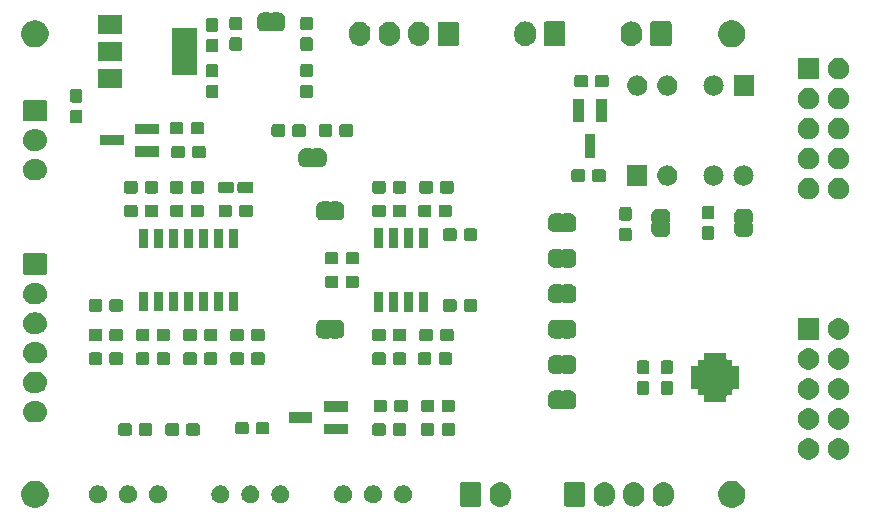
<source format=gts>
G04 #@! TF.GenerationSoftware,KiCad,Pcbnew,5.0.1-33cea8e~68~ubuntu18.04.1*
G04 #@! TF.CreationDate,2018-11-24T23:55:32-08:00*
G04 #@! TF.ProjectId,big_battery,6269675F626174746572792E6B696361,rev?*
G04 #@! TF.SameCoordinates,Original*
G04 #@! TF.FileFunction,Soldermask,Top*
G04 #@! TF.FilePolarity,Negative*
%FSLAX46Y46*%
G04 Gerber Fmt 4.6, Leading zero omitted, Abs format (unit mm)*
G04 Created by KiCad (PCBNEW 5.0.1-33cea8e~68~ubuntu18.04.1) date Sat 24 Nov 2018 11:55:32 PM PST*
%MOMM*%
%LPD*%
G01*
G04 APERTURE LIST*
%ADD10C,0.100000*%
G04 APERTURE END LIST*
D10*
G36*
X62335734Y-40893232D02*
X62545202Y-40979996D01*
X62733723Y-41105962D01*
X62894038Y-41266277D01*
X63020004Y-41454798D01*
X63106768Y-41664266D01*
X63151000Y-41886635D01*
X63151000Y-42113365D01*
X63106768Y-42335734D01*
X63020004Y-42545202D01*
X62894038Y-42733723D01*
X62733723Y-42894038D01*
X62545202Y-43020004D01*
X62335734Y-43106768D01*
X62113365Y-43151000D01*
X61886635Y-43151000D01*
X61664266Y-43106768D01*
X61454798Y-43020004D01*
X61266277Y-42894038D01*
X61105962Y-42733723D01*
X60979996Y-42545202D01*
X60893232Y-42335734D01*
X60849000Y-42113365D01*
X60849000Y-41886635D01*
X60893232Y-41664266D01*
X60979996Y-41454798D01*
X61105962Y-41266277D01*
X61266277Y-41105962D01*
X61454798Y-40979996D01*
X61664266Y-40893232D01*
X61886635Y-40849000D01*
X62113365Y-40849000D01*
X62335734Y-40893232D01*
X62335734Y-40893232D01*
G37*
G36*
X3335734Y-40893232D02*
X3545202Y-40979996D01*
X3733723Y-41105962D01*
X3894038Y-41266277D01*
X4020004Y-41454798D01*
X4106768Y-41664266D01*
X4151000Y-41886635D01*
X4151000Y-42113365D01*
X4106768Y-42335734D01*
X4020004Y-42545202D01*
X3894038Y-42733723D01*
X3733723Y-42894038D01*
X3545202Y-43020004D01*
X3335734Y-43106768D01*
X3113365Y-43151000D01*
X2886635Y-43151000D01*
X2664266Y-43106768D01*
X2454798Y-43020004D01*
X2266277Y-42894038D01*
X2105962Y-42733723D01*
X1979996Y-42545202D01*
X1893232Y-42335734D01*
X1849000Y-42113365D01*
X1849000Y-41886635D01*
X1893232Y-41664266D01*
X1979996Y-41454798D01*
X2105962Y-41266277D01*
X2266277Y-41105962D01*
X2454798Y-40979996D01*
X2664266Y-40893232D01*
X2886635Y-40849000D01*
X3113365Y-40849000D01*
X3335734Y-40893232D01*
X3335734Y-40893232D01*
G37*
G36*
X42576626Y-40962037D02*
X42682561Y-40994172D01*
X42746466Y-41013557D01*
X42902989Y-41097221D01*
X43040186Y-41209814D01*
X43123448Y-41311271D01*
X43152778Y-41347009D01*
X43152779Y-41347011D01*
X43236443Y-41503533D01*
X43244027Y-41528534D01*
X43287963Y-41673373D01*
X43301000Y-41805742D01*
X43301000Y-42194257D01*
X43287963Y-42326626D01*
X43236443Y-42496466D01*
X43152778Y-42652991D01*
X43152777Y-42652992D01*
X43040186Y-42790186D01*
X42952178Y-42862411D01*
X42902991Y-42902778D01*
X42902989Y-42902779D01*
X42746467Y-42986443D01*
X42715930Y-42995706D01*
X42576627Y-43037963D01*
X42400000Y-43055359D01*
X42223374Y-43037963D01*
X42084071Y-42995706D01*
X42053534Y-42986443D01*
X41897012Y-42902779D01*
X41897010Y-42902778D01*
X41759816Y-42790186D01*
X41759812Y-42790183D01*
X41647222Y-42652992D01*
X41563557Y-42496467D01*
X41514800Y-42335734D01*
X41512037Y-42326627D01*
X41499000Y-42194258D01*
X41499000Y-41805743D01*
X41512037Y-41673374D01*
X41555973Y-41528535D01*
X41563557Y-41503534D01*
X41647221Y-41347011D01*
X41759814Y-41209814D01*
X41873641Y-41116400D01*
X41897009Y-41097222D01*
X41922960Y-41083351D01*
X42053533Y-41013557D01*
X42117438Y-40994172D01*
X42223373Y-40962037D01*
X42400000Y-40944641D01*
X42576626Y-40962037D01*
X42576626Y-40962037D01*
G37*
G36*
X40658600Y-40952989D02*
X40691649Y-40963014D01*
X40722106Y-40979294D01*
X40748799Y-41001201D01*
X40770706Y-41027894D01*
X40786986Y-41058351D01*
X40797011Y-41091400D01*
X40801000Y-41131904D01*
X40801000Y-42868096D01*
X40797011Y-42908600D01*
X40786986Y-42941649D01*
X40770706Y-42972106D01*
X40748799Y-42998799D01*
X40722106Y-43020706D01*
X40691649Y-43036986D01*
X40658600Y-43047011D01*
X40618096Y-43051000D01*
X39181904Y-43051000D01*
X39141400Y-43047011D01*
X39108351Y-43036986D01*
X39077894Y-43020706D01*
X39051201Y-42998799D01*
X39029294Y-42972106D01*
X39013014Y-42941649D01*
X39002989Y-42908600D01*
X38999000Y-42868096D01*
X38999000Y-41131904D01*
X39002989Y-41091400D01*
X39013014Y-41058351D01*
X39029294Y-41027894D01*
X39051201Y-41001201D01*
X39077894Y-40979294D01*
X39108351Y-40963014D01*
X39141400Y-40952989D01*
X39181904Y-40949000D01*
X40618096Y-40949000D01*
X40658600Y-40952989D01*
X40658600Y-40952989D01*
G37*
G36*
X51376626Y-40987037D02*
X51489852Y-41021384D01*
X51546466Y-41038557D01*
X51702989Y-41122221D01*
X51840186Y-41234814D01*
X51907426Y-41316748D01*
X51952778Y-41372009D01*
X51952779Y-41372011D01*
X52036443Y-41528533D01*
X52053616Y-41585147D01*
X52087963Y-41698373D01*
X52087963Y-41698375D01*
X52101000Y-41830740D01*
X52101000Y-42169259D01*
X52095521Y-42224891D01*
X52087963Y-42301626D01*
X52036443Y-42471466D01*
X51952778Y-42627991D01*
X51932261Y-42652991D01*
X51840186Y-42765186D01*
X51751827Y-42837699D01*
X51702991Y-42877778D01*
X51702989Y-42877779D01*
X51546467Y-42961443D01*
X51511315Y-42972106D01*
X51376627Y-43012963D01*
X51200000Y-43030359D01*
X51023374Y-43012963D01*
X50888686Y-42972106D01*
X50853534Y-42961443D01*
X50697012Y-42877779D01*
X50697010Y-42877778D01*
X50590279Y-42790186D01*
X50559812Y-42765183D01*
X50447222Y-42627992D01*
X50363557Y-42471467D01*
X50346384Y-42414853D01*
X50312037Y-42301627D01*
X50299000Y-42169258D01*
X50299000Y-41830743D01*
X50301463Y-41805740D01*
X50312037Y-41698376D01*
X50312037Y-41698374D01*
X50363557Y-41528535D01*
X50363557Y-41528534D01*
X50447221Y-41372011D01*
X50559814Y-41234814D01*
X50661271Y-41151552D01*
X50697009Y-41122222D01*
X50743782Y-41097221D01*
X50853533Y-41038557D01*
X50910147Y-41021384D01*
X51023373Y-40987037D01*
X51200000Y-40969641D01*
X51376626Y-40987037D01*
X51376626Y-40987037D01*
G37*
G36*
X53876626Y-40987037D02*
X53989852Y-41021384D01*
X54046466Y-41038557D01*
X54202989Y-41122221D01*
X54340186Y-41234814D01*
X54407426Y-41316748D01*
X54452778Y-41372009D01*
X54452779Y-41372011D01*
X54536443Y-41528533D01*
X54553616Y-41585147D01*
X54587963Y-41698373D01*
X54587963Y-41698375D01*
X54601000Y-41830740D01*
X54601000Y-42169259D01*
X54595521Y-42224891D01*
X54587963Y-42301626D01*
X54536443Y-42471466D01*
X54452778Y-42627991D01*
X54432261Y-42652991D01*
X54340186Y-42765186D01*
X54251827Y-42837699D01*
X54202991Y-42877778D01*
X54202989Y-42877779D01*
X54046467Y-42961443D01*
X54011315Y-42972106D01*
X53876627Y-43012963D01*
X53700000Y-43030359D01*
X53523374Y-43012963D01*
X53388686Y-42972106D01*
X53353534Y-42961443D01*
X53197012Y-42877779D01*
X53197010Y-42877778D01*
X53090279Y-42790186D01*
X53059812Y-42765183D01*
X52947222Y-42627992D01*
X52863557Y-42471467D01*
X52846384Y-42414853D01*
X52812037Y-42301627D01*
X52799000Y-42169258D01*
X52799000Y-41830743D01*
X52801463Y-41805740D01*
X52812037Y-41698376D01*
X52812037Y-41698374D01*
X52863557Y-41528535D01*
X52863557Y-41528534D01*
X52947221Y-41372011D01*
X53059814Y-41234814D01*
X53161271Y-41151552D01*
X53197009Y-41122222D01*
X53243782Y-41097221D01*
X53353533Y-41038557D01*
X53410147Y-41021384D01*
X53523373Y-40987037D01*
X53700000Y-40969641D01*
X53876626Y-40987037D01*
X53876626Y-40987037D01*
G37*
G36*
X56376626Y-40987037D02*
X56489852Y-41021384D01*
X56546466Y-41038557D01*
X56702989Y-41122221D01*
X56840186Y-41234814D01*
X56907426Y-41316748D01*
X56952778Y-41372009D01*
X56952779Y-41372011D01*
X57036443Y-41528533D01*
X57053616Y-41585147D01*
X57087963Y-41698373D01*
X57087963Y-41698375D01*
X57101000Y-41830740D01*
X57101000Y-42169259D01*
X57095521Y-42224891D01*
X57087963Y-42301626D01*
X57036443Y-42471466D01*
X56952778Y-42627991D01*
X56932261Y-42652991D01*
X56840186Y-42765186D01*
X56751827Y-42837699D01*
X56702991Y-42877778D01*
X56702989Y-42877779D01*
X56546467Y-42961443D01*
X56511315Y-42972106D01*
X56376627Y-43012963D01*
X56200000Y-43030359D01*
X56023374Y-43012963D01*
X55888686Y-42972106D01*
X55853534Y-42961443D01*
X55697012Y-42877779D01*
X55697010Y-42877778D01*
X55590279Y-42790186D01*
X55559812Y-42765183D01*
X55447222Y-42627992D01*
X55363557Y-42471467D01*
X55346384Y-42414853D01*
X55312037Y-42301627D01*
X55299000Y-42169258D01*
X55299000Y-41830743D01*
X55301463Y-41805740D01*
X55312037Y-41698376D01*
X55312037Y-41698374D01*
X55363557Y-41528535D01*
X55363557Y-41528534D01*
X55447221Y-41372011D01*
X55559814Y-41234814D01*
X55661271Y-41151552D01*
X55697009Y-41122222D01*
X55743782Y-41097221D01*
X55853533Y-41038557D01*
X55910147Y-41021384D01*
X56023373Y-40987037D01*
X56200000Y-40969641D01*
X56376626Y-40987037D01*
X56376626Y-40987037D01*
G37*
G36*
X49458600Y-40977989D02*
X49491649Y-40988014D01*
X49522106Y-41004294D01*
X49548799Y-41026201D01*
X49570706Y-41052894D01*
X49586986Y-41083351D01*
X49597011Y-41116400D01*
X49601000Y-41156904D01*
X49601000Y-42843096D01*
X49597011Y-42883600D01*
X49586986Y-42916649D01*
X49570706Y-42947106D01*
X49548799Y-42973799D01*
X49522106Y-42995706D01*
X49491649Y-43011986D01*
X49458600Y-43022011D01*
X49418096Y-43026000D01*
X47981904Y-43026000D01*
X47941400Y-43022011D01*
X47908351Y-43011986D01*
X47877894Y-42995706D01*
X47851201Y-42973799D01*
X47829294Y-42947106D01*
X47813014Y-42916649D01*
X47802989Y-42883600D01*
X47799000Y-42843096D01*
X47799000Y-41156904D01*
X47802989Y-41116400D01*
X47813014Y-41083351D01*
X47829294Y-41052894D01*
X47851201Y-41026201D01*
X47877894Y-41004294D01*
X47908351Y-40988014D01*
X47941400Y-40977989D01*
X47981904Y-40974000D01*
X49418096Y-40974000D01*
X49458600Y-40977989D01*
X49458600Y-40977989D01*
G37*
G36*
X21365589Y-41238876D02*
X21464893Y-41258629D01*
X21605206Y-41316748D01*
X21731484Y-41401125D01*
X21838875Y-41508516D01*
X21923252Y-41634794D01*
X21981371Y-41775107D01*
X22011000Y-41924063D01*
X22011000Y-42075937D01*
X21981371Y-42224893D01*
X21923252Y-42365206D01*
X21838875Y-42491484D01*
X21731484Y-42598875D01*
X21605206Y-42683252D01*
X21464893Y-42741371D01*
X21366211Y-42761000D01*
X21315938Y-42771000D01*
X21164062Y-42771000D01*
X21113789Y-42761000D01*
X21015107Y-42741371D01*
X20874794Y-42683252D01*
X20748516Y-42598875D01*
X20641125Y-42491484D01*
X20556748Y-42365206D01*
X20498629Y-42224893D01*
X20469000Y-42075937D01*
X20469000Y-41924063D01*
X20498629Y-41775107D01*
X20556748Y-41634794D01*
X20641125Y-41508516D01*
X20748516Y-41401125D01*
X20874794Y-41316748D01*
X21015107Y-41258629D01*
X21114411Y-41238876D01*
X21164062Y-41229000D01*
X21315938Y-41229000D01*
X21365589Y-41238876D01*
X21365589Y-41238876D01*
G37*
G36*
X23905589Y-41238876D02*
X24004893Y-41258629D01*
X24145206Y-41316748D01*
X24271484Y-41401125D01*
X24378875Y-41508516D01*
X24463252Y-41634794D01*
X24521371Y-41775107D01*
X24551000Y-41924063D01*
X24551000Y-42075937D01*
X24521371Y-42224893D01*
X24463252Y-42365206D01*
X24378875Y-42491484D01*
X24271484Y-42598875D01*
X24145206Y-42683252D01*
X24004893Y-42741371D01*
X23906211Y-42761000D01*
X23855938Y-42771000D01*
X23704062Y-42771000D01*
X23653789Y-42761000D01*
X23555107Y-42741371D01*
X23414794Y-42683252D01*
X23288516Y-42598875D01*
X23181125Y-42491484D01*
X23096748Y-42365206D01*
X23038629Y-42224893D01*
X23009000Y-42075937D01*
X23009000Y-41924063D01*
X23038629Y-41775107D01*
X23096748Y-41634794D01*
X23181125Y-41508516D01*
X23288516Y-41401125D01*
X23414794Y-41316748D01*
X23555107Y-41258629D01*
X23654411Y-41238876D01*
X23704062Y-41229000D01*
X23855938Y-41229000D01*
X23905589Y-41238876D01*
X23905589Y-41238876D01*
G37*
G36*
X13525589Y-41238876D02*
X13624893Y-41258629D01*
X13765206Y-41316748D01*
X13891484Y-41401125D01*
X13998875Y-41508516D01*
X14083252Y-41634794D01*
X14141371Y-41775107D01*
X14171000Y-41924063D01*
X14171000Y-42075937D01*
X14141371Y-42224893D01*
X14083252Y-42365206D01*
X13998875Y-42491484D01*
X13891484Y-42598875D01*
X13765206Y-42683252D01*
X13624893Y-42741371D01*
X13526211Y-42761000D01*
X13475938Y-42771000D01*
X13324062Y-42771000D01*
X13273789Y-42761000D01*
X13175107Y-42741371D01*
X13034794Y-42683252D01*
X12908516Y-42598875D01*
X12801125Y-42491484D01*
X12716748Y-42365206D01*
X12658629Y-42224893D01*
X12629000Y-42075937D01*
X12629000Y-41924063D01*
X12658629Y-41775107D01*
X12716748Y-41634794D01*
X12801125Y-41508516D01*
X12908516Y-41401125D01*
X13034794Y-41316748D01*
X13175107Y-41258629D01*
X13274411Y-41238876D01*
X13324062Y-41229000D01*
X13475938Y-41229000D01*
X13525589Y-41238876D01*
X13525589Y-41238876D01*
G37*
G36*
X10985589Y-41238876D02*
X11084893Y-41258629D01*
X11225206Y-41316748D01*
X11351484Y-41401125D01*
X11458875Y-41508516D01*
X11543252Y-41634794D01*
X11601371Y-41775107D01*
X11631000Y-41924063D01*
X11631000Y-42075937D01*
X11601371Y-42224893D01*
X11543252Y-42365206D01*
X11458875Y-42491484D01*
X11351484Y-42598875D01*
X11225206Y-42683252D01*
X11084893Y-42741371D01*
X10986211Y-42761000D01*
X10935938Y-42771000D01*
X10784062Y-42771000D01*
X10733789Y-42761000D01*
X10635107Y-42741371D01*
X10494794Y-42683252D01*
X10368516Y-42598875D01*
X10261125Y-42491484D01*
X10176748Y-42365206D01*
X10118629Y-42224893D01*
X10089000Y-42075937D01*
X10089000Y-41924063D01*
X10118629Y-41775107D01*
X10176748Y-41634794D01*
X10261125Y-41508516D01*
X10368516Y-41401125D01*
X10494794Y-41316748D01*
X10635107Y-41258629D01*
X10734411Y-41238876D01*
X10784062Y-41229000D01*
X10935938Y-41229000D01*
X10985589Y-41238876D01*
X10985589Y-41238876D01*
G37*
G36*
X29225589Y-41238876D02*
X29324893Y-41258629D01*
X29465206Y-41316748D01*
X29591484Y-41401125D01*
X29698875Y-41508516D01*
X29783252Y-41634794D01*
X29841371Y-41775107D01*
X29871000Y-41924063D01*
X29871000Y-42075937D01*
X29841371Y-42224893D01*
X29783252Y-42365206D01*
X29698875Y-42491484D01*
X29591484Y-42598875D01*
X29465206Y-42683252D01*
X29324893Y-42741371D01*
X29226211Y-42761000D01*
X29175938Y-42771000D01*
X29024062Y-42771000D01*
X28973789Y-42761000D01*
X28875107Y-42741371D01*
X28734794Y-42683252D01*
X28608516Y-42598875D01*
X28501125Y-42491484D01*
X28416748Y-42365206D01*
X28358629Y-42224893D01*
X28329000Y-42075937D01*
X28329000Y-41924063D01*
X28358629Y-41775107D01*
X28416748Y-41634794D01*
X28501125Y-41508516D01*
X28608516Y-41401125D01*
X28734794Y-41316748D01*
X28875107Y-41258629D01*
X28974411Y-41238876D01*
X29024062Y-41229000D01*
X29175938Y-41229000D01*
X29225589Y-41238876D01*
X29225589Y-41238876D01*
G37*
G36*
X31765589Y-41238876D02*
X31864893Y-41258629D01*
X32005206Y-41316748D01*
X32131484Y-41401125D01*
X32238875Y-41508516D01*
X32323252Y-41634794D01*
X32381371Y-41775107D01*
X32411000Y-41924063D01*
X32411000Y-42075937D01*
X32381371Y-42224893D01*
X32323252Y-42365206D01*
X32238875Y-42491484D01*
X32131484Y-42598875D01*
X32005206Y-42683252D01*
X31864893Y-42741371D01*
X31766211Y-42761000D01*
X31715938Y-42771000D01*
X31564062Y-42771000D01*
X31513789Y-42761000D01*
X31415107Y-42741371D01*
X31274794Y-42683252D01*
X31148516Y-42598875D01*
X31041125Y-42491484D01*
X30956748Y-42365206D01*
X30898629Y-42224893D01*
X30869000Y-42075937D01*
X30869000Y-41924063D01*
X30898629Y-41775107D01*
X30956748Y-41634794D01*
X31041125Y-41508516D01*
X31148516Y-41401125D01*
X31274794Y-41316748D01*
X31415107Y-41258629D01*
X31514411Y-41238876D01*
X31564062Y-41229000D01*
X31715938Y-41229000D01*
X31765589Y-41238876D01*
X31765589Y-41238876D01*
G37*
G36*
X18825589Y-41238876D02*
X18924893Y-41258629D01*
X19065206Y-41316748D01*
X19191484Y-41401125D01*
X19298875Y-41508516D01*
X19383252Y-41634794D01*
X19441371Y-41775107D01*
X19471000Y-41924063D01*
X19471000Y-42075937D01*
X19441371Y-42224893D01*
X19383252Y-42365206D01*
X19298875Y-42491484D01*
X19191484Y-42598875D01*
X19065206Y-42683252D01*
X18924893Y-42741371D01*
X18826211Y-42761000D01*
X18775938Y-42771000D01*
X18624062Y-42771000D01*
X18573789Y-42761000D01*
X18475107Y-42741371D01*
X18334794Y-42683252D01*
X18208516Y-42598875D01*
X18101125Y-42491484D01*
X18016748Y-42365206D01*
X17958629Y-42224893D01*
X17929000Y-42075937D01*
X17929000Y-41924063D01*
X17958629Y-41775107D01*
X18016748Y-41634794D01*
X18101125Y-41508516D01*
X18208516Y-41401125D01*
X18334794Y-41316748D01*
X18475107Y-41258629D01*
X18574411Y-41238876D01*
X18624062Y-41229000D01*
X18775938Y-41229000D01*
X18825589Y-41238876D01*
X18825589Y-41238876D01*
G37*
G36*
X34305589Y-41238876D02*
X34404893Y-41258629D01*
X34545206Y-41316748D01*
X34671484Y-41401125D01*
X34778875Y-41508516D01*
X34863252Y-41634794D01*
X34921371Y-41775107D01*
X34951000Y-41924063D01*
X34951000Y-42075937D01*
X34921371Y-42224893D01*
X34863252Y-42365206D01*
X34778875Y-42491484D01*
X34671484Y-42598875D01*
X34545206Y-42683252D01*
X34404893Y-42741371D01*
X34306211Y-42761000D01*
X34255938Y-42771000D01*
X34104062Y-42771000D01*
X34053789Y-42761000D01*
X33955107Y-42741371D01*
X33814794Y-42683252D01*
X33688516Y-42598875D01*
X33581125Y-42491484D01*
X33496748Y-42365206D01*
X33438629Y-42224893D01*
X33409000Y-42075937D01*
X33409000Y-41924063D01*
X33438629Y-41775107D01*
X33496748Y-41634794D01*
X33581125Y-41508516D01*
X33688516Y-41401125D01*
X33814794Y-41316748D01*
X33955107Y-41258629D01*
X34054411Y-41238876D01*
X34104062Y-41229000D01*
X34255938Y-41229000D01*
X34305589Y-41238876D01*
X34305589Y-41238876D01*
G37*
G36*
X8445589Y-41238876D02*
X8544893Y-41258629D01*
X8685206Y-41316748D01*
X8811484Y-41401125D01*
X8918875Y-41508516D01*
X9003252Y-41634794D01*
X9061371Y-41775107D01*
X9091000Y-41924063D01*
X9091000Y-42075937D01*
X9061371Y-42224893D01*
X9003252Y-42365206D01*
X8918875Y-42491484D01*
X8811484Y-42598875D01*
X8685206Y-42683252D01*
X8544893Y-42741371D01*
X8446211Y-42761000D01*
X8395938Y-42771000D01*
X8244062Y-42771000D01*
X8193789Y-42761000D01*
X8095107Y-42741371D01*
X7954794Y-42683252D01*
X7828516Y-42598875D01*
X7721125Y-42491484D01*
X7636748Y-42365206D01*
X7578629Y-42224893D01*
X7549000Y-42075937D01*
X7549000Y-41924063D01*
X7578629Y-41775107D01*
X7636748Y-41634794D01*
X7721125Y-41508516D01*
X7828516Y-41401125D01*
X7954794Y-41316748D01*
X8095107Y-41258629D01*
X8194411Y-41238876D01*
X8244062Y-41229000D01*
X8395938Y-41229000D01*
X8445589Y-41238876D01*
X8445589Y-41238876D01*
G37*
G36*
X71302812Y-37293624D02*
X71466784Y-37361544D01*
X71614354Y-37460147D01*
X71739853Y-37585646D01*
X71838456Y-37733216D01*
X71906376Y-37897188D01*
X71941000Y-38071259D01*
X71941000Y-38248741D01*
X71906376Y-38422812D01*
X71838456Y-38586784D01*
X71739853Y-38734354D01*
X71614354Y-38859853D01*
X71466784Y-38958456D01*
X71302812Y-39026376D01*
X71128741Y-39061000D01*
X70951259Y-39061000D01*
X70777188Y-39026376D01*
X70613216Y-38958456D01*
X70465646Y-38859853D01*
X70340147Y-38734354D01*
X70241544Y-38586784D01*
X70173624Y-38422812D01*
X70139000Y-38248741D01*
X70139000Y-38071259D01*
X70173624Y-37897188D01*
X70241544Y-37733216D01*
X70340147Y-37585646D01*
X70465646Y-37460147D01*
X70613216Y-37361544D01*
X70777188Y-37293624D01*
X70951259Y-37259000D01*
X71128741Y-37259000D01*
X71302812Y-37293624D01*
X71302812Y-37293624D01*
G37*
G36*
X68762812Y-37293624D02*
X68926784Y-37361544D01*
X69074354Y-37460147D01*
X69199853Y-37585646D01*
X69298456Y-37733216D01*
X69366376Y-37897188D01*
X69401000Y-38071259D01*
X69401000Y-38248741D01*
X69366376Y-38422812D01*
X69298456Y-38586784D01*
X69199853Y-38734354D01*
X69074354Y-38859853D01*
X68926784Y-38958456D01*
X68762812Y-39026376D01*
X68588741Y-39061000D01*
X68411259Y-39061000D01*
X68237188Y-39026376D01*
X68073216Y-38958456D01*
X67925646Y-38859853D01*
X67800147Y-38734354D01*
X67701544Y-38586784D01*
X67633624Y-38422812D01*
X67599000Y-38248741D01*
X67599000Y-38071259D01*
X67633624Y-37897188D01*
X67701544Y-37733216D01*
X67800147Y-37585646D01*
X67925646Y-37460147D01*
X68073216Y-37361544D01*
X68237188Y-37293624D01*
X68411259Y-37259000D01*
X68588741Y-37259000D01*
X68762812Y-37293624D01*
X68762812Y-37293624D01*
G37*
G36*
X11039499Y-35978445D02*
X11076993Y-35989819D01*
X11111557Y-36008294D01*
X11141847Y-36033153D01*
X11166706Y-36063443D01*
X11185181Y-36098007D01*
X11196555Y-36135501D01*
X11201000Y-36180638D01*
X11201000Y-36819362D01*
X11196555Y-36864499D01*
X11185181Y-36901993D01*
X11166706Y-36936557D01*
X11141847Y-36966847D01*
X11111557Y-36991706D01*
X11076993Y-37010181D01*
X11039499Y-37021555D01*
X10994362Y-37026000D01*
X10255638Y-37026000D01*
X10210501Y-37021555D01*
X10173007Y-37010181D01*
X10138443Y-36991706D01*
X10108153Y-36966847D01*
X10083294Y-36936557D01*
X10064819Y-36901993D01*
X10053445Y-36864499D01*
X10049000Y-36819362D01*
X10049000Y-36180638D01*
X10053445Y-36135501D01*
X10064819Y-36098007D01*
X10083294Y-36063443D01*
X10108153Y-36033153D01*
X10138443Y-36008294D01*
X10173007Y-35989819D01*
X10210501Y-35978445D01*
X10255638Y-35974000D01*
X10994362Y-35974000D01*
X11039499Y-35978445D01*
X11039499Y-35978445D01*
G37*
G36*
X32539499Y-35978445D02*
X32576993Y-35989819D01*
X32611557Y-36008294D01*
X32641847Y-36033153D01*
X32666706Y-36063443D01*
X32685181Y-36098007D01*
X32696555Y-36135501D01*
X32701000Y-36180638D01*
X32701000Y-36819362D01*
X32696555Y-36864499D01*
X32685181Y-36901993D01*
X32666706Y-36936557D01*
X32641847Y-36966847D01*
X32611557Y-36991706D01*
X32576993Y-37010181D01*
X32539499Y-37021555D01*
X32494362Y-37026000D01*
X31755638Y-37026000D01*
X31710501Y-37021555D01*
X31673007Y-37010181D01*
X31638443Y-36991706D01*
X31608153Y-36966847D01*
X31583294Y-36936557D01*
X31564819Y-36901993D01*
X31553445Y-36864499D01*
X31549000Y-36819362D01*
X31549000Y-36180638D01*
X31553445Y-36135501D01*
X31564819Y-36098007D01*
X31583294Y-36063443D01*
X31608153Y-36033153D01*
X31638443Y-36008294D01*
X31673007Y-35989819D01*
X31710501Y-35978445D01*
X31755638Y-35974000D01*
X32494362Y-35974000D01*
X32539499Y-35978445D01*
X32539499Y-35978445D01*
G37*
G36*
X34289499Y-35978445D02*
X34326993Y-35989819D01*
X34361557Y-36008294D01*
X34391847Y-36033153D01*
X34416706Y-36063443D01*
X34435181Y-36098007D01*
X34446555Y-36135501D01*
X34451000Y-36180638D01*
X34451000Y-36819362D01*
X34446555Y-36864499D01*
X34435181Y-36901993D01*
X34416706Y-36936557D01*
X34391847Y-36966847D01*
X34361557Y-36991706D01*
X34326993Y-37010181D01*
X34289499Y-37021555D01*
X34244362Y-37026000D01*
X33505638Y-37026000D01*
X33460501Y-37021555D01*
X33423007Y-37010181D01*
X33388443Y-36991706D01*
X33358153Y-36966847D01*
X33333294Y-36936557D01*
X33314819Y-36901993D01*
X33303445Y-36864499D01*
X33299000Y-36819362D01*
X33299000Y-36180638D01*
X33303445Y-36135501D01*
X33314819Y-36098007D01*
X33333294Y-36063443D01*
X33358153Y-36033153D01*
X33388443Y-36008294D01*
X33423007Y-35989819D01*
X33460501Y-35978445D01*
X33505638Y-35974000D01*
X34244362Y-35974000D01*
X34289499Y-35978445D01*
X34289499Y-35978445D01*
G37*
G36*
X15039499Y-35978445D02*
X15076993Y-35989819D01*
X15111557Y-36008294D01*
X15141847Y-36033153D01*
X15166706Y-36063443D01*
X15185181Y-36098007D01*
X15196555Y-36135501D01*
X15201000Y-36180638D01*
X15201000Y-36819362D01*
X15196555Y-36864499D01*
X15185181Y-36901993D01*
X15166706Y-36936557D01*
X15141847Y-36966847D01*
X15111557Y-36991706D01*
X15076993Y-37010181D01*
X15039499Y-37021555D01*
X14994362Y-37026000D01*
X14255638Y-37026000D01*
X14210501Y-37021555D01*
X14173007Y-37010181D01*
X14138443Y-36991706D01*
X14108153Y-36966847D01*
X14083294Y-36936557D01*
X14064819Y-36901993D01*
X14053445Y-36864499D01*
X14049000Y-36819362D01*
X14049000Y-36180638D01*
X14053445Y-36135501D01*
X14064819Y-36098007D01*
X14083294Y-36063443D01*
X14108153Y-36033153D01*
X14138443Y-36008294D01*
X14173007Y-35989819D01*
X14210501Y-35978445D01*
X14255638Y-35974000D01*
X14994362Y-35974000D01*
X15039499Y-35978445D01*
X15039499Y-35978445D01*
G37*
G36*
X16789499Y-35978445D02*
X16826993Y-35989819D01*
X16861557Y-36008294D01*
X16891847Y-36033153D01*
X16916706Y-36063443D01*
X16935181Y-36098007D01*
X16946555Y-36135501D01*
X16951000Y-36180638D01*
X16951000Y-36819362D01*
X16946555Y-36864499D01*
X16935181Y-36901993D01*
X16916706Y-36936557D01*
X16891847Y-36966847D01*
X16861557Y-36991706D01*
X16826993Y-37010181D01*
X16789499Y-37021555D01*
X16744362Y-37026000D01*
X16005638Y-37026000D01*
X15960501Y-37021555D01*
X15923007Y-37010181D01*
X15888443Y-36991706D01*
X15858153Y-36966847D01*
X15833294Y-36936557D01*
X15814819Y-36901993D01*
X15803445Y-36864499D01*
X15799000Y-36819362D01*
X15799000Y-36180638D01*
X15803445Y-36135501D01*
X15814819Y-36098007D01*
X15833294Y-36063443D01*
X15858153Y-36033153D01*
X15888443Y-36008294D01*
X15923007Y-35989819D01*
X15960501Y-35978445D01*
X16005638Y-35974000D01*
X16744362Y-35974000D01*
X16789499Y-35978445D01*
X16789499Y-35978445D01*
G37*
G36*
X12789499Y-35978445D02*
X12826993Y-35989819D01*
X12861557Y-36008294D01*
X12891847Y-36033153D01*
X12916706Y-36063443D01*
X12935181Y-36098007D01*
X12946555Y-36135501D01*
X12951000Y-36180638D01*
X12951000Y-36819362D01*
X12946555Y-36864499D01*
X12935181Y-36901993D01*
X12916706Y-36936557D01*
X12891847Y-36966847D01*
X12861557Y-36991706D01*
X12826993Y-37010181D01*
X12789499Y-37021555D01*
X12744362Y-37026000D01*
X12005638Y-37026000D01*
X11960501Y-37021555D01*
X11923007Y-37010181D01*
X11888443Y-36991706D01*
X11858153Y-36966847D01*
X11833294Y-36936557D01*
X11814819Y-36901993D01*
X11803445Y-36864499D01*
X11799000Y-36819362D01*
X11799000Y-36180638D01*
X11803445Y-36135501D01*
X11814819Y-36098007D01*
X11833294Y-36063443D01*
X11858153Y-36033153D01*
X11888443Y-36008294D01*
X11923007Y-35989819D01*
X11960501Y-35978445D01*
X12005638Y-35974000D01*
X12744362Y-35974000D01*
X12789499Y-35978445D01*
X12789499Y-35978445D01*
G37*
G36*
X38414499Y-35978445D02*
X38451993Y-35989819D01*
X38486557Y-36008294D01*
X38516847Y-36033153D01*
X38541706Y-36063443D01*
X38560181Y-36098007D01*
X38571555Y-36135501D01*
X38576000Y-36180638D01*
X38576000Y-36819362D01*
X38571555Y-36864499D01*
X38560181Y-36901993D01*
X38541706Y-36936557D01*
X38516847Y-36966847D01*
X38486557Y-36991706D01*
X38451993Y-37010181D01*
X38414499Y-37021555D01*
X38369362Y-37026000D01*
X37630638Y-37026000D01*
X37585501Y-37021555D01*
X37548007Y-37010181D01*
X37513443Y-36991706D01*
X37483153Y-36966847D01*
X37458294Y-36936557D01*
X37439819Y-36901993D01*
X37428445Y-36864499D01*
X37424000Y-36819362D01*
X37424000Y-36180638D01*
X37428445Y-36135501D01*
X37439819Y-36098007D01*
X37458294Y-36063443D01*
X37483153Y-36033153D01*
X37513443Y-36008294D01*
X37548007Y-35989819D01*
X37585501Y-35978445D01*
X37630638Y-35974000D01*
X38369362Y-35974000D01*
X38414499Y-35978445D01*
X38414499Y-35978445D01*
G37*
G36*
X36664499Y-35978445D02*
X36701993Y-35989819D01*
X36736557Y-36008294D01*
X36766847Y-36033153D01*
X36791706Y-36063443D01*
X36810181Y-36098007D01*
X36821555Y-36135501D01*
X36826000Y-36180638D01*
X36826000Y-36819362D01*
X36821555Y-36864499D01*
X36810181Y-36901993D01*
X36791706Y-36936557D01*
X36766847Y-36966847D01*
X36736557Y-36991706D01*
X36701993Y-37010181D01*
X36664499Y-37021555D01*
X36619362Y-37026000D01*
X35880638Y-37026000D01*
X35835501Y-37021555D01*
X35798007Y-37010181D01*
X35763443Y-36991706D01*
X35733153Y-36966847D01*
X35708294Y-36936557D01*
X35689819Y-36901993D01*
X35678445Y-36864499D01*
X35674000Y-36819362D01*
X35674000Y-36180638D01*
X35678445Y-36135501D01*
X35689819Y-36098007D01*
X35708294Y-36063443D01*
X35733153Y-36033153D01*
X35763443Y-36008294D01*
X35798007Y-35989819D01*
X35835501Y-35978445D01*
X35880638Y-35974000D01*
X36619362Y-35974000D01*
X36664499Y-35978445D01*
X36664499Y-35978445D01*
G37*
G36*
X22689499Y-35878445D02*
X22726993Y-35889819D01*
X22761557Y-35908294D01*
X22791847Y-35933153D01*
X22816706Y-35963443D01*
X22835181Y-35998007D01*
X22846555Y-36035501D01*
X22851000Y-36080638D01*
X22851000Y-36719362D01*
X22846555Y-36764499D01*
X22835181Y-36801993D01*
X22816706Y-36836557D01*
X22791847Y-36866847D01*
X22761557Y-36891706D01*
X22726993Y-36910181D01*
X22689499Y-36921555D01*
X22644362Y-36926000D01*
X21905638Y-36926000D01*
X21860501Y-36921555D01*
X21823007Y-36910181D01*
X21788443Y-36891706D01*
X21758153Y-36866847D01*
X21733294Y-36836557D01*
X21714819Y-36801993D01*
X21703445Y-36764499D01*
X21699000Y-36719362D01*
X21699000Y-36080638D01*
X21703445Y-36035501D01*
X21714819Y-35998007D01*
X21733294Y-35963443D01*
X21758153Y-35933153D01*
X21788443Y-35908294D01*
X21823007Y-35889819D01*
X21860501Y-35878445D01*
X21905638Y-35874000D01*
X22644362Y-35874000D01*
X22689499Y-35878445D01*
X22689499Y-35878445D01*
G37*
G36*
X20939499Y-35878445D02*
X20976993Y-35889819D01*
X21011557Y-35908294D01*
X21041847Y-35933153D01*
X21066706Y-35963443D01*
X21085181Y-35998007D01*
X21096555Y-36035501D01*
X21101000Y-36080638D01*
X21101000Y-36719362D01*
X21096555Y-36764499D01*
X21085181Y-36801993D01*
X21066706Y-36836557D01*
X21041847Y-36866847D01*
X21011557Y-36891706D01*
X20976993Y-36910181D01*
X20939499Y-36921555D01*
X20894362Y-36926000D01*
X20155638Y-36926000D01*
X20110501Y-36921555D01*
X20073007Y-36910181D01*
X20038443Y-36891706D01*
X20008153Y-36866847D01*
X19983294Y-36836557D01*
X19964819Y-36801993D01*
X19953445Y-36764499D01*
X19949000Y-36719362D01*
X19949000Y-36080638D01*
X19953445Y-36035501D01*
X19964819Y-35998007D01*
X19983294Y-35963443D01*
X20008153Y-35933153D01*
X20038443Y-35908294D01*
X20073007Y-35889819D01*
X20110501Y-35878445D01*
X20155638Y-35874000D01*
X20894362Y-35874000D01*
X20939499Y-35878445D01*
X20939499Y-35878445D01*
G37*
G36*
X29501000Y-36901000D02*
X27499000Y-36901000D01*
X27499000Y-35999000D01*
X29501000Y-35999000D01*
X29501000Y-36901000D01*
X29501000Y-36901000D01*
G37*
G36*
X68762812Y-34753624D02*
X68926784Y-34821544D01*
X69074354Y-34920147D01*
X69199853Y-35045646D01*
X69298456Y-35193216D01*
X69366376Y-35357188D01*
X69401000Y-35531259D01*
X69401000Y-35708741D01*
X69366376Y-35882812D01*
X69298456Y-36046784D01*
X69199853Y-36194354D01*
X69074354Y-36319853D01*
X68926784Y-36418456D01*
X68762812Y-36486376D01*
X68588741Y-36521000D01*
X68411259Y-36521000D01*
X68237188Y-36486376D01*
X68073216Y-36418456D01*
X67925646Y-36319853D01*
X67800147Y-36194354D01*
X67701544Y-36046784D01*
X67633624Y-35882812D01*
X67599000Y-35708741D01*
X67599000Y-35531259D01*
X67633624Y-35357188D01*
X67701544Y-35193216D01*
X67800147Y-35045646D01*
X67925646Y-34920147D01*
X68073216Y-34821544D01*
X68237188Y-34753624D01*
X68411259Y-34719000D01*
X68588741Y-34719000D01*
X68762812Y-34753624D01*
X68762812Y-34753624D01*
G37*
G36*
X71302812Y-34753624D02*
X71466784Y-34821544D01*
X71614354Y-34920147D01*
X71739853Y-35045646D01*
X71838456Y-35193216D01*
X71906376Y-35357188D01*
X71941000Y-35531259D01*
X71941000Y-35708741D01*
X71906376Y-35882812D01*
X71838456Y-36046784D01*
X71739853Y-36194354D01*
X71614354Y-36319853D01*
X71466784Y-36418456D01*
X71302812Y-36486376D01*
X71128741Y-36521000D01*
X70951259Y-36521000D01*
X70777188Y-36486376D01*
X70613216Y-36418456D01*
X70465646Y-36319853D01*
X70340147Y-36194354D01*
X70241544Y-36046784D01*
X70173624Y-35882812D01*
X70139000Y-35708741D01*
X70139000Y-35531259D01*
X70173624Y-35357188D01*
X70241544Y-35193216D01*
X70340147Y-35045646D01*
X70465646Y-34920147D01*
X70613216Y-34821544D01*
X70777188Y-34753624D01*
X70951259Y-34719000D01*
X71128741Y-34719000D01*
X71302812Y-34753624D01*
X71302812Y-34753624D01*
G37*
G36*
X26501000Y-35951000D02*
X24499000Y-35951000D01*
X24499000Y-35049000D01*
X26501000Y-35049000D01*
X26501000Y-35951000D01*
X26501000Y-35951000D01*
G37*
G36*
X3235442Y-34105518D02*
X3301627Y-34112037D01*
X3414853Y-34146384D01*
X3471467Y-34163557D01*
X3608867Y-34237000D01*
X3627991Y-34247222D01*
X3643558Y-34259998D01*
X3765186Y-34359814D01*
X3848448Y-34461271D01*
X3877778Y-34497009D01*
X3877779Y-34497011D01*
X3961443Y-34653533D01*
X3961443Y-34653534D01*
X4012963Y-34823373D01*
X4030359Y-35000000D01*
X4012963Y-35176627D01*
X4007930Y-35193218D01*
X3961443Y-35346467D01*
X3955712Y-35357188D01*
X3877778Y-35502991D01*
X3854579Y-35531259D01*
X3765186Y-35640186D01*
X3681650Y-35708741D01*
X3627991Y-35752778D01*
X3627989Y-35752779D01*
X3471467Y-35836443D01*
X3414853Y-35853616D01*
X3301627Y-35887963D01*
X3240128Y-35894020D01*
X3169260Y-35901000D01*
X2830740Y-35901000D01*
X2759872Y-35894020D01*
X2698373Y-35887963D01*
X2585147Y-35853616D01*
X2528533Y-35836443D01*
X2372011Y-35752779D01*
X2372009Y-35752778D01*
X2318350Y-35708741D01*
X2234814Y-35640186D01*
X2145421Y-35531259D01*
X2122222Y-35502991D01*
X2044288Y-35357188D01*
X2038557Y-35346467D01*
X1992070Y-35193218D01*
X1987037Y-35176627D01*
X1969641Y-35000000D01*
X1987037Y-34823373D01*
X2038557Y-34653534D01*
X2038557Y-34653533D01*
X2122221Y-34497011D01*
X2122222Y-34497009D01*
X2151552Y-34461271D01*
X2234814Y-34359814D01*
X2356442Y-34259998D01*
X2372009Y-34247222D01*
X2391133Y-34237000D01*
X2528533Y-34163557D01*
X2585147Y-34146384D01*
X2698373Y-34112037D01*
X2764558Y-34105518D01*
X2830740Y-34099000D01*
X3169260Y-34099000D01*
X3235442Y-34105518D01*
X3235442Y-34105518D01*
G37*
G36*
X38414499Y-33978445D02*
X38451993Y-33989819D01*
X38486557Y-34008294D01*
X38516847Y-34033153D01*
X38541706Y-34063443D01*
X38560181Y-34098007D01*
X38571555Y-34135501D01*
X38576000Y-34180638D01*
X38576000Y-34819362D01*
X38571555Y-34864499D01*
X38560181Y-34901993D01*
X38541706Y-34936557D01*
X38516847Y-34966847D01*
X38486557Y-34991706D01*
X38451993Y-35010181D01*
X38414499Y-35021555D01*
X38369362Y-35026000D01*
X37630638Y-35026000D01*
X37585501Y-35021555D01*
X37548007Y-35010181D01*
X37513443Y-34991706D01*
X37483153Y-34966847D01*
X37458294Y-34936557D01*
X37439819Y-34901993D01*
X37428445Y-34864499D01*
X37424000Y-34819362D01*
X37424000Y-34180638D01*
X37428445Y-34135501D01*
X37439819Y-34098007D01*
X37458294Y-34063443D01*
X37483153Y-34033153D01*
X37513443Y-34008294D01*
X37548007Y-33989819D01*
X37585501Y-33978445D01*
X37630638Y-33974000D01*
X38369362Y-33974000D01*
X38414499Y-33978445D01*
X38414499Y-33978445D01*
G37*
G36*
X36664499Y-33978445D02*
X36701993Y-33989819D01*
X36736557Y-34008294D01*
X36766847Y-34033153D01*
X36791706Y-34063443D01*
X36810181Y-34098007D01*
X36821555Y-34135501D01*
X36826000Y-34180638D01*
X36826000Y-34819362D01*
X36821555Y-34864499D01*
X36810181Y-34901993D01*
X36791706Y-34936557D01*
X36766847Y-34966847D01*
X36736557Y-34991706D01*
X36701993Y-35010181D01*
X36664499Y-35021555D01*
X36619362Y-35026000D01*
X35880638Y-35026000D01*
X35835501Y-35021555D01*
X35798007Y-35010181D01*
X35763443Y-34991706D01*
X35733153Y-34966847D01*
X35708294Y-34936557D01*
X35689819Y-34901993D01*
X35678445Y-34864499D01*
X35674000Y-34819362D01*
X35674000Y-34180638D01*
X35678445Y-34135501D01*
X35689819Y-34098007D01*
X35708294Y-34063443D01*
X35733153Y-34033153D01*
X35763443Y-34008294D01*
X35798007Y-33989819D01*
X35835501Y-33978445D01*
X35880638Y-33974000D01*
X36619362Y-33974000D01*
X36664499Y-33978445D01*
X36664499Y-33978445D01*
G37*
G36*
X32664499Y-33978445D02*
X32701993Y-33989819D01*
X32736557Y-34008294D01*
X32766847Y-34033153D01*
X32791706Y-34063443D01*
X32810181Y-34098007D01*
X32821555Y-34135501D01*
X32826000Y-34180638D01*
X32826000Y-34819362D01*
X32821555Y-34864499D01*
X32810181Y-34901993D01*
X32791706Y-34936557D01*
X32766847Y-34966847D01*
X32736557Y-34991706D01*
X32701993Y-35010181D01*
X32664499Y-35021555D01*
X32619362Y-35026000D01*
X31880638Y-35026000D01*
X31835501Y-35021555D01*
X31798007Y-35010181D01*
X31763443Y-34991706D01*
X31733153Y-34966847D01*
X31708294Y-34936557D01*
X31689819Y-34901993D01*
X31678445Y-34864499D01*
X31674000Y-34819362D01*
X31674000Y-34180638D01*
X31678445Y-34135501D01*
X31689819Y-34098007D01*
X31708294Y-34063443D01*
X31733153Y-34033153D01*
X31763443Y-34008294D01*
X31798007Y-33989819D01*
X31835501Y-33978445D01*
X31880638Y-33974000D01*
X32619362Y-33974000D01*
X32664499Y-33978445D01*
X32664499Y-33978445D01*
G37*
G36*
X34414499Y-33978445D02*
X34451993Y-33989819D01*
X34486557Y-34008294D01*
X34516847Y-34033153D01*
X34541706Y-34063443D01*
X34560181Y-34098007D01*
X34571555Y-34135501D01*
X34576000Y-34180638D01*
X34576000Y-34819362D01*
X34571555Y-34864499D01*
X34560181Y-34901993D01*
X34541706Y-34936557D01*
X34516847Y-34966847D01*
X34486557Y-34991706D01*
X34451993Y-35010181D01*
X34414499Y-35021555D01*
X34369362Y-35026000D01*
X33630638Y-35026000D01*
X33585501Y-35021555D01*
X33548007Y-35010181D01*
X33513443Y-34991706D01*
X33483153Y-34966847D01*
X33458294Y-34936557D01*
X33439819Y-34901993D01*
X33428445Y-34864499D01*
X33424000Y-34819362D01*
X33424000Y-34180638D01*
X33428445Y-34135501D01*
X33439819Y-34098007D01*
X33458294Y-34063443D01*
X33483153Y-34033153D01*
X33513443Y-34008294D01*
X33548007Y-33989819D01*
X33585501Y-33978445D01*
X33630638Y-33974000D01*
X34369362Y-33974000D01*
X34414499Y-33978445D01*
X34414499Y-33978445D01*
G37*
G36*
X29501000Y-35001000D02*
X27499000Y-35001000D01*
X27499000Y-34099000D01*
X29501000Y-34099000D01*
X29501000Y-35001000D01*
X29501000Y-35001000D01*
G37*
G36*
X47509999Y-33199737D02*
X47519611Y-33202653D01*
X47528469Y-33207388D01*
X47536237Y-33213763D01*
X47546446Y-33226202D01*
X47553372Y-33236568D01*
X47570698Y-33253895D01*
X47591073Y-33267510D01*
X47613711Y-33276888D01*
X47637745Y-33281669D01*
X47662249Y-33281669D01*
X47686283Y-33276889D01*
X47708922Y-33267513D01*
X47729297Y-33253899D01*
X47746624Y-33236573D01*
X47753552Y-33226204D01*
X47763763Y-33213763D01*
X47771531Y-33207388D01*
X47780389Y-33202653D01*
X47790001Y-33199737D01*
X47806140Y-33198148D01*
X48293860Y-33198148D01*
X48312198Y-33199954D01*
X48324450Y-33200556D01*
X48342869Y-33200556D01*
X48365149Y-33202750D01*
X48449236Y-33219476D01*
X48470655Y-33225974D01*
X48549871Y-33258785D01*
X48569607Y-33269335D01*
X48640897Y-33316969D01*
X48658208Y-33331176D01*
X48718824Y-33391792D01*
X48733031Y-33409103D01*
X48780665Y-33480393D01*
X48791215Y-33500129D01*
X48824026Y-33579345D01*
X48830524Y-33600764D01*
X48847250Y-33684851D01*
X48849444Y-33707131D01*
X48849444Y-33725550D01*
X48850046Y-33737802D01*
X48851852Y-33756140D01*
X48851852Y-34243861D01*
X48850046Y-34262198D01*
X48849444Y-34274450D01*
X48849444Y-34292869D01*
X48847250Y-34315149D01*
X48830524Y-34399236D01*
X48824026Y-34420655D01*
X48791215Y-34499871D01*
X48780665Y-34519607D01*
X48733031Y-34590897D01*
X48718824Y-34608208D01*
X48658208Y-34668824D01*
X48640897Y-34683031D01*
X48569607Y-34730665D01*
X48549871Y-34741215D01*
X48470655Y-34774026D01*
X48449236Y-34780524D01*
X48365149Y-34797250D01*
X48342869Y-34799444D01*
X48324450Y-34799444D01*
X48312198Y-34800046D01*
X48293861Y-34801852D01*
X47806140Y-34801852D01*
X47790001Y-34800263D01*
X47780389Y-34797347D01*
X47771531Y-34792612D01*
X47763763Y-34786237D01*
X47753554Y-34773798D01*
X47746628Y-34763432D01*
X47729302Y-34746105D01*
X47708927Y-34732490D01*
X47686289Y-34723112D01*
X47662255Y-34718331D01*
X47637751Y-34718331D01*
X47613717Y-34723111D01*
X47591078Y-34732487D01*
X47570703Y-34746101D01*
X47553376Y-34763427D01*
X47546448Y-34773796D01*
X47536237Y-34786237D01*
X47528469Y-34792612D01*
X47519611Y-34797347D01*
X47509999Y-34800263D01*
X47493860Y-34801852D01*
X47006139Y-34801852D01*
X46987802Y-34800046D01*
X46975550Y-34799444D01*
X46957131Y-34799444D01*
X46934851Y-34797250D01*
X46850764Y-34780524D01*
X46829345Y-34774026D01*
X46750129Y-34741215D01*
X46730393Y-34730665D01*
X46659103Y-34683031D01*
X46641792Y-34668824D01*
X46581176Y-34608208D01*
X46566969Y-34590897D01*
X46519335Y-34519607D01*
X46508785Y-34499871D01*
X46475974Y-34420655D01*
X46469476Y-34399236D01*
X46452750Y-34315149D01*
X46450556Y-34292869D01*
X46450556Y-34274450D01*
X46449954Y-34262198D01*
X46448148Y-34243861D01*
X46448148Y-33756140D01*
X46449954Y-33737802D01*
X46450556Y-33725550D01*
X46450556Y-33707131D01*
X46452750Y-33684851D01*
X46469476Y-33600764D01*
X46475974Y-33579345D01*
X46508785Y-33500129D01*
X46519335Y-33480393D01*
X46566969Y-33409103D01*
X46581176Y-33391792D01*
X46641792Y-33331176D01*
X46659103Y-33316969D01*
X46730393Y-33269335D01*
X46750129Y-33258785D01*
X46829345Y-33225974D01*
X46850764Y-33219476D01*
X46934851Y-33202750D01*
X46957131Y-33200556D01*
X46975550Y-33200556D01*
X46987802Y-33199954D01*
X47006140Y-33198148D01*
X47493860Y-33198148D01*
X47509999Y-33199737D01*
X47509999Y-33199737D01*
G37*
G36*
X61551000Y-30524000D02*
X61553402Y-30548386D01*
X61560515Y-30571835D01*
X61572066Y-30593446D01*
X61587612Y-30612388D01*
X61606554Y-30627934D01*
X61628165Y-30639485D01*
X61651614Y-30646598D01*
X61676000Y-30649000D01*
X62051000Y-30649000D01*
X62051000Y-31024000D01*
X62053402Y-31048386D01*
X62060515Y-31071835D01*
X62072066Y-31093446D01*
X62087612Y-31112388D01*
X62106554Y-31127934D01*
X62128165Y-31139485D01*
X62151614Y-31146598D01*
X62176000Y-31149000D01*
X62651000Y-31149000D01*
X62651000Y-33051000D01*
X62176000Y-33051000D01*
X62151614Y-33053402D01*
X62128165Y-33060515D01*
X62106554Y-33072066D01*
X62087612Y-33087612D01*
X62072066Y-33106554D01*
X62060515Y-33128165D01*
X62053402Y-33151614D01*
X62051000Y-33176000D01*
X62051000Y-33551000D01*
X61676000Y-33551000D01*
X61651614Y-33553402D01*
X61628165Y-33560515D01*
X61606554Y-33572066D01*
X61587612Y-33587612D01*
X61572066Y-33606554D01*
X61560515Y-33628165D01*
X61553402Y-33651614D01*
X61551000Y-33676000D01*
X61551000Y-34151000D01*
X59649000Y-34151000D01*
X59649000Y-33676000D01*
X59646598Y-33651614D01*
X59639485Y-33628165D01*
X59627934Y-33606554D01*
X59612388Y-33587612D01*
X59593446Y-33572066D01*
X59571835Y-33560515D01*
X59548386Y-33553402D01*
X59524000Y-33551000D01*
X59149000Y-33551000D01*
X59149000Y-33176000D01*
X59146598Y-33151614D01*
X59139485Y-33128165D01*
X59127934Y-33106554D01*
X59112388Y-33087612D01*
X59093446Y-33072066D01*
X59071835Y-33060515D01*
X59048386Y-33053402D01*
X59024000Y-33051000D01*
X58549000Y-33051000D01*
X58549000Y-31149000D01*
X59024000Y-31149000D01*
X59048386Y-31146598D01*
X59071835Y-31139485D01*
X59093446Y-31127934D01*
X59112388Y-31112388D01*
X59127934Y-31093446D01*
X59139485Y-31071835D01*
X59146598Y-31048386D01*
X59149000Y-31024000D01*
X59149000Y-30649000D01*
X59524000Y-30649000D01*
X59548386Y-30646598D01*
X59571835Y-30639485D01*
X59593446Y-30627934D01*
X59612388Y-30612388D01*
X59627934Y-30593446D01*
X59639485Y-30571835D01*
X59646598Y-30548386D01*
X59649000Y-30524000D01*
X59649000Y-30049000D01*
X61551000Y-30049000D01*
X61551000Y-30524000D01*
X61551000Y-30524000D01*
G37*
G36*
X71302812Y-32213624D02*
X71466784Y-32281544D01*
X71614354Y-32380147D01*
X71739853Y-32505646D01*
X71838456Y-32653216D01*
X71906376Y-32817188D01*
X71941000Y-32991259D01*
X71941000Y-33168741D01*
X71906376Y-33342812D01*
X71838456Y-33506784D01*
X71739853Y-33654354D01*
X71614354Y-33779853D01*
X71466784Y-33878456D01*
X71302812Y-33946376D01*
X71128741Y-33981000D01*
X70951259Y-33981000D01*
X70777188Y-33946376D01*
X70613216Y-33878456D01*
X70465646Y-33779853D01*
X70340147Y-33654354D01*
X70241544Y-33506784D01*
X70173624Y-33342812D01*
X70139000Y-33168741D01*
X70139000Y-32991259D01*
X70173624Y-32817188D01*
X70241544Y-32653216D01*
X70340147Y-32505646D01*
X70465646Y-32380147D01*
X70613216Y-32281544D01*
X70777188Y-32213624D01*
X70951259Y-32179000D01*
X71128741Y-32179000D01*
X71302812Y-32213624D01*
X71302812Y-32213624D01*
G37*
G36*
X68762812Y-32213624D02*
X68926784Y-32281544D01*
X69074354Y-32380147D01*
X69199853Y-32505646D01*
X69298456Y-32653216D01*
X69366376Y-32817188D01*
X69401000Y-32991259D01*
X69401000Y-33168741D01*
X69366376Y-33342812D01*
X69298456Y-33506784D01*
X69199853Y-33654354D01*
X69074354Y-33779853D01*
X68926784Y-33878456D01*
X68762812Y-33946376D01*
X68588741Y-33981000D01*
X68411259Y-33981000D01*
X68237188Y-33946376D01*
X68073216Y-33878456D01*
X67925646Y-33779853D01*
X67800147Y-33654354D01*
X67701544Y-33506784D01*
X67633624Y-33342812D01*
X67599000Y-33168741D01*
X67599000Y-32991259D01*
X67633624Y-32817188D01*
X67701544Y-32653216D01*
X67800147Y-32505646D01*
X67925646Y-32380147D01*
X68073216Y-32281544D01*
X68237188Y-32213624D01*
X68411259Y-32179000D01*
X68588741Y-32179000D01*
X68762812Y-32213624D01*
X68762812Y-32213624D01*
G37*
G36*
X56864499Y-32403445D02*
X56901993Y-32414819D01*
X56936557Y-32433294D01*
X56966847Y-32458153D01*
X56991706Y-32488443D01*
X57010181Y-32523007D01*
X57021555Y-32560501D01*
X57026000Y-32605638D01*
X57026000Y-33344362D01*
X57021555Y-33389499D01*
X57010181Y-33426993D01*
X56991706Y-33461557D01*
X56966847Y-33491847D01*
X56936557Y-33516706D01*
X56901993Y-33535181D01*
X56864499Y-33546555D01*
X56819362Y-33551000D01*
X56180638Y-33551000D01*
X56135501Y-33546555D01*
X56098007Y-33535181D01*
X56063443Y-33516706D01*
X56033153Y-33491847D01*
X56008294Y-33461557D01*
X55989819Y-33426993D01*
X55978445Y-33389499D01*
X55974000Y-33344362D01*
X55974000Y-32605638D01*
X55978445Y-32560501D01*
X55989819Y-32523007D01*
X56008294Y-32488443D01*
X56033153Y-32458153D01*
X56063443Y-32433294D01*
X56098007Y-32414819D01*
X56135501Y-32403445D01*
X56180638Y-32399000D01*
X56819362Y-32399000D01*
X56864499Y-32403445D01*
X56864499Y-32403445D01*
G37*
G36*
X54864499Y-32403445D02*
X54901993Y-32414819D01*
X54936557Y-32433294D01*
X54966847Y-32458153D01*
X54991706Y-32488443D01*
X55010181Y-32523007D01*
X55021555Y-32560501D01*
X55026000Y-32605638D01*
X55026000Y-33344362D01*
X55021555Y-33389499D01*
X55010181Y-33426993D01*
X54991706Y-33461557D01*
X54966847Y-33491847D01*
X54936557Y-33516706D01*
X54901993Y-33535181D01*
X54864499Y-33546555D01*
X54819362Y-33551000D01*
X54180638Y-33551000D01*
X54135501Y-33546555D01*
X54098007Y-33535181D01*
X54063443Y-33516706D01*
X54033153Y-33491847D01*
X54008294Y-33461557D01*
X53989819Y-33426993D01*
X53978445Y-33389499D01*
X53974000Y-33344362D01*
X53974000Y-32605638D01*
X53978445Y-32560501D01*
X53989819Y-32523007D01*
X54008294Y-32488443D01*
X54033153Y-32458153D01*
X54063443Y-32433294D01*
X54098007Y-32414819D01*
X54135501Y-32403445D01*
X54180638Y-32399000D01*
X54819362Y-32399000D01*
X54864499Y-32403445D01*
X54864499Y-32403445D01*
G37*
G36*
X3235442Y-31605518D02*
X3301627Y-31612037D01*
X3389345Y-31638646D01*
X3471467Y-31663557D01*
X3561267Y-31711557D01*
X3627991Y-31747222D01*
X3662833Y-31775816D01*
X3765186Y-31859814D01*
X3848448Y-31961271D01*
X3877778Y-31997009D01*
X3877779Y-31997011D01*
X3961443Y-32153533D01*
X3961443Y-32153534D01*
X4012963Y-32323373D01*
X4030359Y-32500000D01*
X4012963Y-32676627D01*
X3978616Y-32789853D01*
X3961443Y-32846467D01*
X3887348Y-32985087D01*
X3877778Y-33002991D01*
X3848448Y-33038729D01*
X3765186Y-33140186D01*
X3683296Y-33207390D01*
X3627991Y-33252778D01*
X3627989Y-33252779D01*
X3471467Y-33336443D01*
X3445361Y-33344362D01*
X3301627Y-33387963D01*
X3235442Y-33394482D01*
X3169260Y-33401000D01*
X2830740Y-33401000D01*
X2764558Y-33394482D01*
X2698373Y-33387963D01*
X2554639Y-33344362D01*
X2528533Y-33336443D01*
X2372011Y-33252779D01*
X2372009Y-33252778D01*
X2316704Y-33207390D01*
X2234814Y-33140186D01*
X2151552Y-33038729D01*
X2122222Y-33002991D01*
X2112652Y-32985087D01*
X2038557Y-32846467D01*
X2021384Y-32789853D01*
X1987037Y-32676627D01*
X1969641Y-32500000D01*
X1987037Y-32323373D01*
X2038557Y-32153534D01*
X2038557Y-32153533D01*
X2122221Y-31997011D01*
X2122222Y-31997009D01*
X2151552Y-31961271D01*
X2234814Y-31859814D01*
X2337167Y-31775816D01*
X2372009Y-31747222D01*
X2438733Y-31711557D01*
X2528533Y-31663557D01*
X2610655Y-31638646D01*
X2698373Y-31612037D01*
X2764558Y-31605518D01*
X2830740Y-31599000D01*
X3169260Y-31599000D01*
X3235442Y-31605518D01*
X3235442Y-31605518D01*
G37*
G36*
X47509999Y-30199737D02*
X47519611Y-30202653D01*
X47528469Y-30207388D01*
X47536237Y-30213763D01*
X47546446Y-30226202D01*
X47553372Y-30236568D01*
X47570698Y-30253895D01*
X47591073Y-30267510D01*
X47613711Y-30276888D01*
X47637745Y-30281669D01*
X47662249Y-30281669D01*
X47686283Y-30276889D01*
X47708922Y-30267513D01*
X47729297Y-30253899D01*
X47746624Y-30236573D01*
X47753552Y-30226204D01*
X47763763Y-30213763D01*
X47771531Y-30207388D01*
X47780389Y-30202653D01*
X47790001Y-30199737D01*
X47806140Y-30198148D01*
X48293860Y-30198148D01*
X48312198Y-30199954D01*
X48324450Y-30200556D01*
X48342869Y-30200556D01*
X48365149Y-30202750D01*
X48449236Y-30219476D01*
X48470655Y-30225974D01*
X48549871Y-30258785D01*
X48569607Y-30269335D01*
X48640897Y-30316969D01*
X48658208Y-30331176D01*
X48718824Y-30391792D01*
X48733031Y-30409103D01*
X48780665Y-30480393D01*
X48791215Y-30500129D01*
X48824026Y-30579345D01*
X48830524Y-30600764D01*
X48847250Y-30684851D01*
X48849444Y-30707131D01*
X48849444Y-30725550D01*
X48850046Y-30737802D01*
X48851852Y-30756140D01*
X48851852Y-31243861D01*
X48850046Y-31262198D01*
X48849444Y-31274450D01*
X48849444Y-31292869D01*
X48847250Y-31315149D01*
X48830524Y-31399236D01*
X48824026Y-31420655D01*
X48791215Y-31499871D01*
X48780665Y-31519607D01*
X48733031Y-31590897D01*
X48718824Y-31608208D01*
X48658208Y-31668824D01*
X48640897Y-31683031D01*
X48569607Y-31730665D01*
X48549871Y-31741215D01*
X48470655Y-31774026D01*
X48449236Y-31780524D01*
X48365149Y-31797250D01*
X48342869Y-31799444D01*
X48324450Y-31799444D01*
X48312198Y-31800046D01*
X48293861Y-31801852D01*
X47806140Y-31801852D01*
X47790001Y-31800263D01*
X47780389Y-31797347D01*
X47771531Y-31792612D01*
X47763763Y-31786237D01*
X47753554Y-31773798D01*
X47746628Y-31763432D01*
X47729302Y-31746105D01*
X47708927Y-31732490D01*
X47686289Y-31723112D01*
X47662255Y-31718331D01*
X47637751Y-31718331D01*
X47613717Y-31723111D01*
X47591078Y-31732487D01*
X47570703Y-31746101D01*
X47553376Y-31763427D01*
X47546448Y-31773796D01*
X47536237Y-31786237D01*
X47528469Y-31792612D01*
X47519611Y-31797347D01*
X47509999Y-31800263D01*
X47493860Y-31801852D01*
X47006139Y-31801852D01*
X46987802Y-31800046D01*
X46975550Y-31799444D01*
X46957131Y-31799444D01*
X46934851Y-31797250D01*
X46850764Y-31780524D01*
X46829345Y-31774026D01*
X46750129Y-31741215D01*
X46730393Y-31730665D01*
X46659103Y-31683031D01*
X46641792Y-31668824D01*
X46581176Y-31608208D01*
X46566969Y-31590897D01*
X46519335Y-31519607D01*
X46508785Y-31499871D01*
X46475974Y-31420655D01*
X46469476Y-31399236D01*
X46452750Y-31315149D01*
X46450556Y-31292869D01*
X46450556Y-31274450D01*
X46449954Y-31262198D01*
X46448148Y-31243861D01*
X46448148Y-30756140D01*
X46449954Y-30737802D01*
X46450556Y-30725550D01*
X46450556Y-30707131D01*
X46452750Y-30684851D01*
X46469476Y-30600764D01*
X46475974Y-30579345D01*
X46508785Y-30500129D01*
X46519335Y-30480393D01*
X46566969Y-30409103D01*
X46581176Y-30391792D01*
X46641792Y-30331176D01*
X46659103Y-30316969D01*
X46730393Y-30269335D01*
X46750129Y-30258785D01*
X46829345Y-30225974D01*
X46850764Y-30219476D01*
X46934851Y-30202750D01*
X46957131Y-30200556D01*
X46975550Y-30200556D01*
X46987802Y-30199954D01*
X47006140Y-30198148D01*
X47493860Y-30198148D01*
X47509999Y-30199737D01*
X47509999Y-30199737D01*
G37*
G36*
X54864499Y-30653445D02*
X54901993Y-30664819D01*
X54936557Y-30683294D01*
X54966847Y-30708153D01*
X54991706Y-30738443D01*
X55010181Y-30773007D01*
X55021555Y-30810501D01*
X55026000Y-30855638D01*
X55026000Y-31594362D01*
X55021555Y-31639499D01*
X55010181Y-31676993D01*
X54991706Y-31711557D01*
X54966847Y-31741847D01*
X54936557Y-31766706D01*
X54901993Y-31785181D01*
X54864499Y-31796555D01*
X54819362Y-31801000D01*
X54180638Y-31801000D01*
X54135501Y-31796555D01*
X54098007Y-31785181D01*
X54063443Y-31766706D01*
X54033153Y-31741847D01*
X54008294Y-31711557D01*
X53989819Y-31676993D01*
X53978445Y-31639499D01*
X53974000Y-31594362D01*
X53974000Y-30855638D01*
X53978445Y-30810501D01*
X53989819Y-30773007D01*
X54008294Y-30738443D01*
X54033153Y-30708153D01*
X54063443Y-30683294D01*
X54098007Y-30664819D01*
X54135501Y-30653445D01*
X54180638Y-30649000D01*
X54819362Y-30649000D01*
X54864499Y-30653445D01*
X54864499Y-30653445D01*
G37*
G36*
X56864499Y-30653445D02*
X56901993Y-30664819D01*
X56936557Y-30683294D01*
X56966847Y-30708153D01*
X56991706Y-30738443D01*
X57010181Y-30773007D01*
X57021555Y-30810501D01*
X57026000Y-30855638D01*
X57026000Y-31594362D01*
X57021555Y-31639499D01*
X57010181Y-31676993D01*
X56991706Y-31711557D01*
X56966847Y-31741847D01*
X56936557Y-31766706D01*
X56901993Y-31785181D01*
X56864499Y-31796555D01*
X56819362Y-31801000D01*
X56180638Y-31801000D01*
X56135501Y-31796555D01*
X56098007Y-31785181D01*
X56063443Y-31766706D01*
X56033153Y-31741847D01*
X56008294Y-31711557D01*
X55989819Y-31676993D01*
X55978445Y-31639499D01*
X55974000Y-31594362D01*
X55974000Y-30855638D01*
X55978445Y-30810501D01*
X55989819Y-30773007D01*
X56008294Y-30738443D01*
X56033153Y-30708153D01*
X56063443Y-30683294D01*
X56098007Y-30664819D01*
X56135501Y-30653445D01*
X56180638Y-30649000D01*
X56819362Y-30649000D01*
X56864499Y-30653445D01*
X56864499Y-30653445D01*
G37*
G36*
X68762812Y-29673624D02*
X68926784Y-29741544D01*
X69074354Y-29840147D01*
X69199853Y-29965646D01*
X69298456Y-30113216D01*
X69366376Y-30277188D01*
X69401000Y-30451259D01*
X69401000Y-30628741D01*
X69366376Y-30802812D01*
X69298456Y-30966784D01*
X69199853Y-31114354D01*
X69074354Y-31239853D01*
X68926784Y-31338456D01*
X68762812Y-31406376D01*
X68588741Y-31441000D01*
X68411259Y-31441000D01*
X68237188Y-31406376D01*
X68073216Y-31338456D01*
X67925646Y-31239853D01*
X67800147Y-31114354D01*
X67701544Y-30966784D01*
X67633624Y-30802812D01*
X67599000Y-30628741D01*
X67599000Y-30451259D01*
X67633624Y-30277188D01*
X67701544Y-30113216D01*
X67800147Y-29965646D01*
X67925646Y-29840147D01*
X68073216Y-29741544D01*
X68237188Y-29673624D01*
X68411259Y-29639000D01*
X68588741Y-29639000D01*
X68762812Y-29673624D01*
X68762812Y-29673624D01*
G37*
G36*
X71302812Y-29673624D02*
X71466784Y-29741544D01*
X71614354Y-29840147D01*
X71739853Y-29965646D01*
X71838456Y-30113216D01*
X71906376Y-30277188D01*
X71941000Y-30451259D01*
X71941000Y-30628741D01*
X71906376Y-30802812D01*
X71838456Y-30966784D01*
X71739853Y-31114354D01*
X71614354Y-31239853D01*
X71466784Y-31338456D01*
X71302812Y-31406376D01*
X71128741Y-31441000D01*
X70951259Y-31441000D01*
X70777188Y-31406376D01*
X70613216Y-31338456D01*
X70465646Y-31239853D01*
X70340147Y-31114354D01*
X70241544Y-30966784D01*
X70173624Y-30802812D01*
X70139000Y-30628741D01*
X70139000Y-30451259D01*
X70173624Y-30277188D01*
X70241544Y-30113216D01*
X70340147Y-29965646D01*
X70465646Y-29840147D01*
X70613216Y-29741544D01*
X70777188Y-29673624D01*
X70951259Y-29639000D01*
X71128741Y-29639000D01*
X71302812Y-29673624D01*
X71302812Y-29673624D01*
G37*
G36*
X14289499Y-29978445D02*
X14326993Y-29989819D01*
X14361557Y-30008294D01*
X14391847Y-30033153D01*
X14416706Y-30063443D01*
X14435181Y-30098007D01*
X14446555Y-30135501D01*
X14451000Y-30180638D01*
X14451000Y-30819362D01*
X14446555Y-30864499D01*
X14435181Y-30901993D01*
X14416706Y-30936557D01*
X14391847Y-30966847D01*
X14361557Y-30991706D01*
X14326993Y-31010181D01*
X14289499Y-31021555D01*
X14244362Y-31026000D01*
X13505638Y-31026000D01*
X13460501Y-31021555D01*
X13423007Y-31010181D01*
X13388443Y-30991706D01*
X13358153Y-30966847D01*
X13333294Y-30936557D01*
X13314819Y-30901993D01*
X13303445Y-30864499D01*
X13299000Y-30819362D01*
X13299000Y-30180638D01*
X13303445Y-30135501D01*
X13314819Y-30098007D01*
X13333294Y-30063443D01*
X13358153Y-30033153D01*
X13388443Y-30008294D01*
X13423007Y-29989819D01*
X13460501Y-29978445D01*
X13505638Y-29974000D01*
X14244362Y-29974000D01*
X14289499Y-29978445D01*
X14289499Y-29978445D01*
G37*
G36*
X20539499Y-29978445D02*
X20576993Y-29989819D01*
X20611557Y-30008294D01*
X20641847Y-30033153D01*
X20666706Y-30063443D01*
X20685181Y-30098007D01*
X20696555Y-30135501D01*
X20701000Y-30180638D01*
X20701000Y-30819362D01*
X20696555Y-30864499D01*
X20685181Y-30901993D01*
X20666706Y-30936557D01*
X20641847Y-30966847D01*
X20611557Y-30991706D01*
X20576993Y-31010181D01*
X20539499Y-31021555D01*
X20494362Y-31026000D01*
X19755638Y-31026000D01*
X19710501Y-31021555D01*
X19673007Y-31010181D01*
X19638443Y-30991706D01*
X19608153Y-30966847D01*
X19583294Y-30936557D01*
X19564819Y-30901993D01*
X19553445Y-30864499D01*
X19549000Y-30819362D01*
X19549000Y-30180638D01*
X19553445Y-30135501D01*
X19564819Y-30098007D01*
X19583294Y-30063443D01*
X19608153Y-30033153D01*
X19638443Y-30008294D01*
X19673007Y-29989819D01*
X19710501Y-29978445D01*
X19755638Y-29974000D01*
X20494362Y-29974000D01*
X20539499Y-29978445D01*
X20539499Y-29978445D01*
G37*
G36*
X34289499Y-29978445D02*
X34326993Y-29989819D01*
X34361557Y-30008294D01*
X34391847Y-30033153D01*
X34416706Y-30063443D01*
X34435181Y-30098007D01*
X34446555Y-30135501D01*
X34451000Y-30180638D01*
X34451000Y-30819362D01*
X34446555Y-30864499D01*
X34435181Y-30901993D01*
X34416706Y-30936557D01*
X34391847Y-30966847D01*
X34361557Y-30991706D01*
X34326993Y-31010181D01*
X34289499Y-31021555D01*
X34244362Y-31026000D01*
X33505638Y-31026000D01*
X33460501Y-31021555D01*
X33423007Y-31010181D01*
X33388443Y-30991706D01*
X33358153Y-30966847D01*
X33333294Y-30936557D01*
X33314819Y-30901993D01*
X33303445Y-30864499D01*
X33299000Y-30819362D01*
X33299000Y-30180638D01*
X33303445Y-30135501D01*
X33314819Y-30098007D01*
X33333294Y-30063443D01*
X33358153Y-30033153D01*
X33388443Y-30008294D01*
X33423007Y-29989819D01*
X33460501Y-29978445D01*
X33505638Y-29974000D01*
X34244362Y-29974000D01*
X34289499Y-29978445D01*
X34289499Y-29978445D01*
G37*
G36*
X32539499Y-29978445D02*
X32576993Y-29989819D01*
X32611557Y-30008294D01*
X32641847Y-30033153D01*
X32666706Y-30063443D01*
X32685181Y-30098007D01*
X32696555Y-30135501D01*
X32701000Y-30180638D01*
X32701000Y-30819362D01*
X32696555Y-30864499D01*
X32685181Y-30901993D01*
X32666706Y-30936557D01*
X32641847Y-30966847D01*
X32611557Y-30991706D01*
X32576993Y-31010181D01*
X32539499Y-31021555D01*
X32494362Y-31026000D01*
X31755638Y-31026000D01*
X31710501Y-31021555D01*
X31673007Y-31010181D01*
X31638443Y-30991706D01*
X31608153Y-30966847D01*
X31583294Y-30936557D01*
X31564819Y-30901993D01*
X31553445Y-30864499D01*
X31549000Y-30819362D01*
X31549000Y-30180638D01*
X31553445Y-30135501D01*
X31564819Y-30098007D01*
X31583294Y-30063443D01*
X31608153Y-30033153D01*
X31638443Y-30008294D01*
X31673007Y-29989819D01*
X31710501Y-29978445D01*
X31755638Y-29974000D01*
X32494362Y-29974000D01*
X32539499Y-29978445D01*
X32539499Y-29978445D01*
G37*
G36*
X18289499Y-29978445D02*
X18326993Y-29989819D01*
X18361557Y-30008294D01*
X18391847Y-30033153D01*
X18416706Y-30063443D01*
X18435181Y-30098007D01*
X18446555Y-30135501D01*
X18451000Y-30180638D01*
X18451000Y-30819362D01*
X18446555Y-30864499D01*
X18435181Y-30901993D01*
X18416706Y-30936557D01*
X18391847Y-30966847D01*
X18361557Y-30991706D01*
X18326993Y-31010181D01*
X18289499Y-31021555D01*
X18244362Y-31026000D01*
X17505638Y-31026000D01*
X17460501Y-31021555D01*
X17423007Y-31010181D01*
X17388443Y-30991706D01*
X17358153Y-30966847D01*
X17333294Y-30936557D01*
X17314819Y-30901993D01*
X17303445Y-30864499D01*
X17299000Y-30819362D01*
X17299000Y-30180638D01*
X17303445Y-30135501D01*
X17314819Y-30098007D01*
X17333294Y-30063443D01*
X17358153Y-30033153D01*
X17388443Y-30008294D01*
X17423007Y-29989819D01*
X17460501Y-29978445D01*
X17505638Y-29974000D01*
X18244362Y-29974000D01*
X18289499Y-29978445D01*
X18289499Y-29978445D01*
G37*
G36*
X16539499Y-29978445D02*
X16576993Y-29989819D01*
X16611557Y-30008294D01*
X16641847Y-30033153D01*
X16666706Y-30063443D01*
X16685181Y-30098007D01*
X16696555Y-30135501D01*
X16701000Y-30180638D01*
X16701000Y-30819362D01*
X16696555Y-30864499D01*
X16685181Y-30901993D01*
X16666706Y-30936557D01*
X16641847Y-30966847D01*
X16611557Y-30991706D01*
X16576993Y-31010181D01*
X16539499Y-31021555D01*
X16494362Y-31026000D01*
X15755638Y-31026000D01*
X15710501Y-31021555D01*
X15673007Y-31010181D01*
X15638443Y-30991706D01*
X15608153Y-30966847D01*
X15583294Y-30936557D01*
X15564819Y-30901993D01*
X15553445Y-30864499D01*
X15549000Y-30819362D01*
X15549000Y-30180638D01*
X15553445Y-30135501D01*
X15564819Y-30098007D01*
X15583294Y-30063443D01*
X15608153Y-30033153D01*
X15638443Y-30008294D01*
X15673007Y-29989819D01*
X15710501Y-29978445D01*
X15755638Y-29974000D01*
X16494362Y-29974000D01*
X16539499Y-29978445D01*
X16539499Y-29978445D01*
G37*
G36*
X10289499Y-29978445D02*
X10326993Y-29989819D01*
X10361557Y-30008294D01*
X10391847Y-30033153D01*
X10416706Y-30063443D01*
X10435181Y-30098007D01*
X10446555Y-30135501D01*
X10451000Y-30180638D01*
X10451000Y-30819362D01*
X10446555Y-30864499D01*
X10435181Y-30901993D01*
X10416706Y-30936557D01*
X10391847Y-30966847D01*
X10361557Y-30991706D01*
X10326993Y-31010181D01*
X10289499Y-31021555D01*
X10244362Y-31026000D01*
X9505638Y-31026000D01*
X9460501Y-31021555D01*
X9423007Y-31010181D01*
X9388443Y-30991706D01*
X9358153Y-30966847D01*
X9333294Y-30936557D01*
X9314819Y-30901993D01*
X9303445Y-30864499D01*
X9299000Y-30819362D01*
X9299000Y-30180638D01*
X9303445Y-30135501D01*
X9314819Y-30098007D01*
X9333294Y-30063443D01*
X9358153Y-30033153D01*
X9388443Y-30008294D01*
X9423007Y-29989819D01*
X9460501Y-29978445D01*
X9505638Y-29974000D01*
X10244362Y-29974000D01*
X10289499Y-29978445D01*
X10289499Y-29978445D01*
G37*
G36*
X8539499Y-29978445D02*
X8576993Y-29989819D01*
X8611557Y-30008294D01*
X8641847Y-30033153D01*
X8666706Y-30063443D01*
X8685181Y-30098007D01*
X8696555Y-30135501D01*
X8701000Y-30180638D01*
X8701000Y-30819362D01*
X8696555Y-30864499D01*
X8685181Y-30901993D01*
X8666706Y-30936557D01*
X8641847Y-30966847D01*
X8611557Y-30991706D01*
X8576993Y-31010181D01*
X8539499Y-31021555D01*
X8494362Y-31026000D01*
X7755638Y-31026000D01*
X7710501Y-31021555D01*
X7673007Y-31010181D01*
X7638443Y-30991706D01*
X7608153Y-30966847D01*
X7583294Y-30936557D01*
X7564819Y-30901993D01*
X7553445Y-30864499D01*
X7549000Y-30819362D01*
X7549000Y-30180638D01*
X7553445Y-30135501D01*
X7564819Y-30098007D01*
X7583294Y-30063443D01*
X7608153Y-30033153D01*
X7638443Y-30008294D01*
X7673007Y-29989819D01*
X7710501Y-29978445D01*
X7755638Y-29974000D01*
X8494362Y-29974000D01*
X8539499Y-29978445D01*
X8539499Y-29978445D01*
G37*
G36*
X12539499Y-29978445D02*
X12576993Y-29989819D01*
X12611557Y-30008294D01*
X12641847Y-30033153D01*
X12666706Y-30063443D01*
X12685181Y-30098007D01*
X12696555Y-30135501D01*
X12701000Y-30180638D01*
X12701000Y-30819362D01*
X12696555Y-30864499D01*
X12685181Y-30901993D01*
X12666706Y-30936557D01*
X12641847Y-30966847D01*
X12611557Y-30991706D01*
X12576993Y-31010181D01*
X12539499Y-31021555D01*
X12494362Y-31026000D01*
X11755638Y-31026000D01*
X11710501Y-31021555D01*
X11673007Y-31010181D01*
X11638443Y-30991706D01*
X11608153Y-30966847D01*
X11583294Y-30936557D01*
X11564819Y-30901993D01*
X11553445Y-30864499D01*
X11549000Y-30819362D01*
X11549000Y-30180638D01*
X11553445Y-30135501D01*
X11564819Y-30098007D01*
X11583294Y-30063443D01*
X11608153Y-30033153D01*
X11638443Y-30008294D01*
X11673007Y-29989819D01*
X11710501Y-29978445D01*
X11755638Y-29974000D01*
X12494362Y-29974000D01*
X12539499Y-29978445D01*
X12539499Y-29978445D01*
G37*
G36*
X22289499Y-29978445D02*
X22326993Y-29989819D01*
X22361557Y-30008294D01*
X22391847Y-30033153D01*
X22416706Y-30063443D01*
X22435181Y-30098007D01*
X22446555Y-30135501D01*
X22451000Y-30180638D01*
X22451000Y-30819362D01*
X22446555Y-30864499D01*
X22435181Y-30901993D01*
X22416706Y-30936557D01*
X22391847Y-30966847D01*
X22361557Y-30991706D01*
X22326993Y-31010181D01*
X22289499Y-31021555D01*
X22244362Y-31026000D01*
X21505638Y-31026000D01*
X21460501Y-31021555D01*
X21423007Y-31010181D01*
X21388443Y-30991706D01*
X21358153Y-30966847D01*
X21333294Y-30936557D01*
X21314819Y-30901993D01*
X21303445Y-30864499D01*
X21299000Y-30819362D01*
X21299000Y-30180638D01*
X21303445Y-30135501D01*
X21314819Y-30098007D01*
X21333294Y-30063443D01*
X21358153Y-30033153D01*
X21388443Y-30008294D01*
X21423007Y-29989819D01*
X21460501Y-29978445D01*
X21505638Y-29974000D01*
X22244362Y-29974000D01*
X22289499Y-29978445D01*
X22289499Y-29978445D01*
G37*
G36*
X38164499Y-29978445D02*
X38201993Y-29989819D01*
X38236557Y-30008294D01*
X38266847Y-30033153D01*
X38291706Y-30063443D01*
X38310181Y-30098007D01*
X38321555Y-30135501D01*
X38326000Y-30180638D01*
X38326000Y-30819362D01*
X38321555Y-30864499D01*
X38310181Y-30901993D01*
X38291706Y-30936557D01*
X38266847Y-30966847D01*
X38236557Y-30991706D01*
X38201993Y-31010181D01*
X38164499Y-31021555D01*
X38119362Y-31026000D01*
X37380638Y-31026000D01*
X37335501Y-31021555D01*
X37298007Y-31010181D01*
X37263443Y-30991706D01*
X37233153Y-30966847D01*
X37208294Y-30936557D01*
X37189819Y-30901993D01*
X37178445Y-30864499D01*
X37174000Y-30819362D01*
X37174000Y-30180638D01*
X37178445Y-30135501D01*
X37189819Y-30098007D01*
X37208294Y-30063443D01*
X37233153Y-30033153D01*
X37263443Y-30008294D01*
X37298007Y-29989819D01*
X37335501Y-29978445D01*
X37380638Y-29974000D01*
X38119362Y-29974000D01*
X38164499Y-29978445D01*
X38164499Y-29978445D01*
G37*
G36*
X36414499Y-29978445D02*
X36451993Y-29989819D01*
X36486557Y-30008294D01*
X36516847Y-30033153D01*
X36541706Y-30063443D01*
X36560181Y-30098007D01*
X36571555Y-30135501D01*
X36576000Y-30180638D01*
X36576000Y-30819362D01*
X36571555Y-30864499D01*
X36560181Y-30901993D01*
X36541706Y-30936557D01*
X36516847Y-30966847D01*
X36486557Y-30991706D01*
X36451993Y-31010181D01*
X36414499Y-31021555D01*
X36369362Y-31026000D01*
X35630638Y-31026000D01*
X35585501Y-31021555D01*
X35548007Y-31010181D01*
X35513443Y-30991706D01*
X35483153Y-30966847D01*
X35458294Y-30936557D01*
X35439819Y-30901993D01*
X35428445Y-30864499D01*
X35424000Y-30819362D01*
X35424000Y-30180638D01*
X35428445Y-30135501D01*
X35439819Y-30098007D01*
X35458294Y-30063443D01*
X35483153Y-30033153D01*
X35513443Y-30008294D01*
X35548007Y-29989819D01*
X35585501Y-29978445D01*
X35630638Y-29974000D01*
X36369362Y-29974000D01*
X36414499Y-29978445D01*
X36414499Y-29978445D01*
G37*
G36*
X3235442Y-29105518D02*
X3301627Y-29112037D01*
X3414853Y-29146384D01*
X3471467Y-29163557D01*
X3610087Y-29237652D01*
X3627991Y-29247222D01*
X3663729Y-29276552D01*
X3765186Y-29359814D01*
X3848448Y-29461271D01*
X3877778Y-29497009D01*
X3877779Y-29497011D01*
X3961443Y-29653533D01*
X3961443Y-29653534D01*
X4012963Y-29823373D01*
X4030359Y-30000000D01*
X4012963Y-30176627D01*
X3985722Y-30266429D01*
X3961443Y-30346467D01*
X3937216Y-30391792D01*
X3877778Y-30502991D01*
X3860536Y-30524000D01*
X3765186Y-30640186D01*
X3663729Y-30723448D01*
X3627991Y-30752778D01*
X3627989Y-30752779D01*
X3471467Y-30836443D01*
X3414853Y-30853616D01*
X3301627Y-30887963D01*
X3235442Y-30894482D01*
X3169260Y-30901000D01*
X2830740Y-30901000D01*
X2764558Y-30894482D01*
X2698373Y-30887963D01*
X2585147Y-30853616D01*
X2528533Y-30836443D01*
X2372011Y-30752779D01*
X2372009Y-30752778D01*
X2336271Y-30723448D01*
X2234814Y-30640186D01*
X2139464Y-30524000D01*
X2122222Y-30502991D01*
X2062784Y-30391792D01*
X2038557Y-30346467D01*
X2014278Y-30266429D01*
X1987037Y-30176627D01*
X1969641Y-30000000D01*
X1987037Y-29823373D01*
X2038557Y-29653534D01*
X2038557Y-29653533D01*
X2122221Y-29497011D01*
X2122222Y-29497009D01*
X2151552Y-29461271D01*
X2234814Y-29359814D01*
X2336271Y-29276552D01*
X2372009Y-29247222D01*
X2389913Y-29237652D01*
X2528533Y-29163557D01*
X2585147Y-29146384D01*
X2698373Y-29112037D01*
X2764558Y-29105518D01*
X2830740Y-29099000D01*
X3169260Y-29099000D01*
X3235442Y-29105518D01*
X3235442Y-29105518D01*
G37*
G36*
X16539499Y-27978445D02*
X16576993Y-27989819D01*
X16611557Y-28008294D01*
X16641847Y-28033153D01*
X16666706Y-28063443D01*
X16685181Y-28098007D01*
X16696555Y-28135501D01*
X16701000Y-28180638D01*
X16701000Y-28819362D01*
X16696555Y-28864499D01*
X16685181Y-28901993D01*
X16666706Y-28936557D01*
X16641847Y-28966847D01*
X16611557Y-28991706D01*
X16576993Y-29010181D01*
X16539499Y-29021555D01*
X16494362Y-29026000D01*
X15755638Y-29026000D01*
X15710501Y-29021555D01*
X15673007Y-29010181D01*
X15638443Y-28991706D01*
X15608153Y-28966847D01*
X15583294Y-28936557D01*
X15564819Y-28901993D01*
X15553445Y-28864499D01*
X15549000Y-28819362D01*
X15549000Y-28180638D01*
X15553445Y-28135501D01*
X15564819Y-28098007D01*
X15583294Y-28063443D01*
X15608153Y-28033153D01*
X15638443Y-28008294D01*
X15673007Y-27989819D01*
X15710501Y-27978445D01*
X15755638Y-27974000D01*
X16494362Y-27974000D01*
X16539499Y-27978445D01*
X16539499Y-27978445D01*
G37*
G36*
X10289499Y-27978445D02*
X10326993Y-27989819D01*
X10361557Y-28008294D01*
X10391847Y-28033153D01*
X10416706Y-28063443D01*
X10435181Y-28098007D01*
X10446555Y-28135501D01*
X10451000Y-28180638D01*
X10451000Y-28819362D01*
X10446555Y-28864499D01*
X10435181Y-28901993D01*
X10416706Y-28936557D01*
X10391847Y-28966847D01*
X10361557Y-28991706D01*
X10326993Y-29010181D01*
X10289499Y-29021555D01*
X10244362Y-29026000D01*
X9505638Y-29026000D01*
X9460501Y-29021555D01*
X9423007Y-29010181D01*
X9388443Y-28991706D01*
X9358153Y-28966847D01*
X9333294Y-28936557D01*
X9314819Y-28901993D01*
X9303445Y-28864499D01*
X9299000Y-28819362D01*
X9299000Y-28180638D01*
X9303445Y-28135501D01*
X9314819Y-28098007D01*
X9333294Y-28063443D01*
X9358153Y-28033153D01*
X9388443Y-28008294D01*
X9423007Y-27989819D01*
X9460501Y-27978445D01*
X9505638Y-27974000D01*
X10244362Y-27974000D01*
X10289499Y-27978445D01*
X10289499Y-27978445D01*
G37*
G36*
X22289499Y-27978445D02*
X22326993Y-27989819D01*
X22361557Y-28008294D01*
X22391847Y-28033153D01*
X22416706Y-28063443D01*
X22435181Y-28098007D01*
X22446555Y-28135501D01*
X22451000Y-28180638D01*
X22451000Y-28819362D01*
X22446555Y-28864499D01*
X22435181Y-28901993D01*
X22416706Y-28936557D01*
X22391847Y-28966847D01*
X22361557Y-28991706D01*
X22326993Y-29010181D01*
X22289499Y-29021555D01*
X22244362Y-29026000D01*
X21505638Y-29026000D01*
X21460501Y-29021555D01*
X21423007Y-29010181D01*
X21388443Y-28991706D01*
X21358153Y-28966847D01*
X21333294Y-28936557D01*
X21314819Y-28901993D01*
X21303445Y-28864499D01*
X21299000Y-28819362D01*
X21299000Y-28180638D01*
X21303445Y-28135501D01*
X21314819Y-28098007D01*
X21333294Y-28063443D01*
X21358153Y-28033153D01*
X21388443Y-28008294D01*
X21423007Y-27989819D01*
X21460501Y-27978445D01*
X21505638Y-27974000D01*
X22244362Y-27974000D01*
X22289499Y-27978445D01*
X22289499Y-27978445D01*
G37*
G36*
X20539499Y-27978445D02*
X20576993Y-27989819D01*
X20611557Y-28008294D01*
X20641847Y-28033153D01*
X20666706Y-28063443D01*
X20685181Y-28098007D01*
X20696555Y-28135501D01*
X20701000Y-28180638D01*
X20701000Y-28819362D01*
X20696555Y-28864499D01*
X20685181Y-28901993D01*
X20666706Y-28936557D01*
X20641847Y-28966847D01*
X20611557Y-28991706D01*
X20576993Y-29010181D01*
X20539499Y-29021555D01*
X20494362Y-29026000D01*
X19755638Y-29026000D01*
X19710501Y-29021555D01*
X19673007Y-29010181D01*
X19638443Y-28991706D01*
X19608153Y-28966847D01*
X19583294Y-28936557D01*
X19564819Y-28901993D01*
X19553445Y-28864499D01*
X19549000Y-28819362D01*
X19549000Y-28180638D01*
X19553445Y-28135501D01*
X19564819Y-28098007D01*
X19583294Y-28063443D01*
X19608153Y-28033153D01*
X19638443Y-28008294D01*
X19673007Y-27989819D01*
X19710501Y-27978445D01*
X19755638Y-27974000D01*
X20494362Y-27974000D01*
X20539499Y-27978445D01*
X20539499Y-27978445D01*
G37*
G36*
X36539499Y-27978445D02*
X36576993Y-27989819D01*
X36611557Y-28008294D01*
X36641847Y-28033153D01*
X36666706Y-28063443D01*
X36685181Y-28098007D01*
X36696555Y-28135501D01*
X36701000Y-28180638D01*
X36701000Y-28819362D01*
X36696555Y-28864499D01*
X36685181Y-28901993D01*
X36666706Y-28936557D01*
X36641847Y-28966847D01*
X36611557Y-28991706D01*
X36576993Y-29010181D01*
X36539499Y-29021555D01*
X36494362Y-29026000D01*
X35755638Y-29026000D01*
X35710501Y-29021555D01*
X35673007Y-29010181D01*
X35638443Y-28991706D01*
X35608153Y-28966847D01*
X35583294Y-28936557D01*
X35564819Y-28901993D01*
X35553445Y-28864499D01*
X35549000Y-28819362D01*
X35549000Y-28180638D01*
X35553445Y-28135501D01*
X35564819Y-28098007D01*
X35583294Y-28063443D01*
X35608153Y-28033153D01*
X35638443Y-28008294D01*
X35673007Y-27989819D01*
X35710501Y-27978445D01*
X35755638Y-27974000D01*
X36494362Y-27974000D01*
X36539499Y-27978445D01*
X36539499Y-27978445D01*
G37*
G36*
X38289499Y-27978445D02*
X38326993Y-27989819D01*
X38361557Y-28008294D01*
X38391847Y-28033153D01*
X38416706Y-28063443D01*
X38435181Y-28098007D01*
X38446555Y-28135501D01*
X38451000Y-28180638D01*
X38451000Y-28819362D01*
X38446555Y-28864499D01*
X38435181Y-28901993D01*
X38416706Y-28936557D01*
X38391847Y-28966847D01*
X38361557Y-28991706D01*
X38326993Y-29010181D01*
X38289499Y-29021555D01*
X38244362Y-29026000D01*
X37505638Y-29026000D01*
X37460501Y-29021555D01*
X37423007Y-29010181D01*
X37388443Y-28991706D01*
X37358153Y-28966847D01*
X37333294Y-28936557D01*
X37314819Y-28901993D01*
X37303445Y-28864499D01*
X37299000Y-28819362D01*
X37299000Y-28180638D01*
X37303445Y-28135501D01*
X37314819Y-28098007D01*
X37333294Y-28063443D01*
X37358153Y-28033153D01*
X37388443Y-28008294D01*
X37423007Y-27989819D01*
X37460501Y-27978445D01*
X37505638Y-27974000D01*
X38244362Y-27974000D01*
X38289499Y-27978445D01*
X38289499Y-27978445D01*
G37*
G36*
X8539499Y-27978445D02*
X8576993Y-27989819D01*
X8611557Y-28008294D01*
X8641847Y-28033153D01*
X8666706Y-28063443D01*
X8685181Y-28098007D01*
X8696555Y-28135501D01*
X8701000Y-28180638D01*
X8701000Y-28819362D01*
X8696555Y-28864499D01*
X8685181Y-28901993D01*
X8666706Y-28936557D01*
X8641847Y-28966847D01*
X8611557Y-28991706D01*
X8576993Y-29010181D01*
X8539499Y-29021555D01*
X8494362Y-29026000D01*
X7755638Y-29026000D01*
X7710501Y-29021555D01*
X7673007Y-29010181D01*
X7638443Y-28991706D01*
X7608153Y-28966847D01*
X7583294Y-28936557D01*
X7564819Y-28901993D01*
X7553445Y-28864499D01*
X7549000Y-28819362D01*
X7549000Y-28180638D01*
X7553445Y-28135501D01*
X7564819Y-28098007D01*
X7583294Y-28063443D01*
X7608153Y-28033153D01*
X7638443Y-28008294D01*
X7673007Y-27989819D01*
X7710501Y-27978445D01*
X7755638Y-27974000D01*
X8494362Y-27974000D01*
X8539499Y-27978445D01*
X8539499Y-27978445D01*
G37*
G36*
X32539499Y-27978445D02*
X32576993Y-27989819D01*
X32611557Y-28008294D01*
X32641847Y-28033153D01*
X32666706Y-28063443D01*
X32685181Y-28098007D01*
X32696555Y-28135501D01*
X32701000Y-28180638D01*
X32701000Y-28819362D01*
X32696555Y-28864499D01*
X32685181Y-28901993D01*
X32666706Y-28936557D01*
X32641847Y-28966847D01*
X32611557Y-28991706D01*
X32576993Y-29010181D01*
X32539499Y-29021555D01*
X32494362Y-29026000D01*
X31755638Y-29026000D01*
X31710501Y-29021555D01*
X31673007Y-29010181D01*
X31638443Y-28991706D01*
X31608153Y-28966847D01*
X31583294Y-28936557D01*
X31564819Y-28901993D01*
X31553445Y-28864499D01*
X31549000Y-28819362D01*
X31549000Y-28180638D01*
X31553445Y-28135501D01*
X31564819Y-28098007D01*
X31583294Y-28063443D01*
X31608153Y-28033153D01*
X31638443Y-28008294D01*
X31673007Y-27989819D01*
X31710501Y-27978445D01*
X31755638Y-27974000D01*
X32494362Y-27974000D01*
X32539499Y-27978445D01*
X32539499Y-27978445D01*
G37*
G36*
X14289499Y-27978445D02*
X14326993Y-27989819D01*
X14361557Y-28008294D01*
X14391847Y-28033153D01*
X14416706Y-28063443D01*
X14435181Y-28098007D01*
X14446555Y-28135501D01*
X14451000Y-28180638D01*
X14451000Y-28819362D01*
X14446555Y-28864499D01*
X14435181Y-28901993D01*
X14416706Y-28936557D01*
X14391847Y-28966847D01*
X14361557Y-28991706D01*
X14326993Y-29010181D01*
X14289499Y-29021555D01*
X14244362Y-29026000D01*
X13505638Y-29026000D01*
X13460501Y-29021555D01*
X13423007Y-29010181D01*
X13388443Y-28991706D01*
X13358153Y-28966847D01*
X13333294Y-28936557D01*
X13314819Y-28901993D01*
X13303445Y-28864499D01*
X13299000Y-28819362D01*
X13299000Y-28180638D01*
X13303445Y-28135501D01*
X13314819Y-28098007D01*
X13333294Y-28063443D01*
X13358153Y-28033153D01*
X13388443Y-28008294D01*
X13423007Y-27989819D01*
X13460501Y-27978445D01*
X13505638Y-27974000D01*
X14244362Y-27974000D01*
X14289499Y-27978445D01*
X14289499Y-27978445D01*
G37*
G36*
X12539499Y-27978445D02*
X12576993Y-27989819D01*
X12611557Y-28008294D01*
X12641847Y-28033153D01*
X12666706Y-28063443D01*
X12685181Y-28098007D01*
X12696555Y-28135501D01*
X12701000Y-28180638D01*
X12701000Y-28819362D01*
X12696555Y-28864499D01*
X12685181Y-28901993D01*
X12666706Y-28936557D01*
X12641847Y-28966847D01*
X12611557Y-28991706D01*
X12576993Y-29010181D01*
X12539499Y-29021555D01*
X12494362Y-29026000D01*
X11755638Y-29026000D01*
X11710501Y-29021555D01*
X11673007Y-29010181D01*
X11638443Y-28991706D01*
X11608153Y-28966847D01*
X11583294Y-28936557D01*
X11564819Y-28901993D01*
X11553445Y-28864499D01*
X11549000Y-28819362D01*
X11549000Y-28180638D01*
X11553445Y-28135501D01*
X11564819Y-28098007D01*
X11583294Y-28063443D01*
X11608153Y-28033153D01*
X11638443Y-28008294D01*
X11673007Y-27989819D01*
X11710501Y-27978445D01*
X11755638Y-27974000D01*
X12494362Y-27974000D01*
X12539499Y-27978445D01*
X12539499Y-27978445D01*
G37*
G36*
X18289499Y-27978445D02*
X18326993Y-27989819D01*
X18361557Y-28008294D01*
X18391847Y-28033153D01*
X18416706Y-28063443D01*
X18435181Y-28098007D01*
X18446555Y-28135501D01*
X18451000Y-28180638D01*
X18451000Y-28819362D01*
X18446555Y-28864499D01*
X18435181Y-28901993D01*
X18416706Y-28936557D01*
X18391847Y-28966847D01*
X18361557Y-28991706D01*
X18326993Y-29010181D01*
X18289499Y-29021555D01*
X18244362Y-29026000D01*
X17505638Y-29026000D01*
X17460501Y-29021555D01*
X17423007Y-29010181D01*
X17388443Y-28991706D01*
X17358153Y-28966847D01*
X17333294Y-28936557D01*
X17314819Y-28901993D01*
X17303445Y-28864499D01*
X17299000Y-28819362D01*
X17299000Y-28180638D01*
X17303445Y-28135501D01*
X17314819Y-28098007D01*
X17333294Y-28063443D01*
X17358153Y-28033153D01*
X17388443Y-28008294D01*
X17423007Y-27989819D01*
X17460501Y-27978445D01*
X17505638Y-27974000D01*
X18244362Y-27974000D01*
X18289499Y-27978445D01*
X18289499Y-27978445D01*
G37*
G36*
X34289499Y-27978445D02*
X34326993Y-27989819D01*
X34361557Y-28008294D01*
X34391847Y-28033153D01*
X34416706Y-28063443D01*
X34435181Y-28098007D01*
X34446555Y-28135501D01*
X34451000Y-28180638D01*
X34451000Y-28819362D01*
X34446555Y-28864499D01*
X34435181Y-28901993D01*
X34416706Y-28936557D01*
X34391847Y-28966847D01*
X34361557Y-28991706D01*
X34326993Y-29010181D01*
X34289499Y-29021555D01*
X34244362Y-29026000D01*
X33505638Y-29026000D01*
X33460501Y-29021555D01*
X33423007Y-29010181D01*
X33388443Y-28991706D01*
X33358153Y-28966847D01*
X33333294Y-28936557D01*
X33314819Y-28901993D01*
X33303445Y-28864499D01*
X33299000Y-28819362D01*
X33299000Y-28180638D01*
X33303445Y-28135501D01*
X33314819Y-28098007D01*
X33333294Y-28063443D01*
X33358153Y-28033153D01*
X33388443Y-28008294D01*
X33423007Y-27989819D01*
X33460501Y-27978445D01*
X33505638Y-27974000D01*
X34244362Y-27974000D01*
X34289499Y-27978445D01*
X34289499Y-27978445D01*
G37*
G36*
X69401000Y-28901000D02*
X67599000Y-28901000D01*
X67599000Y-27099000D01*
X69401000Y-27099000D01*
X69401000Y-28901000D01*
X69401000Y-28901000D01*
G37*
G36*
X71302812Y-27133624D02*
X71466784Y-27201544D01*
X71614354Y-27300147D01*
X71739853Y-27425646D01*
X71838456Y-27573216D01*
X71906376Y-27737188D01*
X71941000Y-27911259D01*
X71941000Y-28088741D01*
X71906376Y-28262812D01*
X71838456Y-28426784D01*
X71739853Y-28574354D01*
X71614354Y-28699853D01*
X71466784Y-28798456D01*
X71302812Y-28866376D01*
X71128741Y-28901000D01*
X70951259Y-28901000D01*
X70777188Y-28866376D01*
X70613216Y-28798456D01*
X70465646Y-28699853D01*
X70340147Y-28574354D01*
X70241544Y-28426784D01*
X70173624Y-28262812D01*
X70139000Y-28088741D01*
X70139000Y-27911259D01*
X70173624Y-27737188D01*
X70241544Y-27573216D01*
X70340147Y-27425646D01*
X70465646Y-27300147D01*
X70613216Y-27201544D01*
X70777188Y-27133624D01*
X70951259Y-27099000D01*
X71128741Y-27099000D01*
X71302812Y-27133624D01*
X71302812Y-27133624D01*
G37*
G36*
X47509999Y-27199737D02*
X47519611Y-27202653D01*
X47528469Y-27207388D01*
X47536237Y-27213763D01*
X47546446Y-27226202D01*
X47553372Y-27236568D01*
X47570698Y-27253895D01*
X47591073Y-27267510D01*
X47613711Y-27276888D01*
X47637745Y-27281669D01*
X47662249Y-27281669D01*
X47686283Y-27276889D01*
X47708922Y-27267513D01*
X47729297Y-27253899D01*
X47746624Y-27236573D01*
X47753552Y-27226204D01*
X47763763Y-27213763D01*
X47771531Y-27207388D01*
X47780389Y-27202653D01*
X47790001Y-27199737D01*
X47806140Y-27198148D01*
X48293860Y-27198148D01*
X48312198Y-27199954D01*
X48324450Y-27200556D01*
X48342869Y-27200556D01*
X48365149Y-27202750D01*
X48449236Y-27219476D01*
X48470655Y-27225974D01*
X48549871Y-27258785D01*
X48569607Y-27269335D01*
X48640897Y-27316969D01*
X48658208Y-27331176D01*
X48718824Y-27391792D01*
X48733031Y-27409103D01*
X48780665Y-27480393D01*
X48791215Y-27500129D01*
X48824026Y-27579345D01*
X48830524Y-27600764D01*
X48847250Y-27684851D01*
X48849444Y-27707131D01*
X48849444Y-27725550D01*
X48850046Y-27737802D01*
X48851852Y-27756140D01*
X48851852Y-28243861D01*
X48850046Y-28262198D01*
X48849444Y-28274450D01*
X48849444Y-28292869D01*
X48847250Y-28315149D01*
X48830524Y-28399236D01*
X48824026Y-28420655D01*
X48791215Y-28499871D01*
X48780665Y-28519607D01*
X48733031Y-28590897D01*
X48718824Y-28608208D01*
X48658208Y-28668824D01*
X48640897Y-28683031D01*
X48569607Y-28730665D01*
X48549871Y-28741215D01*
X48470655Y-28774026D01*
X48449236Y-28780524D01*
X48365149Y-28797250D01*
X48342869Y-28799444D01*
X48324450Y-28799444D01*
X48312198Y-28800046D01*
X48293861Y-28801852D01*
X47806140Y-28801852D01*
X47790001Y-28800263D01*
X47780389Y-28797347D01*
X47771531Y-28792612D01*
X47763763Y-28786237D01*
X47753554Y-28773798D01*
X47746628Y-28763432D01*
X47729302Y-28746105D01*
X47708927Y-28732490D01*
X47686289Y-28723112D01*
X47662255Y-28718331D01*
X47637751Y-28718331D01*
X47613717Y-28723111D01*
X47591078Y-28732487D01*
X47570703Y-28746101D01*
X47553376Y-28763427D01*
X47546448Y-28773796D01*
X47536237Y-28786237D01*
X47528469Y-28792612D01*
X47519611Y-28797347D01*
X47509999Y-28800263D01*
X47493860Y-28801852D01*
X47006139Y-28801852D01*
X46987802Y-28800046D01*
X46975550Y-28799444D01*
X46957131Y-28799444D01*
X46934851Y-28797250D01*
X46850764Y-28780524D01*
X46829345Y-28774026D01*
X46750129Y-28741215D01*
X46730393Y-28730665D01*
X46659103Y-28683031D01*
X46641792Y-28668824D01*
X46581176Y-28608208D01*
X46566969Y-28590897D01*
X46519335Y-28519607D01*
X46508785Y-28499871D01*
X46475974Y-28420655D01*
X46469476Y-28399236D01*
X46452750Y-28315149D01*
X46450556Y-28292869D01*
X46450556Y-28274450D01*
X46449954Y-28262198D01*
X46448148Y-28243861D01*
X46448148Y-27756140D01*
X46449954Y-27737802D01*
X46450556Y-27725550D01*
X46450556Y-27707131D01*
X46452750Y-27684851D01*
X46469476Y-27600764D01*
X46475974Y-27579345D01*
X46508785Y-27500129D01*
X46519335Y-27480393D01*
X46566969Y-27409103D01*
X46581176Y-27391792D01*
X46641792Y-27331176D01*
X46659103Y-27316969D01*
X46730393Y-27269335D01*
X46750129Y-27258785D01*
X46829345Y-27225974D01*
X46850764Y-27219476D01*
X46934851Y-27202750D01*
X46957131Y-27200556D01*
X46975550Y-27200556D01*
X46987802Y-27199954D01*
X47006140Y-27198148D01*
X47493860Y-27198148D01*
X47509999Y-27199737D01*
X47509999Y-27199737D01*
G37*
G36*
X27859999Y-27199737D02*
X27869611Y-27202653D01*
X27878469Y-27207388D01*
X27886237Y-27213763D01*
X27896446Y-27226202D01*
X27903372Y-27236568D01*
X27920698Y-27253895D01*
X27941073Y-27267510D01*
X27963711Y-27276888D01*
X27987745Y-27281669D01*
X28012249Y-27281669D01*
X28036283Y-27276889D01*
X28058922Y-27267513D01*
X28079297Y-27253899D01*
X28096624Y-27236573D01*
X28103552Y-27226204D01*
X28113763Y-27213763D01*
X28121531Y-27207388D01*
X28130389Y-27202653D01*
X28140001Y-27199737D01*
X28156140Y-27198148D01*
X28643860Y-27198148D01*
X28662198Y-27199954D01*
X28674450Y-27200556D01*
X28692869Y-27200556D01*
X28715149Y-27202750D01*
X28799236Y-27219476D01*
X28820655Y-27225974D01*
X28899871Y-27258785D01*
X28919607Y-27269335D01*
X28990897Y-27316969D01*
X29008208Y-27331176D01*
X29068824Y-27391792D01*
X29083031Y-27409103D01*
X29130665Y-27480393D01*
X29141215Y-27500129D01*
X29174026Y-27579345D01*
X29180524Y-27600764D01*
X29197250Y-27684851D01*
X29199444Y-27707131D01*
X29199444Y-27725550D01*
X29200046Y-27737802D01*
X29201852Y-27756140D01*
X29201852Y-28243861D01*
X29200046Y-28262198D01*
X29199444Y-28274450D01*
X29199444Y-28292869D01*
X29197250Y-28315149D01*
X29180524Y-28399236D01*
X29174026Y-28420655D01*
X29141215Y-28499871D01*
X29130665Y-28519607D01*
X29083031Y-28590897D01*
X29068824Y-28608208D01*
X29008208Y-28668824D01*
X28990897Y-28683031D01*
X28919607Y-28730665D01*
X28899871Y-28741215D01*
X28820655Y-28774026D01*
X28799236Y-28780524D01*
X28715149Y-28797250D01*
X28692869Y-28799444D01*
X28674450Y-28799444D01*
X28662198Y-28800046D01*
X28643861Y-28801852D01*
X28156140Y-28801852D01*
X28140001Y-28800263D01*
X28130389Y-28797347D01*
X28121531Y-28792612D01*
X28113763Y-28786237D01*
X28103554Y-28773798D01*
X28096628Y-28763432D01*
X28079302Y-28746105D01*
X28058927Y-28732490D01*
X28036289Y-28723112D01*
X28012255Y-28718331D01*
X27987751Y-28718331D01*
X27963717Y-28723111D01*
X27941078Y-28732487D01*
X27920703Y-28746101D01*
X27903376Y-28763427D01*
X27896448Y-28773796D01*
X27886237Y-28786237D01*
X27878469Y-28792612D01*
X27869611Y-28797347D01*
X27859999Y-28800263D01*
X27843860Y-28801852D01*
X27356139Y-28801852D01*
X27337802Y-28800046D01*
X27325550Y-28799444D01*
X27307131Y-28799444D01*
X27284851Y-28797250D01*
X27200764Y-28780524D01*
X27179345Y-28774026D01*
X27100129Y-28741215D01*
X27080393Y-28730665D01*
X27009103Y-28683031D01*
X26991792Y-28668824D01*
X26931176Y-28608208D01*
X26916969Y-28590897D01*
X26869335Y-28519607D01*
X26858785Y-28499871D01*
X26825974Y-28420655D01*
X26819476Y-28399236D01*
X26802750Y-28315149D01*
X26800556Y-28292869D01*
X26800556Y-28274450D01*
X26799954Y-28262198D01*
X26798148Y-28243861D01*
X26798148Y-27756140D01*
X26799954Y-27737802D01*
X26800556Y-27725550D01*
X26800556Y-27707131D01*
X26802750Y-27684851D01*
X26819476Y-27600764D01*
X26825974Y-27579345D01*
X26858785Y-27500129D01*
X26869335Y-27480393D01*
X26916969Y-27409103D01*
X26931176Y-27391792D01*
X26991792Y-27331176D01*
X27009103Y-27316969D01*
X27080393Y-27269335D01*
X27100129Y-27258785D01*
X27179345Y-27225974D01*
X27200764Y-27219476D01*
X27284851Y-27202750D01*
X27307131Y-27200556D01*
X27325550Y-27200556D01*
X27337802Y-27199954D01*
X27356140Y-27198148D01*
X27843860Y-27198148D01*
X27859999Y-27199737D01*
X27859999Y-27199737D01*
G37*
G36*
X3235442Y-26605518D02*
X3301627Y-26612037D01*
X3414853Y-26646384D01*
X3471467Y-26663557D01*
X3610087Y-26737652D01*
X3627991Y-26747222D01*
X3663729Y-26776552D01*
X3765186Y-26859814D01*
X3848448Y-26961271D01*
X3877778Y-26997009D01*
X3877779Y-26997011D01*
X3961443Y-27153533D01*
X3977779Y-27207388D01*
X4012963Y-27323373D01*
X4030359Y-27500000D01*
X4012963Y-27676627D01*
X3988843Y-27756140D01*
X3961443Y-27846467D01*
X3926810Y-27911259D01*
X3877778Y-28002991D01*
X3848448Y-28038729D01*
X3765186Y-28140186D01*
X3663729Y-28223448D01*
X3627991Y-28252778D01*
X3627989Y-28252779D01*
X3471467Y-28336443D01*
X3414853Y-28353616D01*
X3301627Y-28387963D01*
X3235443Y-28394481D01*
X3169260Y-28401000D01*
X2830740Y-28401000D01*
X2764557Y-28394481D01*
X2698373Y-28387963D01*
X2585147Y-28353616D01*
X2528533Y-28336443D01*
X2372011Y-28252779D01*
X2372009Y-28252778D01*
X2336271Y-28223448D01*
X2234814Y-28140186D01*
X2151552Y-28038729D01*
X2122222Y-28002991D01*
X2073190Y-27911259D01*
X2038557Y-27846467D01*
X2011157Y-27756140D01*
X1987037Y-27676627D01*
X1969641Y-27500000D01*
X1987037Y-27323373D01*
X2022221Y-27207388D01*
X2038557Y-27153533D01*
X2122221Y-26997011D01*
X2122222Y-26997009D01*
X2151552Y-26961271D01*
X2234814Y-26859814D01*
X2336271Y-26776552D01*
X2372009Y-26747222D01*
X2389913Y-26737652D01*
X2528533Y-26663557D01*
X2585147Y-26646384D01*
X2698373Y-26612037D01*
X2764558Y-26605518D01*
X2830740Y-26599000D01*
X3169260Y-26599000D01*
X3235442Y-26605518D01*
X3235442Y-26605518D01*
G37*
G36*
X40289499Y-25478445D02*
X40326993Y-25489819D01*
X40361557Y-25508294D01*
X40391847Y-25533153D01*
X40416706Y-25563443D01*
X40435181Y-25598007D01*
X40446555Y-25635501D01*
X40451000Y-25680638D01*
X40451000Y-26319362D01*
X40446555Y-26364499D01*
X40435181Y-26401993D01*
X40416706Y-26436557D01*
X40391847Y-26466847D01*
X40361557Y-26491706D01*
X40326993Y-26510181D01*
X40289499Y-26521555D01*
X40244362Y-26526000D01*
X39505638Y-26526000D01*
X39460501Y-26521555D01*
X39423007Y-26510181D01*
X39388443Y-26491706D01*
X39358153Y-26466847D01*
X39333294Y-26436557D01*
X39314819Y-26401993D01*
X39303445Y-26364499D01*
X39299000Y-26319362D01*
X39299000Y-25680638D01*
X39303445Y-25635501D01*
X39314819Y-25598007D01*
X39333294Y-25563443D01*
X39358153Y-25533153D01*
X39388443Y-25508294D01*
X39423007Y-25489819D01*
X39460501Y-25478445D01*
X39505638Y-25474000D01*
X40244362Y-25474000D01*
X40289499Y-25478445D01*
X40289499Y-25478445D01*
G37*
G36*
X36256000Y-26526000D02*
X35554000Y-26526000D01*
X35554000Y-24874000D01*
X36256000Y-24874000D01*
X36256000Y-26526000D01*
X36256000Y-26526000D01*
G37*
G36*
X33716000Y-26526000D02*
X33014000Y-26526000D01*
X33014000Y-24874000D01*
X33716000Y-24874000D01*
X33716000Y-26526000D01*
X33716000Y-26526000D01*
G37*
G36*
X10289499Y-25478445D02*
X10326993Y-25489819D01*
X10361557Y-25508294D01*
X10391847Y-25533153D01*
X10416706Y-25563443D01*
X10435181Y-25598007D01*
X10446555Y-25635501D01*
X10451000Y-25680638D01*
X10451000Y-26319362D01*
X10446555Y-26364499D01*
X10435181Y-26401993D01*
X10416706Y-26436557D01*
X10391847Y-26466847D01*
X10361557Y-26491706D01*
X10326993Y-26510181D01*
X10289499Y-26521555D01*
X10244362Y-26526000D01*
X9505638Y-26526000D01*
X9460501Y-26521555D01*
X9423007Y-26510181D01*
X9388443Y-26491706D01*
X9358153Y-26466847D01*
X9333294Y-26436557D01*
X9314819Y-26401993D01*
X9303445Y-26364499D01*
X9299000Y-26319362D01*
X9299000Y-25680638D01*
X9303445Y-25635501D01*
X9314819Y-25598007D01*
X9333294Y-25563443D01*
X9358153Y-25533153D01*
X9388443Y-25508294D01*
X9423007Y-25489819D01*
X9460501Y-25478445D01*
X9505638Y-25474000D01*
X10244362Y-25474000D01*
X10289499Y-25478445D01*
X10289499Y-25478445D01*
G37*
G36*
X38539499Y-25478445D02*
X38576993Y-25489819D01*
X38611557Y-25508294D01*
X38641847Y-25533153D01*
X38666706Y-25563443D01*
X38685181Y-25598007D01*
X38696555Y-25635501D01*
X38701000Y-25680638D01*
X38701000Y-26319362D01*
X38696555Y-26364499D01*
X38685181Y-26401993D01*
X38666706Y-26436557D01*
X38641847Y-26466847D01*
X38611557Y-26491706D01*
X38576993Y-26510181D01*
X38539499Y-26521555D01*
X38494362Y-26526000D01*
X37755638Y-26526000D01*
X37710501Y-26521555D01*
X37673007Y-26510181D01*
X37638443Y-26491706D01*
X37608153Y-26466847D01*
X37583294Y-26436557D01*
X37564819Y-26401993D01*
X37553445Y-26364499D01*
X37549000Y-26319362D01*
X37549000Y-25680638D01*
X37553445Y-25635501D01*
X37564819Y-25598007D01*
X37583294Y-25563443D01*
X37608153Y-25533153D01*
X37638443Y-25508294D01*
X37673007Y-25489819D01*
X37710501Y-25478445D01*
X37755638Y-25474000D01*
X38494362Y-25474000D01*
X38539499Y-25478445D01*
X38539499Y-25478445D01*
G37*
G36*
X34986000Y-26526000D02*
X34284000Y-26526000D01*
X34284000Y-24874000D01*
X34986000Y-24874000D01*
X34986000Y-26526000D01*
X34986000Y-26526000D01*
G37*
G36*
X8539499Y-25478445D02*
X8576993Y-25489819D01*
X8611557Y-25508294D01*
X8641847Y-25533153D01*
X8666706Y-25563443D01*
X8685181Y-25598007D01*
X8696555Y-25635501D01*
X8701000Y-25680638D01*
X8701000Y-26319362D01*
X8696555Y-26364499D01*
X8685181Y-26401993D01*
X8666706Y-26436557D01*
X8641847Y-26466847D01*
X8611557Y-26491706D01*
X8576993Y-26510181D01*
X8539499Y-26521555D01*
X8494362Y-26526000D01*
X7755638Y-26526000D01*
X7710501Y-26521555D01*
X7673007Y-26510181D01*
X7638443Y-26491706D01*
X7608153Y-26466847D01*
X7583294Y-26436557D01*
X7564819Y-26401993D01*
X7553445Y-26364499D01*
X7549000Y-26319362D01*
X7549000Y-25680638D01*
X7553445Y-25635501D01*
X7564819Y-25598007D01*
X7583294Y-25563443D01*
X7608153Y-25533153D01*
X7638443Y-25508294D01*
X7673007Y-25489819D01*
X7710501Y-25478445D01*
X7755638Y-25474000D01*
X8494362Y-25474000D01*
X8539499Y-25478445D01*
X8539499Y-25478445D01*
G37*
G36*
X32446000Y-26526000D02*
X31744000Y-26526000D01*
X31744000Y-24874000D01*
X32446000Y-24874000D01*
X32446000Y-26526000D01*
X32446000Y-26526000D01*
G37*
G36*
X17621000Y-26501000D02*
X16919000Y-26501000D01*
X16919000Y-24899000D01*
X17621000Y-24899000D01*
X17621000Y-26501000D01*
X17621000Y-26501000D01*
G37*
G36*
X20161000Y-26501000D02*
X19459000Y-26501000D01*
X19459000Y-24899000D01*
X20161000Y-24899000D01*
X20161000Y-26501000D01*
X20161000Y-26501000D01*
G37*
G36*
X18891000Y-26501000D02*
X18189000Y-26501000D01*
X18189000Y-24899000D01*
X18891000Y-24899000D01*
X18891000Y-26501000D01*
X18891000Y-26501000D01*
G37*
G36*
X16351000Y-26501000D02*
X15649000Y-26501000D01*
X15649000Y-24899000D01*
X16351000Y-24899000D01*
X16351000Y-26501000D01*
X16351000Y-26501000D01*
G37*
G36*
X15081000Y-26501000D02*
X14379000Y-26501000D01*
X14379000Y-24899000D01*
X15081000Y-24899000D01*
X15081000Y-26501000D01*
X15081000Y-26501000D01*
G37*
G36*
X13811000Y-26501000D02*
X13109000Y-26501000D01*
X13109000Y-24899000D01*
X13811000Y-24899000D01*
X13811000Y-26501000D01*
X13811000Y-26501000D01*
G37*
G36*
X12541000Y-26501000D02*
X11839000Y-26501000D01*
X11839000Y-24899000D01*
X12541000Y-24899000D01*
X12541000Y-26501000D01*
X12541000Y-26501000D01*
G37*
G36*
X3235443Y-24105519D02*
X3301627Y-24112037D01*
X3414853Y-24146384D01*
X3471467Y-24163557D01*
X3596499Y-24230389D01*
X3627991Y-24247222D01*
X3663729Y-24276552D01*
X3765186Y-24359814D01*
X3848448Y-24461271D01*
X3877778Y-24497009D01*
X3877779Y-24497011D01*
X3961443Y-24653533D01*
X3961443Y-24653534D01*
X4012963Y-24823373D01*
X4030359Y-25000000D01*
X4012963Y-25176627D01*
X3987673Y-25259998D01*
X3961443Y-25346467D01*
X3933237Y-25399236D01*
X3877778Y-25502991D01*
X3848448Y-25538729D01*
X3765186Y-25640186D01*
X3664140Y-25723111D01*
X3627991Y-25752778D01*
X3627989Y-25752779D01*
X3471467Y-25836443D01*
X3414853Y-25853616D01*
X3301627Y-25887963D01*
X3235443Y-25894481D01*
X3169260Y-25901000D01*
X2830740Y-25901000D01*
X2764557Y-25894481D01*
X2698373Y-25887963D01*
X2585147Y-25853616D01*
X2528533Y-25836443D01*
X2372011Y-25752779D01*
X2372009Y-25752778D01*
X2335860Y-25723111D01*
X2234814Y-25640186D01*
X2151552Y-25538729D01*
X2122222Y-25502991D01*
X2066763Y-25399236D01*
X2038557Y-25346467D01*
X2012327Y-25259998D01*
X1987037Y-25176627D01*
X1969641Y-25000000D01*
X1987037Y-24823373D01*
X2038557Y-24653534D01*
X2038557Y-24653533D01*
X2122221Y-24497011D01*
X2122222Y-24497009D01*
X2151552Y-24461271D01*
X2234814Y-24359814D01*
X2336271Y-24276552D01*
X2372009Y-24247222D01*
X2403501Y-24230389D01*
X2528533Y-24163557D01*
X2585147Y-24146384D01*
X2698373Y-24112037D01*
X2764557Y-24105519D01*
X2830740Y-24099000D01*
X3169260Y-24099000D01*
X3235443Y-24105519D01*
X3235443Y-24105519D01*
G37*
G36*
X47509999Y-24199737D02*
X47519611Y-24202653D01*
X47528469Y-24207388D01*
X47536237Y-24213763D01*
X47546446Y-24226202D01*
X47553372Y-24236568D01*
X47570698Y-24253895D01*
X47591073Y-24267510D01*
X47613711Y-24276888D01*
X47637745Y-24281669D01*
X47662249Y-24281669D01*
X47686283Y-24276889D01*
X47708922Y-24267513D01*
X47729297Y-24253899D01*
X47746624Y-24236573D01*
X47753552Y-24226204D01*
X47763763Y-24213763D01*
X47771531Y-24207388D01*
X47780389Y-24202653D01*
X47790001Y-24199737D01*
X47806140Y-24198148D01*
X48293860Y-24198148D01*
X48312198Y-24199954D01*
X48324450Y-24200556D01*
X48342869Y-24200556D01*
X48365149Y-24202750D01*
X48449236Y-24219476D01*
X48470655Y-24225974D01*
X48549871Y-24258785D01*
X48569607Y-24269335D01*
X48640897Y-24316969D01*
X48658208Y-24331176D01*
X48718824Y-24391792D01*
X48733031Y-24409103D01*
X48780665Y-24480393D01*
X48791215Y-24500129D01*
X48824026Y-24579345D01*
X48830524Y-24600764D01*
X48847250Y-24684851D01*
X48849444Y-24707131D01*
X48849444Y-24725550D01*
X48850046Y-24737802D01*
X48851852Y-24756140D01*
X48851852Y-25243861D01*
X48850046Y-25262198D01*
X48849444Y-25274450D01*
X48849444Y-25292869D01*
X48847250Y-25315149D01*
X48830524Y-25399236D01*
X48824026Y-25420655D01*
X48791215Y-25499871D01*
X48780665Y-25519607D01*
X48733031Y-25590897D01*
X48718824Y-25608208D01*
X48658208Y-25668824D01*
X48640897Y-25683031D01*
X48569607Y-25730665D01*
X48549871Y-25741215D01*
X48470655Y-25774026D01*
X48449236Y-25780524D01*
X48365149Y-25797250D01*
X48342869Y-25799444D01*
X48324450Y-25799444D01*
X48312198Y-25800046D01*
X48293861Y-25801852D01*
X47806140Y-25801852D01*
X47790001Y-25800263D01*
X47780389Y-25797347D01*
X47771531Y-25792612D01*
X47763763Y-25786237D01*
X47753554Y-25773798D01*
X47746628Y-25763432D01*
X47729302Y-25746105D01*
X47708927Y-25732490D01*
X47686289Y-25723112D01*
X47662255Y-25718331D01*
X47637751Y-25718331D01*
X47613717Y-25723111D01*
X47591078Y-25732487D01*
X47570703Y-25746101D01*
X47553376Y-25763427D01*
X47546448Y-25773796D01*
X47536237Y-25786237D01*
X47528469Y-25792612D01*
X47519611Y-25797347D01*
X47509999Y-25800263D01*
X47493860Y-25801852D01*
X47006139Y-25801852D01*
X46987802Y-25800046D01*
X46975550Y-25799444D01*
X46957131Y-25799444D01*
X46934851Y-25797250D01*
X46850764Y-25780524D01*
X46829345Y-25774026D01*
X46750129Y-25741215D01*
X46730393Y-25730665D01*
X46659103Y-25683031D01*
X46641792Y-25668824D01*
X46581176Y-25608208D01*
X46566969Y-25590897D01*
X46519335Y-25519607D01*
X46508785Y-25499871D01*
X46475974Y-25420655D01*
X46469476Y-25399236D01*
X46452750Y-25315149D01*
X46450556Y-25292869D01*
X46450556Y-25274450D01*
X46449954Y-25262198D01*
X46448148Y-25243861D01*
X46448148Y-24756140D01*
X46449954Y-24737802D01*
X46450556Y-24725550D01*
X46450556Y-24707131D01*
X46452750Y-24684851D01*
X46469476Y-24600764D01*
X46475974Y-24579345D01*
X46508785Y-24500129D01*
X46519335Y-24480393D01*
X46566969Y-24409103D01*
X46581176Y-24391792D01*
X46641792Y-24331176D01*
X46659103Y-24316969D01*
X46730393Y-24269335D01*
X46750129Y-24258785D01*
X46829345Y-24225974D01*
X46850764Y-24219476D01*
X46934851Y-24202750D01*
X46957131Y-24200556D01*
X46975550Y-24200556D01*
X46987802Y-24199954D01*
X47006140Y-24198148D01*
X47493860Y-24198148D01*
X47509999Y-24199737D01*
X47509999Y-24199737D01*
G37*
G36*
X30289499Y-23478445D02*
X30326993Y-23489819D01*
X30361557Y-23508294D01*
X30391847Y-23533153D01*
X30416706Y-23563443D01*
X30435181Y-23598007D01*
X30446555Y-23635501D01*
X30451000Y-23680638D01*
X30451000Y-24319362D01*
X30446555Y-24364499D01*
X30435181Y-24401993D01*
X30416706Y-24436557D01*
X30391847Y-24466847D01*
X30361557Y-24491706D01*
X30326993Y-24510181D01*
X30289499Y-24521555D01*
X30244362Y-24526000D01*
X29505638Y-24526000D01*
X29460501Y-24521555D01*
X29423007Y-24510181D01*
X29388443Y-24491706D01*
X29358153Y-24466847D01*
X29333294Y-24436557D01*
X29314819Y-24401993D01*
X29303445Y-24364499D01*
X29299000Y-24319362D01*
X29299000Y-23680638D01*
X29303445Y-23635501D01*
X29314819Y-23598007D01*
X29333294Y-23563443D01*
X29358153Y-23533153D01*
X29388443Y-23508294D01*
X29423007Y-23489819D01*
X29460501Y-23478445D01*
X29505638Y-23474000D01*
X30244362Y-23474000D01*
X30289499Y-23478445D01*
X30289499Y-23478445D01*
G37*
G36*
X28539499Y-23478445D02*
X28576993Y-23489819D01*
X28611557Y-23508294D01*
X28641847Y-23533153D01*
X28666706Y-23563443D01*
X28685181Y-23598007D01*
X28696555Y-23635501D01*
X28701000Y-23680638D01*
X28701000Y-24319362D01*
X28696555Y-24364499D01*
X28685181Y-24401993D01*
X28666706Y-24436557D01*
X28641847Y-24466847D01*
X28611557Y-24491706D01*
X28576993Y-24510181D01*
X28539499Y-24521555D01*
X28494362Y-24526000D01*
X27755638Y-24526000D01*
X27710501Y-24521555D01*
X27673007Y-24510181D01*
X27638443Y-24491706D01*
X27608153Y-24466847D01*
X27583294Y-24436557D01*
X27564819Y-24401993D01*
X27553445Y-24364499D01*
X27549000Y-24319362D01*
X27549000Y-23680638D01*
X27553445Y-23635501D01*
X27564819Y-23598007D01*
X27583294Y-23563443D01*
X27608153Y-23533153D01*
X27638443Y-23508294D01*
X27673007Y-23489819D01*
X27710501Y-23478445D01*
X27755638Y-23474000D01*
X28494362Y-23474000D01*
X28539499Y-23478445D01*
X28539499Y-23478445D01*
G37*
G36*
X3883600Y-21602989D02*
X3916649Y-21613014D01*
X3947106Y-21629294D01*
X3973799Y-21651201D01*
X3995706Y-21677894D01*
X4011986Y-21708351D01*
X4022011Y-21741400D01*
X4026000Y-21781904D01*
X4026000Y-23218096D01*
X4022011Y-23258600D01*
X4011986Y-23291649D01*
X3995706Y-23322106D01*
X3973799Y-23348799D01*
X3947106Y-23370706D01*
X3916649Y-23386986D01*
X3883600Y-23397011D01*
X3843096Y-23401000D01*
X2156904Y-23401000D01*
X2116400Y-23397011D01*
X2083351Y-23386986D01*
X2052894Y-23370706D01*
X2026201Y-23348799D01*
X2004294Y-23322106D01*
X1988014Y-23291649D01*
X1977989Y-23258600D01*
X1974000Y-23218096D01*
X1974000Y-21781904D01*
X1977989Y-21741400D01*
X1988014Y-21708351D01*
X2004294Y-21677894D01*
X2026201Y-21651201D01*
X2052894Y-21629294D01*
X2083351Y-21613014D01*
X2116400Y-21602989D01*
X2156904Y-21599000D01*
X3843096Y-21599000D01*
X3883600Y-21602989D01*
X3883600Y-21602989D01*
G37*
G36*
X47509999Y-21199737D02*
X47519611Y-21202653D01*
X47528469Y-21207388D01*
X47536237Y-21213763D01*
X47546446Y-21226202D01*
X47553372Y-21236568D01*
X47570698Y-21253895D01*
X47591073Y-21267510D01*
X47613711Y-21276888D01*
X47637745Y-21281669D01*
X47662249Y-21281669D01*
X47686283Y-21276889D01*
X47708922Y-21267513D01*
X47729297Y-21253899D01*
X47746624Y-21236573D01*
X47753552Y-21226204D01*
X47763763Y-21213763D01*
X47771531Y-21207388D01*
X47780389Y-21202653D01*
X47790001Y-21199737D01*
X47806140Y-21198148D01*
X48293860Y-21198148D01*
X48312198Y-21199954D01*
X48324450Y-21200556D01*
X48342869Y-21200556D01*
X48365149Y-21202750D01*
X48449236Y-21219476D01*
X48470655Y-21225974D01*
X48549871Y-21258785D01*
X48569607Y-21269335D01*
X48640897Y-21316969D01*
X48658208Y-21331176D01*
X48718824Y-21391792D01*
X48733031Y-21409103D01*
X48780665Y-21480393D01*
X48791215Y-21500129D01*
X48824026Y-21579345D01*
X48830524Y-21600764D01*
X48847250Y-21684851D01*
X48849444Y-21707131D01*
X48849444Y-21725550D01*
X48850046Y-21737802D01*
X48851852Y-21756140D01*
X48851852Y-22243861D01*
X48850046Y-22262198D01*
X48849444Y-22274450D01*
X48849444Y-22292869D01*
X48847250Y-22315149D01*
X48830524Y-22399236D01*
X48824026Y-22420655D01*
X48791215Y-22499871D01*
X48780665Y-22519607D01*
X48733031Y-22590897D01*
X48718824Y-22608208D01*
X48658208Y-22668824D01*
X48640897Y-22683031D01*
X48569607Y-22730665D01*
X48549871Y-22741215D01*
X48470655Y-22774026D01*
X48449236Y-22780524D01*
X48365149Y-22797250D01*
X48342869Y-22799444D01*
X48324450Y-22799444D01*
X48312198Y-22800046D01*
X48293861Y-22801852D01*
X47806140Y-22801852D01*
X47790001Y-22800263D01*
X47780389Y-22797347D01*
X47771531Y-22792612D01*
X47763763Y-22786237D01*
X47753554Y-22773798D01*
X47746628Y-22763432D01*
X47729302Y-22746105D01*
X47708927Y-22732490D01*
X47686289Y-22723112D01*
X47662255Y-22718331D01*
X47637751Y-22718331D01*
X47613717Y-22723111D01*
X47591078Y-22732487D01*
X47570703Y-22746101D01*
X47553376Y-22763427D01*
X47546448Y-22773796D01*
X47536237Y-22786237D01*
X47528469Y-22792612D01*
X47519611Y-22797347D01*
X47509999Y-22800263D01*
X47493860Y-22801852D01*
X47006139Y-22801852D01*
X46987802Y-22800046D01*
X46975550Y-22799444D01*
X46957131Y-22799444D01*
X46934851Y-22797250D01*
X46850764Y-22780524D01*
X46829345Y-22774026D01*
X46750129Y-22741215D01*
X46730393Y-22730665D01*
X46659103Y-22683031D01*
X46641792Y-22668824D01*
X46581176Y-22608208D01*
X46566969Y-22590897D01*
X46519335Y-22519607D01*
X46508785Y-22499871D01*
X46475974Y-22420655D01*
X46469476Y-22399236D01*
X46452750Y-22315149D01*
X46450556Y-22292869D01*
X46450556Y-22274450D01*
X46449954Y-22262198D01*
X46448148Y-22243861D01*
X46448148Y-21756140D01*
X46449954Y-21737802D01*
X46450556Y-21725550D01*
X46450556Y-21707131D01*
X46452750Y-21684851D01*
X46469476Y-21600764D01*
X46475974Y-21579345D01*
X46508785Y-21500129D01*
X46519335Y-21480393D01*
X46566969Y-21409103D01*
X46581176Y-21391792D01*
X46641792Y-21331176D01*
X46659103Y-21316969D01*
X46730393Y-21269335D01*
X46750129Y-21258785D01*
X46829345Y-21225974D01*
X46850764Y-21219476D01*
X46934851Y-21202750D01*
X46957131Y-21200556D01*
X46975550Y-21200556D01*
X46987802Y-21199954D01*
X47006140Y-21198148D01*
X47493860Y-21198148D01*
X47509999Y-21199737D01*
X47509999Y-21199737D01*
G37*
G36*
X30289499Y-21478445D02*
X30326993Y-21489819D01*
X30361557Y-21508294D01*
X30391847Y-21533153D01*
X30416706Y-21563443D01*
X30435181Y-21598007D01*
X30446555Y-21635501D01*
X30451000Y-21680638D01*
X30451000Y-22319362D01*
X30446555Y-22364499D01*
X30435181Y-22401993D01*
X30416706Y-22436557D01*
X30391847Y-22466847D01*
X30361557Y-22491706D01*
X30326993Y-22510181D01*
X30289499Y-22521555D01*
X30244362Y-22526000D01*
X29505638Y-22526000D01*
X29460501Y-22521555D01*
X29423007Y-22510181D01*
X29388443Y-22491706D01*
X29358153Y-22466847D01*
X29333294Y-22436557D01*
X29314819Y-22401993D01*
X29303445Y-22364499D01*
X29299000Y-22319362D01*
X29299000Y-21680638D01*
X29303445Y-21635501D01*
X29314819Y-21598007D01*
X29333294Y-21563443D01*
X29358153Y-21533153D01*
X29388443Y-21508294D01*
X29423007Y-21489819D01*
X29460501Y-21478445D01*
X29505638Y-21474000D01*
X30244362Y-21474000D01*
X30289499Y-21478445D01*
X30289499Y-21478445D01*
G37*
G36*
X28539499Y-21478445D02*
X28576993Y-21489819D01*
X28611557Y-21508294D01*
X28641847Y-21533153D01*
X28666706Y-21563443D01*
X28685181Y-21598007D01*
X28696555Y-21635501D01*
X28701000Y-21680638D01*
X28701000Y-22319362D01*
X28696555Y-22364499D01*
X28685181Y-22401993D01*
X28666706Y-22436557D01*
X28641847Y-22466847D01*
X28611557Y-22491706D01*
X28576993Y-22510181D01*
X28539499Y-22521555D01*
X28494362Y-22526000D01*
X27755638Y-22526000D01*
X27710501Y-22521555D01*
X27673007Y-22510181D01*
X27638443Y-22491706D01*
X27608153Y-22466847D01*
X27583294Y-22436557D01*
X27564819Y-22401993D01*
X27553445Y-22364499D01*
X27549000Y-22319362D01*
X27549000Y-21680638D01*
X27553445Y-21635501D01*
X27564819Y-21598007D01*
X27583294Y-21563443D01*
X27608153Y-21533153D01*
X27638443Y-21508294D01*
X27673007Y-21489819D01*
X27710501Y-21478445D01*
X27755638Y-21474000D01*
X28494362Y-21474000D01*
X28539499Y-21478445D01*
X28539499Y-21478445D01*
G37*
G36*
X34986000Y-21126000D02*
X34284000Y-21126000D01*
X34284000Y-19474000D01*
X34986000Y-19474000D01*
X34986000Y-21126000D01*
X34986000Y-21126000D01*
G37*
G36*
X36256000Y-21126000D02*
X35554000Y-21126000D01*
X35554000Y-19474000D01*
X36256000Y-19474000D01*
X36256000Y-21126000D01*
X36256000Y-21126000D01*
G37*
G36*
X33716000Y-21126000D02*
X33014000Y-21126000D01*
X33014000Y-19474000D01*
X33716000Y-19474000D01*
X33716000Y-21126000D01*
X33716000Y-21126000D01*
G37*
G36*
X32446000Y-21126000D02*
X31744000Y-21126000D01*
X31744000Y-19474000D01*
X32446000Y-19474000D01*
X32446000Y-21126000D01*
X32446000Y-21126000D01*
G37*
G36*
X13811000Y-21101000D02*
X13109000Y-21101000D01*
X13109000Y-19499000D01*
X13811000Y-19499000D01*
X13811000Y-21101000D01*
X13811000Y-21101000D01*
G37*
G36*
X12541000Y-21101000D02*
X11839000Y-21101000D01*
X11839000Y-19499000D01*
X12541000Y-19499000D01*
X12541000Y-21101000D01*
X12541000Y-21101000D01*
G37*
G36*
X20161000Y-21101000D02*
X19459000Y-21101000D01*
X19459000Y-19499000D01*
X20161000Y-19499000D01*
X20161000Y-21101000D01*
X20161000Y-21101000D01*
G37*
G36*
X17621000Y-21101000D02*
X16919000Y-21101000D01*
X16919000Y-19499000D01*
X17621000Y-19499000D01*
X17621000Y-21101000D01*
X17621000Y-21101000D01*
G37*
G36*
X16351000Y-21101000D02*
X15649000Y-21101000D01*
X15649000Y-19499000D01*
X16351000Y-19499000D01*
X16351000Y-21101000D01*
X16351000Y-21101000D01*
G37*
G36*
X15081000Y-21101000D02*
X14379000Y-21101000D01*
X14379000Y-19499000D01*
X15081000Y-19499000D01*
X15081000Y-21101000D01*
X15081000Y-21101000D01*
G37*
G36*
X18891000Y-21101000D02*
X18189000Y-21101000D01*
X18189000Y-19499000D01*
X18891000Y-19499000D01*
X18891000Y-21101000D01*
X18891000Y-21101000D01*
G37*
G36*
X53364499Y-19428445D02*
X53401993Y-19439819D01*
X53436557Y-19458294D01*
X53466847Y-19483153D01*
X53491706Y-19513443D01*
X53510181Y-19548007D01*
X53521555Y-19585501D01*
X53526000Y-19630638D01*
X53526000Y-20369362D01*
X53521555Y-20414499D01*
X53510181Y-20451993D01*
X53491706Y-20486557D01*
X53466847Y-20516847D01*
X53436557Y-20541706D01*
X53401993Y-20560181D01*
X53364499Y-20571555D01*
X53319362Y-20576000D01*
X52680638Y-20576000D01*
X52635501Y-20571555D01*
X52598007Y-20560181D01*
X52563443Y-20541706D01*
X52533153Y-20516847D01*
X52508294Y-20486557D01*
X52489819Y-20451993D01*
X52478445Y-20414499D01*
X52474000Y-20369362D01*
X52474000Y-19630638D01*
X52478445Y-19585501D01*
X52489819Y-19548007D01*
X52508294Y-19513443D01*
X52533153Y-19483153D01*
X52563443Y-19458294D01*
X52598007Y-19439819D01*
X52635501Y-19428445D01*
X52680638Y-19424000D01*
X53319362Y-19424000D01*
X53364499Y-19428445D01*
X53364499Y-19428445D01*
G37*
G36*
X40289499Y-19478445D02*
X40326993Y-19489819D01*
X40361557Y-19508294D01*
X40391847Y-19533153D01*
X40416706Y-19563443D01*
X40435181Y-19598007D01*
X40446555Y-19635501D01*
X40451000Y-19680638D01*
X40451000Y-20319362D01*
X40446555Y-20364499D01*
X40435181Y-20401993D01*
X40416706Y-20436557D01*
X40391847Y-20466847D01*
X40361557Y-20491706D01*
X40326993Y-20510181D01*
X40289499Y-20521555D01*
X40244362Y-20526000D01*
X39505638Y-20526000D01*
X39460501Y-20521555D01*
X39423007Y-20510181D01*
X39388443Y-20491706D01*
X39358153Y-20466847D01*
X39333294Y-20436557D01*
X39314819Y-20401993D01*
X39303445Y-20364499D01*
X39299000Y-20319362D01*
X39299000Y-19680638D01*
X39303445Y-19635501D01*
X39314819Y-19598007D01*
X39333294Y-19563443D01*
X39358153Y-19533153D01*
X39388443Y-19508294D01*
X39423007Y-19489819D01*
X39460501Y-19478445D01*
X39505638Y-19474000D01*
X40244362Y-19474000D01*
X40289499Y-19478445D01*
X40289499Y-19478445D01*
G37*
G36*
X38539499Y-19478445D02*
X38576993Y-19489819D01*
X38611557Y-19508294D01*
X38641847Y-19533153D01*
X38666706Y-19563443D01*
X38685181Y-19598007D01*
X38696555Y-19635501D01*
X38701000Y-19680638D01*
X38701000Y-20319362D01*
X38696555Y-20364499D01*
X38685181Y-20401993D01*
X38666706Y-20436557D01*
X38641847Y-20466847D01*
X38611557Y-20491706D01*
X38576993Y-20510181D01*
X38539499Y-20521555D01*
X38494362Y-20526000D01*
X37755638Y-20526000D01*
X37710501Y-20521555D01*
X37673007Y-20510181D01*
X37638443Y-20491706D01*
X37608153Y-20466847D01*
X37583294Y-20436557D01*
X37564819Y-20401993D01*
X37553445Y-20364499D01*
X37549000Y-20319362D01*
X37549000Y-19680638D01*
X37553445Y-19635501D01*
X37564819Y-19598007D01*
X37583294Y-19563443D01*
X37608153Y-19533153D01*
X37638443Y-19508294D01*
X37673007Y-19489819D01*
X37710501Y-19478445D01*
X37755638Y-19474000D01*
X38494362Y-19474000D01*
X38539499Y-19478445D01*
X38539499Y-19478445D01*
G37*
G36*
X60364499Y-19303445D02*
X60401993Y-19314819D01*
X60436557Y-19333294D01*
X60466847Y-19358153D01*
X60491706Y-19388443D01*
X60510181Y-19423007D01*
X60521555Y-19460501D01*
X60526000Y-19505638D01*
X60526000Y-20244362D01*
X60521555Y-20289499D01*
X60510181Y-20326993D01*
X60491706Y-20361557D01*
X60466847Y-20391847D01*
X60436557Y-20416706D01*
X60401993Y-20435181D01*
X60364499Y-20446555D01*
X60319362Y-20451000D01*
X59680638Y-20451000D01*
X59635501Y-20446555D01*
X59598007Y-20435181D01*
X59563443Y-20416706D01*
X59533153Y-20391847D01*
X59508294Y-20361557D01*
X59489819Y-20326993D01*
X59478445Y-20289499D01*
X59474000Y-20244362D01*
X59474000Y-19505638D01*
X59478445Y-19460501D01*
X59489819Y-19423007D01*
X59508294Y-19388443D01*
X59533153Y-19358153D01*
X59563443Y-19333294D01*
X59598007Y-19314819D01*
X59635501Y-19303445D01*
X59680638Y-19299000D01*
X60319362Y-19299000D01*
X60364499Y-19303445D01*
X60364499Y-19303445D01*
G37*
G36*
X56262198Y-17799954D02*
X56274450Y-17800556D01*
X56292869Y-17800556D01*
X56315149Y-17802750D01*
X56399236Y-17819476D01*
X56420655Y-17825974D01*
X56499871Y-17858785D01*
X56519607Y-17869335D01*
X56590897Y-17916969D01*
X56608208Y-17931176D01*
X56668824Y-17991792D01*
X56683031Y-18009103D01*
X56730665Y-18080393D01*
X56741215Y-18100129D01*
X56774026Y-18179345D01*
X56780524Y-18200764D01*
X56797250Y-18284851D01*
X56799444Y-18307131D01*
X56799444Y-18325550D01*
X56800046Y-18337802D01*
X56801852Y-18356140D01*
X56801852Y-18843860D01*
X56800263Y-18859999D01*
X56797347Y-18869611D01*
X56792612Y-18878469D01*
X56786237Y-18886237D01*
X56773798Y-18896446D01*
X56763432Y-18903372D01*
X56746105Y-18920698D01*
X56732490Y-18941073D01*
X56723112Y-18963711D01*
X56718331Y-18987745D01*
X56718331Y-19012249D01*
X56723111Y-19036283D01*
X56732487Y-19058922D01*
X56746101Y-19079297D01*
X56763427Y-19096624D01*
X56773796Y-19103552D01*
X56786237Y-19113763D01*
X56792612Y-19121531D01*
X56797347Y-19130389D01*
X56800263Y-19140001D01*
X56801852Y-19156140D01*
X56801852Y-19643861D01*
X56800046Y-19662198D01*
X56799444Y-19674450D01*
X56799444Y-19692869D01*
X56797250Y-19715149D01*
X56780524Y-19799236D01*
X56774026Y-19820655D01*
X56741215Y-19899871D01*
X56730665Y-19919607D01*
X56683031Y-19990897D01*
X56668824Y-20008208D01*
X56608208Y-20068824D01*
X56590897Y-20083031D01*
X56519607Y-20130665D01*
X56499871Y-20141215D01*
X56420655Y-20174026D01*
X56399236Y-20180524D01*
X56315149Y-20197250D01*
X56292869Y-20199444D01*
X56274450Y-20199444D01*
X56262198Y-20200046D01*
X56243861Y-20201852D01*
X55756139Y-20201852D01*
X55737802Y-20200046D01*
X55725550Y-20199444D01*
X55707131Y-20199444D01*
X55684851Y-20197250D01*
X55600764Y-20180524D01*
X55579345Y-20174026D01*
X55500129Y-20141215D01*
X55480393Y-20130665D01*
X55409103Y-20083031D01*
X55391792Y-20068824D01*
X55331176Y-20008208D01*
X55316969Y-19990897D01*
X55269335Y-19919607D01*
X55258785Y-19899871D01*
X55225974Y-19820655D01*
X55219476Y-19799236D01*
X55202750Y-19715149D01*
X55200556Y-19692869D01*
X55200556Y-19674450D01*
X55199954Y-19662198D01*
X55198148Y-19643861D01*
X55198148Y-19156140D01*
X55199737Y-19140001D01*
X55202653Y-19130389D01*
X55207388Y-19121531D01*
X55213763Y-19113763D01*
X55226202Y-19103554D01*
X55236568Y-19096628D01*
X55253895Y-19079302D01*
X55267510Y-19058927D01*
X55276888Y-19036289D01*
X55281669Y-19012255D01*
X55281669Y-18987751D01*
X55276889Y-18963717D01*
X55267513Y-18941078D01*
X55253899Y-18920703D01*
X55236573Y-18903376D01*
X55226204Y-18896448D01*
X55213763Y-18886237D01*
X55207388Y-18878469D01*
X55202653Y-18869611D01*
X55199737Y-18859999D01*
X55198148Y-18843860D01*
X55198148Y-18356140D01*
X55199954Y-18337802D01*
X55200556Y-18325550D01*
X55200556Y-18307131D01*
X55202750Y-18284851D01*
X55219476Y-18200764D01*
X55225974Y-18179345D01*
X55258785Y-18100129D01*
X55269335Y-18080393D01*
X55316969Y-18009103D01*
X55331176Y-17991792D01*
X55391792Y-17931176D01*
X55409103Y-17916969D01*
X55480393Y-17869335D01*
X55500129Y-17858785D01*
X55579345Y-17825974D01*
X55600764Y-17819476D01*
X55684851Y-17802750D01*
X55707131Y-17800556D01*
X55725550Y-17800556D01*
X55737802Y-17799954D01*
X55756140Y-17798148D01*
X56243860Y-17798148D01*
X56262198Y-17799954D01*
X56262198Y-17799954D01*
G37*
G36*
X63262198Y-17799954D02*
X63274450Y-17800556D01*
X63292869Y-17800556D01*
X63315149Y-17802750D01*
X63399236Y-17819476D01*
X63420655Y-17825974D01*
X63499871Y-17858785D01*
X63519607Y-17869335D01*
X63590897Y-17916969D01*
X63608208Y-17931176D01*
X63668824Y-17991792D01*
X63683031Y-18009103D01*
X63730665Y-18080393D01*
X63741215Y-18100129D01*
X63774026Y-18179345D01*
X63780524Y-18200764D01*
X63797250Y-18284851D01*
X63799444Y-18307131D01*
X63799444Y-18325550D01*
X63800046Y-18337802D01*
X63801852Y-18356140D01*
X63801852Y-18843860D01*
X63800263Y-18859999D01*
X63797347Y-18869611D01*
X63792612Y-18878469D01*
X63786237Y-18886237D01*
X63773798Y-18896446D01*
X63763432Y-18903372D01*
X63746105Y-18920698D01*
X63732490Y-18941073D01*
X63723112Y-18963711D01*
X63718331Y-18987745D01*
X63718331Y-19012249D01*
X63723111Y-19036283D01*
X63732487Y-19058922D01*
X63746101Y-19079297D01*
X63763427Y-19096624D01*
X63773796Y-19103552D01*
X63786237Y-19113763D01*
X63792612Y-19121531D01*
X63797347Y-19130389D01*
X63800263Y-19140001D01*
X63801852Y-19156140D01*
X63801852Y-19643861D01*
X63800046Y-19662198D01*
X63799444Y-19674450D01*
X63799444Y-19692869D01*
X63797250Y-19715149D01*
X63780524Y-19799236D01*
X63774026Y-19820655D01*
X63741215Y-19899871D01*
X63730665Y-19919607D01*
X63683031Y-19990897D01*
X63668824Y-20008208D01*
X63608208Y-20068824D01*
X63590897Y-20083031D01*
X63519607Y-20130665D01*
X63499871Y-20141215D01*
X63420655Y-20174026D01*
X63399236Y-20180524D01*
X63315149Y-20197250D01*
X63292869Y-20199444D01*
X63274450Y-20199444D01*
X63262198Y-20200046D01*
X63243861Y-20201852D01*
X62756139Y-20201852D01*
X62737802Y-20200046D01*
X62725550Y-20199444D01*
X62707131Y-20199444D01*
X62684851Y-20197250D01*
X62600764Y-20180524D01*
X62579345Y-20174026D01*
X62500129Y-20141215D01*
X62480393Y-20130665D01*
X62409103Y-20083031D01*
X62391792Y-20068824D01*
X62331176Y-20008208D01*
X62316969Y-19990897D01*
X62269335Y-19919607D01*
X62258785Y-19899871D01*
X62225974Y-19820655D01*
X62219476Y-19799236D01*
X62202750Y-19715149D01*
X62200556Y-19692869D01*
X62200556Y-19674450D01*
X62199954Y-19662198D01*
X62198148Y-19643861D01*
X62198148Y-19156140D01*
X62199737Y-19140001D01*
X62202653Y-19130389D01*
X62207388Y-19121531D01*
X62213763Y-19113763D01*
X62226202Y-19103554D01*
X62236568Y-19096628D01*
X62253895Y-19079302D01*
X62267510Y-19058927D01*
X62276888Y-19036289D01*
X62281669Y-19012255D01*
X62281669Y-18987751D01*
X62276889Y-18963717D01*
X62267513Y-18941078D01*
X62253899Y-18920703D01*
X62236573Y-18903376D01*
X62226204Y-18896448D01*
X62213763Y-18886237D01*
X62207388Y-18878469D01*
X62202653Y-18869611D01*
X62199737Y-18859999D01*
X62198148Y-18843860D01*
X62198148Y-18356140D01*
X62199954Y-18337802D01*
X62200556Y-18325550D01*
X62200556Y-18307131D01*
X62202750Y-18284851D01*
X62219476Y-18200764D01*
X62225974Y-18179345D01*
X62258785Y-18100129D01*
X62269335Y-18080393D01*
X62316969Y-18009103D01*
X62331176Y-17991792D01*
X62391792Y-17931176D01*
X62409103Y-17916969D01*
X62480393Y-17869335D01*
X62500129Y-17858785D01*
X62579345Y-17825974D01*
X62600764Y-17819476D01*
X62684851Y-17802750D01*
X62707131Y-17800556D01*
X62725550Y-17800556D01*
X62737802Y-17799954D01*
X62756140Y-17798148D01*
X63243860Y-17798148D01*
X63262198Y-17799954D01*
X63262198Y-17799954D01*
G37*
G36*
X47509999Y-18199737D02*
X47519611Y-18202653D01*
X47528469Y-18207388D01*
X47536237Y-18213763D01*
X47546446Y-18226202D01*
X47553372Y-18236568D01*
X47570698Y-18253895D01*
X47591073Y-18267510D01*
X47613711Y-18276888D01*
X47637745Y-18281669D01*
X47662249Y-18281669D01*
X47686283Y-18276889D01*
X47708922Y-18267513D01*
X47729297Y-18253899D01*
X47746624Y-18236573D01*
X47753552Y-18226204D01*
X47763763Y-18213763D01*
X47771531Y-18207388D01*
X47780389Y-18202653D01*
X47790001Y-18199737D01*
X47806140Y-18198148D01*
X48293860Y-18198148D01*
X48312198Y-18199954D01*
X48324450Y-18200556D01*
X48342869Y-18200556D01*
X48365149Y-18202750D01*
X48449236Y-18219476D01*
X48470655Y-18225974D01*
X48549871Y-18258785D01*
X48569607Y-18269335D01*
X48640897Y-18316969D01*
X48658208Y-18331176D01*
X48718824Y-18391792D01*
X48733031Y-18409103D01*
X48780665Y-18480393D01*
X48791215Y-18500129D01*
X48824026Y-18579345D01*
X48830524Y-18600764D01*
X48847250Y-18684851D01*
X48849444Y-18707131D01*
X48849444Y-18725550D01*
X48850046Y-18737802D01*
X48851852Y-18756140D01*
X48851852Y-19243861D01*
X48850046Y-19262198D01*
X48849444Y-19274450D01*
X48849444Y-19292869D01*
X48847250Y-19315149D01*
X48830524Y-19399236D01*
X48824026Y-19420655D01*
X48791215Y-19499871D01*
X48780665Y-19519607D01*
X48733031Y-19590897D01*
X48718824Y-19608208D01*
X48658208Y-19668824D01*
X48640897Y-19683031D01*
X48569607Y-19730665D01*
X48549871Y-19741215D01*
X48470655Y-19774026D01*
X48449236Y-19780524D01*
X48365149Y-19797250D01*
X48342869Y-19799444D01*
X48324450Y-19799444D01*
X48312198Y-19800046D01*
X48293861Y-19801852D01*
X47806140Y-19801852D01*
X47790001Y-19800263D01*
X47780389Y-19797347D01*
X47771531Y-19792612D01*
X47763763Y-19786237D01*
X47753554Y-19773798D01*
X47746628Y-19763432D01*
X47729302Y-19746105D01*
X47708927Y-19732490D01*
X47686289Y-19723112D01*
X47662255Y-19718331D01*
X47637751Y-19718331D01*
X47613717Y-19723111D01*
X47591078Y-19732487D01*
X47570703Y-19746101D01*
X47553376Y-19763427D01*
X47546448Y-19773796D01*
X47536237Y-19786237D01*
X47528469Y-19792612D01*
X47519611Y-19797347D01*
X47509999Y-19800263D01*
X47493860Y-19801852D01*
X47006139Y-19801852D01*
X46987802Y-19800046D01*
X46975550Y-19799444D01*
X46957131Y-19799444D01*
X46934851Y-19797250D01*
X46850764Y-19780524D01*
X46829345Y-19774026D01*
X46750129Y-19741215D01*
X46730393Y-19730665D01*
X46659103Y-19683031D01*
X46641792Y-19668824D01*
X46581176Y-19608208D01*
X46566969Y-19590897D01*
X46519335Y-19519607D01*
X46508785Y-19499871D01*
X46475974Y-19420655D01*
X46469476Y-19399236D01*
X46452750Y-19315149D01*
X46450556Y-19292869D01*
X46450556Y-19274450D01*
X46449954Y-19262198D01*
X46448148Y-19243861D01*
X46448148Y-18756140D01*
X46449954Y-18737802D01*
X46450556Y-18725550D01*
X46450556Y-18707131D01*
X46452750Y-18684851D01*
X46469476Y-18600764D01*
X46475974Y-18579345D01*
X46508785Y-18500129D01*
X46519335Y-18480393D01*
X46566969Y-18409103D01*
X46581176Y-18391792D01*
X46641792Y-18331176D01*
X46659103Y-18316969D01*
X46730393Y-18269335D01*
X46750129Y-18258785D01*
X46829345Y-18225974D01*
X46850764Y-18219476D01*
X46934851Y-18202750D01*
X46957131Y-18200556D01*
X46975550Y-18200556D01*
X46987802Y-18199954D01*
X47006140Y-18198148D01*
X47493860Y-18198148D01*
X47509999Y-18199737D01*
X47509999Y-18199737D01*
G37*
G36*
X53364499Y-17678445D02*
X53401993Y-17689819D01*
X53436557Y-17708294D01*
X53466847Y-17733153D01*
X53491706Y-17763443D01*
X53510181Y-17798007D01*
X53521555Y-17835501D01*
X53526000Y-17880638D01*
X53526000Y-18619362D01*
X53521555Y-18664499D01*
X53510181Y-18701993D01*
X53491706Y-18736557D01*
X53466847Y-18766847D01*
X53436557Y-18791706D01*
X53401993Y-18810181D01*
X53364499Y-18821555D01*
X53319362Y-18826000D01*
X52680638Y-18826000D01*
X52635501Y-18821555D01*
X52598007Y-18810181D01*
X52563443Y-18791706D01*
X52533153Y-18766847D01*
X52508294Y-18736557D01*
X52489819Y-18701993D01*
X52478445Y-18664499D01*
X52474000Y-18619362D01*
X52474000Y-17880638D01*
X52478445Y-17835501D01*
X52489819Y-17798007D01*
X52508294Y-17763443D01*
X52533153Y-17733153D01*
X52563443Y-17708294D01*
X52598007Y-17689819D01*
X52635501Y-17678445D01*
X52680638Y-17674000D01*
X53319362Y-17674000D01*
X53364499Y-17678445D01*
X53364499Y-17678445D01*
G37*
G36*
X27859999Y-17199737D02*
X27869611Y-17202653D01*
X27878469Y-17207388D01*
X27886237Y-17213763D01*
X27896446Y-17226202D01*
X27903372Y-17236568D01*
X27920698Y-17253895D01*
X27941073Y-17267510D01*
X27963711Y-17276888D01*
X27987745Y-17281669D01*
X28012249Y-17281669D01*
X28036283Y-17276889D01*
X28058922Y-17267513D01*
X28079297Y-17253899D01*
X28096624Y-17236573D01*
X28103552Y-17226204D01*
X28113763Y-17213763D01*
X28121531Y-17207388D01*
X28130389Y-17202653D01*
X28140001Y-17199737D01*
X28156140Y-17198148D01*
X28643860Y-17198148D01*
X28662198Y-17199954D01*
X28674450Y-17200556D01*
X28692869Y-17200556D01*
X28715149Y-17202750D01*
X28799236Y-17219476D01*
X28820655Y-17225974D01*
X28899871Y-17258785D01*
X28919607Y-17269335D01*
X28990897Y-17316969D01*
X29008208Y-17331176D01*
X29068824Y-17391792D01*
X29083031Y-17409103D01*
X29130665Y-17480393D01*
X29141215Y-17500129D01*
X29174026Y-17579345D01*
X29180524Y-17600764D01*
X29197250Y-17684851D01*
X29199444Y-17707131D01*
X29199444Y-17725550D01*
X29200046Y-17737802D01*
X29201852Y-17756140D01*
X29201852Y-18243861D01*
X29200046Y-18262198D01*
X29199444Y-18274450D01*
X29199444Y-18292869D01*
X29197250Y-18315149D01*
X29180524Y-18399236D01*
X29174026Y-18420655D01*
X29141215Y-18499871D01*
X29130665Y-18519607D01*
X29083031Y-18590897D01*
X29068824Y-18608208D01*
X29008208Y-18668824D01*
X28990897Y-18683031D01*
X28919607Y-18730665D01*
X28899871Y-18741215D01*
X28820655Y-18774026D01*
X28799236Y-18780524D01*
X28715149Y-18797250D01*
X28692869Y-18799444D01*
X28674450Y-18799444D01*
X28662198Y-18800046D01*
X28643861Y-18801852D01*
X28156140Y-18801852D01*
X28140001Y-18800263D01*
X28130389Y-18797347D01*
X28121531Y-18792612D01*
X28113763Y-18786237D01*
X28103554Y-18773798D01*
X28096628Y-18763432D01*
X28079302Y-18746105D01*
X28058927Y-18732490D01*
X28036289Y-18723112D01*
X28012255Y-18718331D01*
X27987751Y-18718331D01*
X27963717Y-18723111D01*
X27941078Y-18732487D01*
X27920703Y-18746101D01*
X27903376Y-18763427D01*
X27896448Y-18773796D01*
X27886237Y-18786237D01*
X27878469Y-18792612D01*
X27869611Y-18797347D01*
X27859999Y-18800263D01*
X27843860Y-18801852D01*
X27356139Y-18801852D01*
X27337802Y-18800046D01*
X27325550Y-18799444D01*
X27307131Y-18799444D01*
X27284851Y-18797250D01*
X27200764Y-18780524D01*
X27179345Y-18774026D01*
X27100129Y-18741215D01*
X27080393Y-18730665D01*
X27009103Y-18683031D01*
X26991792Y-18668824D01*
X26931176Y-18608208D01*
X26916969Y-18590897D01*
X26869335Y-18519607D01*
X26858785Y-18499871D01*
X26825974Y-18420655D01*
X26819476Y-18399236D01*
X26802750Y-18315149D01*
X26800556Y-18292869D01*
X26800556Y-18274450D01*
X26799954Y-18262198D01*
X26798148Y-18243861D01*
X26798148Y-17756140D01*
X26799954Y-17737802D01*
X26800556Y-17725550D01*
X26800556Y-17707131D01*
X26802750Y-17684851D01*
X26819476Y-17600764D01*
X26825974Y-17579345D01*
X26858785Y-17500129D01*
X26869335Y-17480393D01*
X26916969Y-17409103D01*
X26931176Y-17391792D01*
X26991792Y-17331176D01*
X27009103Y-17316969D01*
X27080393Y-17269335D01*
X27100129Y-17258785D01*
X27179345Y-17225974D01*
X27200764Y-17219476D01*
X27284851Y-17202750D01*
X27307131Y-17200556D01*
X27325550Y-17200556D01*
X27337802Y-17199954D01*
X27356140Y-17198148D01*
X27843860Y-17198148D01*
X27859999Y-17199737D01*
X27859999Y-17199737D01*
G37*
G36*
X60364499Y-17553445D02*
X60401993Y-17564819D01*
X60436557Y-17583294D01*
X60466847Y-17608153D01*
X60491706Y-17638443D01*
X60510181Y-17673007D01*
X60521555Y-17710501D01*
X60526000Y-17755638D01*
X60526000Y-18494362D01*
X60521555Y-18539499D01*
X60510181Y-18576993D01*
X60491706Y-18611557D01*
X60466847Y-18641847D01*
X60436557Y-18666706D01*
X60401993Y-18685181D01*
X60364499Y-18696555D01*
X60319362Y-18701000D01*
X59680638Y-18701000D01*
X59635501Y-18696555D01*
X59598007Y-18685181D01*
X59563443Y-18666706D01*
X59533153Y-18641847D01*
X59508294Y-18611557D01*
X59489819Y-18576993D01*
X59478445Y-18539499D01*
X59474000Y-18494362D01*
X59474000Y-17755638D01*
X59478445Y-17710501D01*
X59489819Y-17673007D01*
X59508294Y-17638443D01*
X59533153Y-17608153D01*
X59563443Y-17583294D01*
X59598007Y-17564819D01*
X59635501Y-17553445D01*
X59680638Y-17549000D01*
X60319362Y-17549000D01*
X60364499Y-17553445D01*
X60364499Y-17553445D01*
G37*
G36*
X13289499Y-17478445D02*
X13326993Y-17489819D01*
X13361557Y-17508294D01*
X13391847Y-17533153D01*
X13416706Y-17563443D01*
X13435181Y-17598007D01*
X13446555Y-17635501D01*
X13451000Y-17680638D01*
X13451000Y-18319362D01*
X13446555Y-18364499D01*
X13435181Y-18401993D01*
X13416706Y-18436557D01*
X13391847Y-18466847D01*
X13361557Y-18491706D01*
X13326993Y-18510181D01*
X13289499Y-18521555D01*
X13244362Y-18526000D01*
X12505638Y-18526000D01*
X12460501Y-18521555D01*
X12423007Y-18510181D01*
X12388443Y-18491706D01*
X12358153Y-18466847D01*
X12333294Y-18436557D01*
X12314819Y-18401993D01*
X12303445Y-18364499D01*
X12299000Y-18319362D01*
X12299000Y-17680638D01*
X12303445Y-17635501D01*
X12314819Y-17598007D01*
X12333294Y-17563443D01*
X12358153Y-17533153D01*
X12388443Y-17508294D01*
X12423007Y-17489819D01*
X12460501Y-17478445D01*
X12505638Y-17474000D01*
X13244362Y-17474000D01*
X13289499Y-17478445D01*
X13289499Y-17478445D01*
G37*
G36*
X15414499Y-17478445D02*
X15451993Y-17489819D01*
X15486557Y-17508294D01*
X15516847Y-17533153D01*
X15541706Y-17563443D01*
X15560181Y-17598007D01*
X15571555Y-17635501D01*
X15576000Y-17680638D01*
X15576000Y-18319362D01*
X15571555Y-18364499D01*
X15560181Y-18401993D01*
X15541706Y-18436557D01*
X15516847Y-18466847D01*
X15486557Y-18491706D01*
X15451993Y-18510181D01*
X15414499Y-18521555D01*
X15369362Y-18526000D01*
X14630638Y-18526000D01*
X14585501Y-18521555D01*
X14548007Y-18510181D01*
X14513443Y-18491706D01*
X14483153Y-18466847D01*
X14458294Y-18436557D01*
X14439819Y-18401993D01*
X14428445Y-18364499D01*
X14424000Y-18319362D01*
X14424000Y-17680638D01*
X14428445Y-17635501D01*
X14439819Y-17598007D01*
X14458294Y-17563443D01*
X14483153Y-17533153D01*
X14513443Y-17508294D01*
X14548007Y-17489819D01*
X14585501Y-17478445D01*
X14630638Y-17474000D01*
X15369362Y-17474000D01*
X15414499Y-17478445D01*
X15414499Y-17478445D01*
G37*
G36*
X17164499Y-17478445D02*
X17201993Y-17489819D01*
X17236557Y-17508294D01*
X17266847Y-17533153D01*
X17291706Y-17563443D01*
X17310181Y-17598007D01*
X17321555Y-17635501D01*
X17326000Y-17680638D01*
X17326000Y-18319362D01*
X17321555Y-18364499D01*
X17310181Y-18401993D01*
X17291706Y-18436557D01*
X17266847Y-18466847D01*
X17236557Y-18491706D01*
X17201993Y-18510181D01*
X17164499Y-18521555D01*
X17119362Y-18526000D01*
X16380638Y-18526000D01*
X16335501Y-18521555D01*
X16298007Y-18510181D01*
X16263443Y-18491706D01*
X16233153Y-18466847D01*
X16208294Y-18436557D01*
X16189819Y-18401993D01*
X16178445Y-18364499D01*
X16174000Y-18319362D01*
X16174000Y-17680638D01*
X16178445Y-17635501D01*
X16189819Y-17598007D01*
X16208294Y-17563443D01*
X16233153Y-17533153D01*
X16263443Y-17508294D01*
X16298007Y-17489819D01*
X16335501Y-17478445D01*
X16380638Y-17474000D01*
X17119362Y-17474000D01*
X17164499Y-17478445D01*
X17164499Y-17478445D01*
G37*
G36*
X19539499Y-17478445D02*
X19576993Y-17489819D01*
X19611557Y-17508294D01*
X19641847Y-17533153D01*
X19666706Y-17563443D01*
X19685181Y-17598007D01*
X19696555Y-17635501D01*
X19701000Y-17680638D01*
X19701000Y-18319362D01*
X19696555Y-18364499D01*
X19685181Y-18401993D01*
X19666706Y-18436557D01*
X19641847Y-18466847D01*
X19611557Y-18491706D01*
X19576993Y-18510181D01*
X19539499Y-18521555D01*
X19494362Y-18526000D01*
X18755638Y-18526000D01*
X18710501Y-18521555D01*
X18673007Y-18510181D01*
X18638443Y-18491706D01*
X18608153Y-18466847D01*
X18583294Y-18436557D01*
X18564819Y-18401993D01*
X18553445Y-18364499D01*
X18549000Y-18319362D01*
X18549000Y-17680638D01*
X18553445Y-17635501D01*
X18564819Y-17598007D01*
X18583294Y-17563443D01*
X18608153Y-17533153D01*
X18638443Y-17508294D01*
X18673007Y-17489819D01*
X18710501Y-17478445D01*
X18755638Y-17474000D01*
X19494362Y-17474000D01*
X19539499Y-17478445D01*
X19539499Y-17478445D01*
G37*
G36*
X38164499Y-17478445D02*
X38201993Y-17489819D01*
X38236557Y-17508294D01*
X38266847Y-17533153D01*
X38291706Y-17563443D01*
X38310181Y-17598007D01*
X38321555Y-17635501D01*
X38326000Y-17680638D01*
X38326000Y-18319362D01*
X38321555Y-18364499D01*
X38310181Y-18401993D01*
X38291706Y-18436557D01*
X38266847Y-18466847D01*
X38236557Y-18491706D01*
X38201993Y-18510181D01*
X38164499Y-18521555D01*
X38119362Y-18526000D01*
X37380638Y-18526000D01*
X37335501Y-18521555D01*
X37298007Y-18510181D01*
X37263443Y-18491706D01*
X37233153Y-18466847D01*
X37208294Y-18436557D01*
X37189819Y-18401993D01*
X37178445Y-18364499D01*
X37174000Y-18319362D01*
X37174000Y-17680638D01*
X37178445Y-17635501D01*
X37189819Y-17598007D01*
X37208294Y-17563443D01*
X37233153Y-17533153D01*
X37263443Y-17508294D01*
X37298007Y-17489819D01*
X37335501Y-17478445D01*
X37380638Y-17474000D01*
X38119362Y-17474000D01*
X38164499Y-17478445D01*
X38164499Y-17478445D01*
G37*
G36*
X36414499Y-17478445D02*
X36451993Y-17489819D01*
X36486557Y-17508294D01*
X36516847Y-17533153D01*
X36541706Y-17563443D01*
X36560181Y-17598007D01*
X36571555Y-17635501D01*
X36576000Y-17680638D01*
X36576000Y-18319362D01*
X36571555Y-18364499D01*
X36560181Y-18401993D01*
X36541706Y-18436557D01*
X36516847Y-18466847D01*
X36486557Y-18491706D01*
X36451993Y-18510181D01*
X36414499Y-18521555D01*
X36369362Y-18526000D01*
X35630638Y-18526000D01*
X35585501Y-18521555D01*
X35548007Y-18510181D01*
X35513443Y-18491706D01*
X35483153Y-18466847D01*
X35458294Y-18436557D01*
X35439819Y-18401993D01*
X35428445Y-18364499D01*
X35424000Y-18319362D01*
X35424000Y-17680638D01*
X35428445Y-17635501D01*
X35439819Y-17598007D01*
X35458294Y-17563443D01*
X35483153Y-17533153D01*
X35513443Y-17508294D01*
X35548007Y-17489819D01*
X35585501Y-17478445D01*
X35630638Y-17474000D01*
X36369362Y-17474000D01*
X36414499Y-17478445D01*
X36414499Y-17478445D01*
G37*
G36*
X32539499Y-17478445D02*
X32576993Y-17489819D01*
X32611557Y-17508294D01*
X32641847Y-17533153D01*
X32666706Y-17563443D01*
X32685181Y-17598007D01*
X32696555Y-17635501D01*
X32701000Y-17680638D01*
X32701000Y-18319362D01*
X32696555Y-18364499D01*
X32685181Y-18401993D01*
X32666706Y-18436557D01*
X32641847Y-18466847D01*
X32611557Y-18491706D01*
X32576993Y-18510181D01*
X32539499Y-18521555D01*
X32494362Y-18526000D01*
X31755638Y-18526000D01*
X31710501Y-18521555D01*
X31673007Y-18510181D01*
X31638443Y-18491706D01*
X31608153Y-18466847D01*
X31583294Y-18436557D01*
X31564819Y-18401993D01*
X31553445Y-18364499D01*
X31549000Y-18319362D01*
X31549000Y-17680638D01*
X31553445Y-17635501D01*
X31564819Y-17598007D01*
X31583294Y-17563443D01*
X31608153Y-17533153D01*
X31638443Y-17508294D01*
X31673007Y-17489819D01*
X31710501Y-17478445D01*
X31755638Y-17474000D01*
X32494362Y-17474000D01*
X32539499Y-17478445D01*
X32539499Y-17478445D01*
G37*
G36*
X34289499Y-17478445D02*
X34326993Y-17489819D01*
X34361557Y-17508294D01*
X34391847Y-17533153D01*
X34416706Y-17563443D01*
X34435181Y-17598007D01*
X34446555Y-17635501D01*
X34451000Y-17680638D01*
X34451000Y-18319362D01*
X34446555Y-18364499D01*
X34435181Y-18401993D01*
X34416706Y-18436557D01*
X34391847Y-18466847D01*
X34361557Y-18491706D01*
X34326993Y-18510181D01*
X34289499Y-18521555D01*
X34244362Y-18526000D01*
X33505638Y-18526000D01*
X33460501Y-18521555D01*
X33423007Y-18510181D01*
X33388443Y-18491706D01*
X33358153Y-18466847D01*
X33333294Y-18436557D01*
X33314819Y-18401993D01*
X33303445Y-18364499D01*
X33299000Y-18319362D01*
X33299000Y-17680638D01*
X33303445Y-17635501D01*
X33314819Y-17598007D01*
X33333294Y-17563443D01*
X33358153Y-17533153D01*
X33388443Y-17508294D01*
X33423007Y-17489819D01*
X33460501Y-17478445D01*
X33505638Y-17474000D01*
X34244362Y-17474000D01*
X34289499Y-17478445D01*
X34289499Y-17478445D01*
G37*
G36*
X11539499Y-17478445D02*
X11576993Y-17489819D01*
X11611557Y-17508294D01*
X11641847Y-17533153D01*
X11666706Y-17563443D01*
X11685181Y-17598007D01*
X11696555Y-17635501D01*
X11701000Y-17680638D01*
X11701000Y-18319362D01*
X11696555Y-18364499D01*
X11685181Y-18401993D01*
X11666706Y-18436557D01*
X11641847Y-18466847D01*
X11611557Y-18491706D01*
X11576993Y-18510181D01*
X11539499Y-18521555D01*
X11494362Y-18526000D01*
X10755638Y-18526000D01*
X10710501Y-18521555D01*
X10673007Y-18510181D01*
X10638443Y-18491706D01*
X10608153Y-18466847D01*
X10583294Y-18436557D01*
X10564819Y-18401993D01*
X10553445Y-18364499D01*
X10549000Y-18319362D01*
X10549000Y-17680638D01*
X10553445Y-17635501D01*
X10564819Y-17598007D01*
X10583294Y-17563443D01*
X10608153Y-17533153D01*
X10638443Y-17508294D01*
X10673007Y-17489819D01*
X10710501Y-17478445D01*
X10755638Y-17474000D01*
X11494362Y-17474000D01*
X11539499Y-17478445D01*
X11539499Y-17478445D01*
G37*
G36*
X21289499Y-17478445D02*
X21326993Y-17489819D01*
X21361557Y-17508294D01*
X21391847Y-17533153D01*
X21416706Y-17563443D01*
X21435181Y-17598007D01*
X21446555Y-17635501D01*
X21451000Y-17680638D01*
X21451000Y-18319362D01*
X21446555Y-18364499D01*
X21435181Y-18401993D01*
X21416706Y-18436557D01*
X21391847Y-18466847D01*
X21361557Y-18491706D01*
X21326993Y-18510181D01*
X21289499Y-18521555D01*
X21244362Y-18526000D01*
X20505638Y-18526000D01*
X20460501Y-18521555D01*
X20423007Y-18510181D01*
X20388443Y-18491706D01*
X20358153Y-18466847D01*
X20333294Y-18436557D01*
X20314819Y-18401993D01*
X20303445Y-18364499D01*
X20299000Y-18319362D01*
X20299000Y-17680638D01*
X20303445Y-17635501D01*
X20314819Y-17598007D01*
X20333294Y-17563443D01*
X20358153Y-17533153D01*
X20388443Y-17508294D01*
X20423007Y-17489819D01*
X20460501Y-17478445D01*
X20505638Y-17474000D01*
X21244362Y-17474000D01*
X21289499Y-17478445D01*
X21289499Y-17478445D01*
G37*
G36*
X71302812Y-15253624D02*
X71466784Y-15321544D01*
X71614354Y-15420147D01*
X71739853Y-15545646D01*
X71838456Y-15693216D01*
X71906376Y-15857188D01*
X71941000Y-16031259D01*
X71941000Y-16208741D01*
X71906376Y-16382812D01*
X71838456Y-16546784D01*
X71739853Y-16694354D01*
X71614354Y-16819853D01*
X71466784Y-16918456D01*
X71302812Y-16986376D01*
X71128741Y-17021000D01*
X70951259Y-17021000D01*
X70777188Y-16986376D01*
X70613216Y-16918456D01*
X70465646Y-16819853D01*
X70340147Y-16694354D01*
X70241544Y-16546784D01*
X70173624Y-16382812D01*
X70139000Y-16208741D01*
X70139000Y-16031259D01*
X70173624Y-15857188D01*
X70241544Y-15693216D01*
X70340147Y-15545646D01*
X70465646Y-15420147D01*
X70613216Y-15321544D01*
X70777188Y-15253624D01*
X70951259Y-15219000D01*
X71128741Y-15219000D01*
X71302812Y-15253624D01*
X71302812Y-15253624D01*
G37*
G36*
X68762812Y-15253624D02*
X68926784Y-15321544D01*
X69074354Y-15420147D01*
X69199853Y-15545646D01*
X69298456Y-15693216D01*
X69366376Y-15857188D01*
X69401000Y-16031259D01*
X69401000Y-16208741D01*
X69366376Y-16382812D01*
X69298456Y-16546784D01*
X69199853Y-16694354D01*
X69074354Y-16819853D01*
X68926784Y-16918456D01*
X68762812Y-16986376D01*
X68588741Y-17021000D01*
X68411259Y-17021000D01*
X68237188Y-16986376D01*
X68073216Y-16918456D01*
X67925646Y-16819853D01*
X67800147Y-16694354D01*
X67701544Y-16546784D01*
X67633624Y-16382812D01*
X67599000Y-16208741D01*
X67599000Y-16031259D01*
X67633624Y-15857188D01*
X67701544Y-15693216D01*
X67800147Y-15545646D01*
X67925646Y-15420147D01*
X68073216Y-15321544D01*
X68237188Y-15253624D01*
X68411259Y-15219000D01*
X68588741Y-15219000D01*
X68762812Y-15253624D01*
X68762812Y-15253624D01*
G37*
G36*
X17164499Y-15478445D02*
X17201993Y-15489819D01*
X17236557Y-15508294D01*
X17266847Y-15533153D01*
X17291706Y-15563443D01*
X17310181Y-15598007D01*
X17321555Y-15635501D01*
X17326000Y-15680638D01*
X17326000Y-16319362D01*
X17321555Y-16364499D01*
X17310181Y-16401993D01*
X17291706Y-16436557D01*
X17266847Y-16466847D01*
X17236557Y-16491706D01*
X17201993Y-16510181D01*
X17164499Y-16521555D01*
X17119362Y-16526000D01*
X16380638Y-16526000D01*
X16335501Y-16521555D01*
X16298007Y-16510181D01*
X16263443Y-16491706D01*
X16233153Y-16466847D01*
X16208294Y-16436557D01*
X16189819Y-16401993D01*
X16178445Y-16364499D01*
X16174000Y-16319362D01*
X16174000Y-15680638D01*
X16178445Y-15635501D01*
X16189819Y-15598007D01*
X16208294Y-15563443D01*
X16233153Y-15533153D01*
X16263443Y-15508294D01*
X16298007Y-15489819D01*
X16335501Y-15478445D01*
X16380638Y-15474000D01*
X17119362Y-15474000D01*
X17164499Y-15478445D01*
X17164499Y-15478445D01*
G37*
G36*
X15414499Y-15478445D02*
X15451993Y-15489819D01*
X15486557Y-15508294D01*
X15516847Y-15533153D01*
X15541706Y-15563443D01*
X15560181Y-15598007D01*
X15571555Y-15635501D01*
X15576000Y-15680638D01*
X15576000Y-16319362D01*
X15571555Y-16364499D01*
X15560181Y-16401993D01*
X15541706Y-16436557D01*
X15516847Y-16466847D01*
X15486557Y-16491706D01*
X15451993Y-16510181D01*
X15414499Y-16521555D01*
X15369362Y-16526000D01*
X14630638Y-16526000D01*
X14585501Y-16521555D01*
X14548007Y-16510181D01*
X14513443Y-16491706D01*
X14483153Y-16466847D01*
X14458294Y-16436557D01*
X14439819Y-16401993D01*
X14428445Y-16364499D01*
X14424000Y-16319362D01*
X14424000Y-15680638D01*
X14428445Y-15635501D01*
X14439819Y-15598007D01*
X14458294Y-15563443D01*
X14483153Y-15533153D01*
X14513443Y-15508294D01*
X14548007Y-15489819D01*
X14585501Y-15478445D01*
X14630638Y-15474000D01*
X15369362Y-15474000D01*
X15414499Y-15478445D01*
X15414499Y-15478445D01*
G37*
G36*
X13289499Y-15478445D02*
X13326993Y-15489819D01*
X13361557Y-15508294D01*
X13391847Y-15533153D01*
X13416706Y-15563443D01*
X13435181Y-15598007D01*
X13446555Y-15635501D01*
X13451000Y-15680638D01*
X13451000Y-16319362D01*
X13446555Y-16364499D01*
X13435181Y-16401993D01*
X13416706Y-16436557D01*
X13391847Y-16466847D01*
X13361557Y-16491706D01*
X13326993Y-16510181D01*
X13289499Y-16521555D01*
X13244362Y-16526000D01*
X12505638Y-16526000D01*
X12460501Y-16521555D01*
X12423007Y-16510181D01*
X12388443Y-16491706D01*
X12358153Y-16466847D01*
X12333294Y-16436557D01*
X12314819Y-16401993D01*
X12303445Y-16364499D01*
X12299000Y-16319362D01*
X12299000Y-15680638D01*
X12303445Y-15635501D01*
X12314819Y-15598007D01*
X12333294Y-15563443D01*
X12358153Y-15533153D01*
X12388443Y-15508294D01*
X12423007Y-15489819D01*
X12460501Y-15478445D01*
X12505638Y-15474000D01*
X13244362Y-15474000D01*
X13289499Y-15478445D01*
X13289499Y-15478445D01*
G37*
G36*
X36539499Y-15478445D02*
X36576993Y-15489819D01*
X36611557Y-15508294D01*
X36641847Y-15533153D01*
X36666706Y-15563443D01*
X36685181Y-15598007D01*
X36696555Y-15635501D01*
X36701000Y-15680638D01*
X36701000Y-16319362D01*
X36696555Y-16364499D01*
X36685181Y-16401993D01*
X36666706Y-16436557D01*
X36641847Y-16466847D01*
X36611557Y-16491706D01*
X36576993Y-16510181D01*
X36539499Y-16521555D01*
X36494362Y-16526000D01*
X35755638Y-16526000D01*
X35710501Y-16521555D01*
X35673007Y-16510181D01*
X35638443Y-16491706D01*
X35608153Y-16466847D01*
X35583294Y-16436557D01*
X35564819Y-16401993D01*
X35553445Y-16364499D01*
X35549000Y-16319362D01*
X35549000Y-15680638D01*
X35553445Y-15635501D01*
X35564819Y-15598007D01*
X35583294Y-15563443D01*
X35608153Y-15533153D01*
X35638443Y-15508294D01*
X35673007Y-15489819D01*
X35710501Y-15478445D01*
X35755638Y-15474000D01*
X36494362Y-15474000D01*
X36539499Y-15478445D01*
X36539499Y-15478445D01*
G37*
G36*
X32539499Y-15478445D02*
X32576993Y-15489819D01*
X32611557Y-15508294D01*
X32641847Y-15533153D01*
X32666706Y-15563443D01*
X32685181Y-15598007D01*
X32696555Y-15635501D01*
X32701000Y-15680638D01*
X32701000Y-16319362D01*
X32696555Y-16364499D01*
X32685181Y-16401993D01*
X32666706Y-16436557D01*
X32641847Y-16466847D01*
X32611557Y-16491706D01*
X32576993Y-16510181D01*
X32539499Y-16521555D01*
X32494362Y-16526000D01*
X31755638Y-16526000D01*
X31710501Y-16521555D01*
X31673007Y-16510181D01*
X31638443Y-16491706D01*
X31608153Y-16466847D01*
X31583294Y-16436557D01*
X31564819Y-16401993D01*
X31553445Y-16364499D01*
X31549000Y-16319362D01*
X31549000Y-15680638D01*
X31553445Y-15635501D01*
X31564819Y-15598007D01*
X31583294Y-15563443D01*
X31608153Y-15533153D01*
X31638443Y-15508294D01*
X31673007Y-15489819D01*
X31710501Y-15478445D01*
X31755638Y-15474000D01*
X32494362Y-15474000D01*
X32539499Y-15478445D01*
X32539499Y-15478445D01*
G37*
G36*
X34289499Y-15478445D02*
X34326993Y-15489819D01*
X34361557Y-15508294D01*
X34391847Y-15533153D01*
X34416706Y-15563443D01*
X34435181Y-15598007D01*
X34446555Y-15635501D01*
X34451000Y-15680638D01*
X34451000Y-16319362D01*
X34446555Y-16364499D01*
X34435181Y-16401993D01*
X34416706Y-16436557D01*
X34391847Y-16466847D01*
X34361557Y-16491706D01*
X34326993Y-16510181D01*
X34289499Y-16521555D01*
X34244362Y-16526000D01*
X33505638Y-16526000D01*
X33460501Y-16521555D01*
X33423007Y-16510181D01*
X33388443Y-16491706D01*
X33358153Y-16466847D01*
X33333294Y-16436557D01*
X33314819Y-16401993D01*
X33303445Y-16364499D01*
X33299000Y-16319362D01*
X33299000Y-15680638D01*
X33303445Y-15635501D01*
X33314819Y-15598007D01*
X33333294Y-15563443D01*
X33358153Y-15533153D01*
X33388443Y-15508294D01*
X33423007Y-15489819D01*
X33460501Y-15478445D01*
X33505638Y-15474000D01*
X34244362Y-15474000D01*
X34289499Y-15478445D01*
X34289499Y-15478445D01*
G37*
G36*
X38289499Y-15478445D02*
X38326993Y-15489819D01*
X38361557Y-15508294D01*
X38391847Y-15533153D01*
X38416706Y-15563443D01*
X38435181Y-15598007D01*
X38446555Y-15635501D01*
X38451000Y-15680638D01*
X38451000Y-16319362D01*
X38446555Y-16364499D01*
X38435181Y-16401993D01*
X38416706Y-16436557D01*
X38391847Y-16466847D01*
X38361557Y-16491706D01*
X38326993Y-16510181D01*
X38289499Y-16521555D01*
X38244362Y-16526000D01*
X37505638Y-16526000D01*
X37460501Y-16521555D01*
X37423007Y-16510181D01*
X37388443Y-16491706D01*
X37358153Y-16466847D01*
X37333294Y-16436557D01*
X37314819Y-16401993D01*
X37303445Y-16364499D01*
X37299000Y-16319362D01*
X37299000Y-15680638D01*
X37303445Y-15635501D01*
X37314819Y-15598007D01*
X37333294Y-15563443D01*
X37358153Y-15533153D01*
X37388443Y-15508294D01*
X37423007Y-15489819D01*
X37460501Y-15478445D01*
X37505638Y-15474000D01*
X38244362Y-15474000D01*
X38289499Y-15478445D01*
X38289499Y-15478445D01*
G37*
G36*
X11539499Y-15478445D02*
X11576993Y-15489819D01*
X11611557Y-15508294D01*
X11641847Y-15533153D01*
X11666706Y-15563443D01*
X11685181Y-15598007D01*
X11696555Y-15635501D01*
X11701000Y-15680638D01*
X11701000Y-16319362D01*
X11696555Y-16364499D01*
X11685181Y-16401993D01*
X11666706Y-16436557D01*
X11641847Y-16466847D01*
X11611557Y-16491706D01*
X11576993Y-16510181D01*
X11539499Y-16521555D01*
X11494362Y-16526000D01*
X10755638Y-16526000D01*
X10710501Y-16521555D01*
X10673007Y-16510181D01*
X10638443Y-16491706D01*
X10608153Y-16466847D01*
X10583294Y-16436557D01*
X10564819Y-16401993D01*
X10553445Y-16364499D01*
X10549000Y-16319362D01*
X10549000Y-15680638D01*
X10553445Y-15635501D01*
X10564819Y-15598007D01*
X10583294Y-15563443D01*
X10608153Y-15533153D01*
X10638443Y-15508294D01*
X10673007Y-15489819D01*
X10710501Y-15478445D01*
X10755638Y-15474000D01*
X11494362Y-15474000D01*
X11539499Y-15478445D01*
X11539499Y-15478445D01*
G37*
G36*
X19709617Y-15527965D02*
X19742430Y-15537918D01*
X19772667Y-15554080D01*
X19799170Y-15575830D01*
X19820920Y-15602333D01*
X19837082Y-15632570D01*
X19847035Y-15665383D01*
X19851000Y-15705640D01*
X19851000Y-16294360D01*
X19847035Y-16334617D01*
X19837082Y-16367430D01*
X19820920Y-16397667D01*
X19799170Y-16424170D01*
X19772667Y-16445920D01*
X19742430Y-16462082D01*
X19709617Y-16472035D01*
X19669360Y-16476000D01*
X18705640Y-16476000D01*
X18665383Y-16472035D01*
X18632570Y-16462082D01*
X18602333Y-16445920D01*
X18575830Y-16424170D01*
X18554080Y-16397667D01*
X18537918Y-16367430D01*
X18527965Y-16334617D01*
X18524000Y-16294360D01*
X18524000Y-15705640D01*
X18527965Y-15665383D01*
X18537918Y-15632570D01*
X18554080Y-15602333D01*
X18575830Y-15575830D01*
X18602333Y-15554080D01*
X18632570Y-15537918D01*
X18665383Y-15527965D01*
X18705640Y-15524000D01*
X19669360Y-15524000D01*
X19709617Y-15527965D01*
X19709617Y-15527965D01*
G37*
G36*
X21334617Y-15527965D02*
X21367430Y-15537918D01*
X21397667Y-15554080D01*
X21424170Y-15575830D01*
X21445920Y-15602333D01*
X21462082Y-15632570D01*
X21472035Y-15665383D01*
X21476000Y-15705640D01*
X21476000Y-16294360D01*
X21472035Y-16334617D01*
X21462082Y-16367430D01*
X21445920Y-16397667D01*
X21424170Y-16424170D01*
X21397667Y-16445920D01*
X21367430Y-16462082D01*
X21334617Y-16472035D01*
X21294360Y-16476000D01*
X20330640Y-16476000D01*
X20290383Y-16472035D01*
X20257570Y-16462082D01*
X20227333Y-16445920D01*
X20200830Y-16424170D01*
X20179080Y-16397667D01*
X20162918Y-16367430D01*
X20152965Y-16334617D01*
X20149000Y-16294360D01*
X20149000Y-15705640D01*
X20152965Y-15665383D01*
X20162918Y-15632570D01*
X20179080Y-15602333D01*
X20200830Y-15575830D01*
X20227333Y-15554080D01*
X20257570Y-15537918D01*
X20290383Y-15527965D01*
X20330640Y-15524000D01*
X21294360Y-15524000D01*
X21334617Y-15527965D01*
X21334617Y-15527965D01*
G37*
G36*
X54851000Y-15851000D02*
X53149000Y-15851000D01*
X53149000Y-14149000D01*
X54851000Y-14149000D01*
X54851000Y-15851000D01*
X54851000Y-15851000D01*
G37*
G36*
X63166821Y-14161313D02*
X63166824Y-14161314D01*
X63166825Y-14161314D01*
X63327239Y-14209975D01*
X63327241Y-14209976D01*
X63327244Y-14209977D01*
X63475078Y-14288995D01*
X63604659Y-14395341D01*
X63711005Y-14524922D01*
X63790023Y-14672756D01*
X63790024Y-14672759D01*
X63790025Y-14672761D01*
X63838686Y-14833175D01*
X63838687Y-14833179D01*
X63855117Y-15000000D01*
X63838687Y-15166821D01*
X63838686Y-15166824D01*
X63838686Y-15166825D01*
X63791753Y-15321544D01*
X63790023Y-15327244D01*
X63711005Y-15475078D01*
X63604659Y-15604659D01*
X63475078Y-15711005D01*
X63327244Y-15790023D01*
X63327241Y-15790024D01*
X63327239Y-15790025D01*
X63166825Y-15838686D01*
X63166824Y-15838686D01*
X63166821Y-15838687D01*
X63041804Y-15851000D01*
X62958196Y-15851000D01*
X62833179Y-15838687D01*
X62833176Y-15838686D01*
X62833175Y-15838686D01*
X62672761Y-15790025D01*
X62672759Y-15790024D01*
X62672756Y-15790023D01*
X62524922Y-15711005D01*
X62395341Y-15604659D01*
X62288995Y-15475078D01*
X62209977Y-15327244D01*
X62208248Y-15321544D01*
X62161314Y-15166825D01*
X62161314Y-15166824D01*
X62161313Y-15166821D01*
X62144883Y-15000000D01*
X62161313Y-14833179D01*
X62161314Y-14833175D01*
X62209975Y-14672761D01*
X62209976Y-14672759D01*
X62209977Y-14672756D01*
X62288995Y-14524922D01*
X62395341Y-14395341D01*
X62524922Y-14288995D01*
X62672756Y-14209977D01*
X62672759Y-14209976D01*
X62672761Y-14209975D01*
X62833175Y-14161314D01*
X62833176Y-14161314D01*
X62833179Y-14161313D01*
X62958196Y-14149000D01*
X63041804Y-14149000D01*
X63166821Y-14161313D01*
X63166821Y-14161313D01*
G37*
G36*
X60626821Y-14161313D02*
X60626824Y-14161314D01*
X60626825Y-14161314D01*
X60787239Y-14209975D01*
X60787241Y-14209976D01*
X60787244Y-14209977D01*
X60935078Y-14288995D01*
X61064659Y-14395341D01*
X61171005Y-14524922D01*
X61250023Y-14672756D01*
X61250024Y-14672759D01*
X61250025Y-14672761D01*
X61298686Y-14833175D01*
X61298687Y-14833179D01*
X61315117Y-15000000D01*
X61298687Y-15166821D01*
X61298686Y-15166824D01*
X61298686Y-15166825D01*
X61251753Y-15321544D01*
X61250023Y-15327244D01*
X61171005Y-15475078D01*
X61064659Y-15604659D01*
X60935078Y-15711005D01*
X60787244Y-15790023D01*
X60787241Y-15790024D01*
X60787239Y-15790025D01*
X60626825Y-15838686D01*
X60626824Y-15838686D01*
X60626821Y-15838687D01*
X60501804Y-15851000D01*
X60418196Y-15851000D01*
X60293179Y-15838687D01*
X60293176Y-15838686D01*
X60293175Y-15838686D01*
X60132761Y-15790025D01*
X60132759Y-15790024D01*
X60132756Y-15790023D01*
X59984922Y-15711005D01*
X59855341Y-15604659D01*
X59748995Y-15475078D01*
X59669977Y-15327244D01*
X59668248Y-15321544D01*
X59621314Y-15166825D01*
X59621314Y-15166824D01*
X59621313Y-15166821D01*
X59604883Y-15000000D01*
X59621313Y-14833179D01*
X59621314Y-14833175D01*
X59669975Y-14672761D01*
X59669976Y-14672759D01*
X59669977Y-14672756D01*
X59748995Y-14524922D01*
X59855341Y-14395341D01*
X59984922Y-14288995D01*
X60132756Y-14209977D01*
X60132759Y-14209976D01*
X60132761Y-14209975D01*
X60293175Y-14161314D01*
X60293176Y-14161314D01*
X60293179Y-14161313D01*
X60418196Y-14149000D01*
X60501804Y-14149000D01*
X60626821Y-14161313D01*
X60626821Y-14161313D01*
G37*
G36*
X56706821Y-14161313D02*
X56706824Y-14161314D01*
X56706825Y-14161314D01*
X56867239Y-14209975D01*
X56867241Y-14209976D01*
X56867244Y-14209977D01*
X57015078Y-14288995D01*
X57144659Y-14395341D01*
X57251005Y-14524922D01*
X57330023Y-14672756D01*
X57330024Y-14672759D01*
X57330025Y-14672761D01*
X57378686Y-14833175D01*
X57378687Y-14833179D01*
X57395117Y-15000000D01*
X57378687Y-15166821D01*
X57378686Y-15166824D01*
X57378686Y-15166825D01*
X57331753Y-15321544D01*
X57330023Y-15327244D01*
X57251005Y-15475078D01*
X57144659Y-15604659D01*
X57015078Y-15711005D01*
X56867244Y-15790023D01*
X56867241Y-15790024D01*
X56867239Y-15790025D01*
X56706825Y-15838686D01*
X56706824Y-15838686D01*
X56706821Y-15838687D01*
X56581804Y-15851000D01*
X56498196Y-15851000D01*
X56373179Y-15838687D01*
X56373176Y-15838686D01*
X56373175Y-15838686D01*
X56212761Y-15790025D01*
X56212759Y-15790024D01*
X56212756Y-15790023D01*
X56064922Y-15711005D01*
X55935341Y-15604659D01*
X55828995Y-15475078D01*
X55749977Y-15327244D01*
X55748248Y-15321544D01*
X55701314Y-15166825D01*
X55701314Y-15166824D01*
X55701313Y-15166821D01*
X55684883Y-15000000D01*
X55701313Y-14833179D01*
X55701314Y-14833175D01*
X55749975Y-14672761D01*
X55749976Y-14672759D01*
X55749977Y-14672756D01*
X55828995Y-14524922D01*
X55935341Y-14395341D01*
X56064922Y-14288995D01*
X56212756Y-14209977D01*
X56212759Y-14209976D01*
X56212761Y-14209975D01*
X56373175Y-14161314D01*
X56373176Y-14161314D01*
X56373179Y-14161313D01*
X56498196Y-14149000D01*
X56581804Y-14149000D01*
X56706821Y-14161313D01*
X56706821Y-14161313D01*
G37*
G36*
X49414499Y-14478445D02*
X49451993Y-14489819D01*
X49486557Y-14508294D01*
X49516847Y-14533153D01*
X49541706Y-14563443D01*
X49560181Y-14598007D01*
X49571555Y-14635501D01*
X49576000Y-14680638D01*
X49576000Y-15319362D01*
X49571555Y-15364499D01*
X49560181Y-15401993D01*
X49541706Y-15436557D01*
X49516847Y-15466847D01*
X49486557Y-15491706D01*
X49451993Y-15510181D01*
X49414499Y-15521555D01*
X49369362Y-15526000D01*
X48630638Y-15526000D01*
X48585501Y-15521555D01*
X48548007Y-15510181D01*
X48513443Y-15491706D01*
X48483153Y-15466847D01*
X48458294Y-15436557D01*
X48439819Y-15401993D01*
X48428445Y-15364499D01*
X48424000Y-15319362D01*
X48424000Y-14680638D01*
X48428445Y-14635501D01*
X48439819Y-14598007D01*
X48458294Y-14563443D01*
X48483153Y-14533153D01*
X48513443Y-14508294D01*
X48548007Y-14489819D01*
X48585501Y-14478445D01*
X48630638Y-14474000D01*
X49369362Y-14474000D01*
X49414499Y-14478445D01*
X49414499Y-14478445D01*
G37*
G36*
X51164499Y-14478445D02*
X51201993Y-14489819D01*
X51236557Y-14508294D01*
X51266847Y-14533153D01*
X51291706Y-14563443D01*
X51310181Y-14598007D01*
X51321555Y-14635501D01*
X51326000Y-14680638D01*
X51326000Y-15319362D01*
X51321555Y-15364499D01*
X51310181Y-15401993D01*
X51291706Y-15436557D01*
X51266847Y-15466847D01*
X51236557Y-15491706D01*
X51201993Y-15510181D01*
X51164499Y-15521555D01*
X51119362Y-15526000D01*
X50380638Y-15526000D01*
X50335501Y-15521555D01*
X50298007Y-15510181D01*
X50263443Y-15491706D01*
X50233153Y-15466847D01*
X50208294Y-15436557D01*
X50189819Y-15401993D01*
X50178445Y-15364499D01*
X50174000Y-15319362D01*
X50174000Y-14680638D01*
X50178445Y-14635501D01*
X50189819Y-14598007D01*
X50208294Y-14563443D01*
X50233153Y-14533153D01*
X50263443Y-14508294D01*
X50298007Y-14489819D01*
X50335501Y-14478445D01*
X50380638Y-14474000D01*
X51119362Y-14474000D01*
X51164499Y-14478445D01*
X51164499Y-14478445D01*
G37*
G36*
X3235442Y-13605518D02*
X3301627Y-13612037D01*
X3414853Y-13646384D01*
X3471467Y-13663557D01*
X3481165Y-13668741D01*
X3627991Y-13747222D01*
X3643558Y-13759998D01*
X3765186Y-13859814D01*
X3848448Y-13961271D01*
X3877778Y-13997009D01*
X3877779Y-13997011D01*
X3961443Y-14153533D01*
X3961443Y-14153534D01*
X4012963Y-14323373D01*
X4030359Y-14500000D01*
X4012963Y-14676627D01*
X4011746Y-14680638D01*
X3961443Y-14846467D01*
X3887348Y-14985087D01*
X3877778Y-15002991D01*
X3848448Y-15038729D01*
X3765186Y-15140186D01*
X3669149Y-15219000D01*
X3627991Y-15252778D01*
X3627989Y-15252779D01*
X3471467Y-15336443D01*
X3414853Y-15353616D01*
X3301627Y-15387963D01*
X3235442Y-15394482D01*
X3169260Y-15401000D01*
X2830740Y-15401000D01*
X2764558Y-15394482D01*
X2698373Y-15387963D01*
X2585147Y-15353616D01*
X2528533Y-15336443D01*
X2372011Y-15252779D01*
X2372009Y-15252778D01*
X2330851Y-15219000D01*
X2234814Y-15140186D01*
X2151552Y-15038729D01*
X2122222Y-15002991D01*
X2112652Y-14985087D01*
X2038557Y-14846467D01*
X1988254Y-14680638D01*
X1987037Y-14676627D01*
X1969641Y-14500000D01*
X1987037Y-14323373D01*
X2038557Y-14153534D01*
X2038557Y-14153533D01*
X2122221Y-13997011D01*
X2122222Y-13997009D01*
X2151552Y-13961271D01*
X2234814Y-13859814D01*
X2356442Y-13759998D01*
X2372009Y-13747222D01*
X2518835Y-13668741D01*
X2528533Y-13663557D01*
X2585147Y-13646384D01*
X2698373Y-13612037D01*
X2764558Y-13605518D01*
X2830740Y-13599000D01*
X3169260Y-13599000D01*
X3235442Y-13605518D01*
X3235442Y-13605518D01*
G37*
G36*
X71302812Y-12713624D02*
X71466784Y-12781544D01*
X71614354Y-12880147D01*
X71739853Y-13005646D01*
X71838456Y-13153216D01*
X71906376Y-13317188D01*
X71941000Y-13491259D01*
X71941000Y-13668741D01*
X71906376Y-13842812D01*
X71838456Y-14006784D01*
X71739853Y-14154354D01*
X71614354Y-14279853D01*
X71466784Y-14378456D01*
X71302812Y-14446376D01*
X71128741Y-14481000D01*
X70951259Y-14481000D01*
X70777188Y-14446376D01*
X70613216Y-14378456D01*
X70465646Y-14279853D01*
X70340147Y-14154354D01*
X70241544Y-14006784D01*
X70173624Y-13842812D01*
X70139000Y-13668741D01*
X70139000Y-13491259D01*
X70173624Y-13317188D01*
X70241544Y-13153216D01*
X70340147Y-13005646D01*
X70465646Y-12880147D01*
X70613216Y-12781544D01*
X70777188Y-12713624D01*
X70951259Y-12679000D01*
X71128741Y-12679000D01*
X71302812Y-12713624D01*
X71302812Y-12713624D01*
G37*
G36*
X68762812Y-12713624D02*
X68926784Y-12781544D01*
X69074354Y-12880147D01*
X69199853Y-13005646D01*
X69298456Y-13153216D01*
X69366376Y-13317188D01*
X69401000Y-13491259D01*
X69401000Y-13668741D01*
X69366376Y-13842812D01*
X69298456Y-14006784D01*
X69199853Y-14154354D01*
X69074354Y-14279853D01*
X68926784Y-14378456D01*
X68762812Y-14446376D01*
X68588741Y-14481000D01*
X68411259Y-14481000D01*
X68237188Y-14446376D01*
X68073216Y-14378456D01*
X67925646Y-14279853D01*
X67800147Y-14154354D01*
X67701544Y-14006784D01*
X67633624Y-13842812D01*
X67599000Y-13668741D01*
X67599000Y-13491259D01*
X67633624Y-13317188D01*
X67701544Y-13153216D01*
X67800147Y-13005646D01*
X67925646Y-12880147D01*
X68073216Y-12781544D01*
X68237188Y-12713624D01*
X68411259Y-12679000D01*
X68588741Y-12679000D01*
X68762812Y-12713624D01*
X68762812Y-12713624D01*
G37*
G36*
X26359999Y-12699737D02*
X26369611Y-12702653D01*
X26378469Y-12707388D01*
X26386237Y-12713763D01*
X26396446Y-12726202D01*
X26403372Y-12736568D01*
X26420698Y-12753895D01*
X26441073Y-12767510D01*
X26463711Y-12776888D01*
X26487745Y-12781669D01*
X26512249Y-12781669D01*
X26536283Y-12776889D01*
X26558922Y-12767513D01*
X26579297Y-12753899D01*
X26596624Y-12736573D01*
X26603552Y-12726204D01*
X26613763Y-12713763D01*
X26621531Y-12707388D01*
X26630389Y-12702653D01*
X26640001Y-12699737D01*
X26656140Y-12698148D01*
X27143860Y-12698148D01*
X27162198Y-12699954D01*
X27174450Y-12700556D01*
X27192869Y-12700556D01*
X27215149Y-12702750D01*
X27299236Y-12719476D01*
X27320655Y-12725974D01*
X27399871Y-12758785D01*
X27419607Y-12769335D01*
X27490897Y-12816969D01*
X27508208Y-12831176D01*
X27568824Y-12891792D01*
X27583031Y-12909103D01*
X27630665Y-12980393D01*
X27641215Y-13000129D01*
X27674026Y-13079345D01*
X27680524Y-13100764D01*
X27697250Y-13184851D01*
X27699444Y-13207131D01*
X27699444Y-13225550D01*
X27700046Y-13237802D01*
X27701852Y-13256140D01*
X27701852Y-13743861D01*
X27700046Y-13762198D01*
X27699444Y-13774450D01*
X27699444Y-13792869D01*
X27697250Y-13815149D01*
X27680524Y-13899236D01*
X27674026Y-13920655D01*
X27641215Y-13999871D01*
X27630665Y-14019607D01*
X27583031Y-14090897D01*
X27568824Y-14108208D01*
X27508208Y-14168824D01*
X27490897Y-14183031D01*
X27419607Y-14230665D01*
X27399871Y-14241215D01*
X27320655Y-14274026D01*
X27299236Y-14280524D01*
X27215149Y-14297250D01*
X27192869Y-14299444D01*
X27174450Y-14299444D01*
X27162198Y-14300046D01*
X27143861Y-14301852D01*
X26656140Y-14301852D01*
X26640001Y-14300263D01*
X26630389Y-14297347D01*
X26621531Y-14292612D01*
X26613763Y-14286237D01*
X26603554Y-14273798D01*
X26596628Y-14263432D01*
X26579302Y-14246105D01*
X26558927Y-14232490D01*
X26536289Y-14223112D01*
X26512255Y-14218331D01*
X26487751Y-14218331D01*
X26463717Y-14223111D01*
X26441078Y-14232487D01*
X26420703Y-14246101D01*
X26403376Y-14263427D01*
X26396448Y-14273796D01*
X26386237Y-14286237D01*
X26378469Y-14292612D01*
X26369611Y-14297347D01*
X26359999Y-14300263D01*
X26343860Y-14301852D01*
X25856139Y-14301852D01*
X25837802Y-14300046D01*
X25825550Y-14299444D01*
X25807131Y-14299444D01*
X25784851Y-14297250D01*
X25700764Y-14280524D01*
X25679345Y-14274026D01*
X25600129Y-14241215D01*
X25580393Y-14230665D01*
X25509103Y-14183031D01*
X25491792Y-14168824D01*
X25431176Y-14108208D01*
X25416969Y-14090897D01*
X25369335Y-14019607D01*
X25358785Y-13999871D01*
X25325974Y-13920655D01*
X25319476Y-13899236D01*
X25302750Y-13815149D01*
X25300556Y-13792869D01*
X25300556Y-13774450D01*
X25299954Y-13762198D01*
X25298148Y-13743861D01*
X25298148Y-13256140D01*
X25299954Y-13237802D01*
X25300556Y-13225550D01*
X25300556Y-13207131D01*
X25302750Y-13184851D01*
X25319476Y-13100764D01*
X25325974Y-13079345D01*
X25358785Y-13000129D01*
X25369335Y-12980393D01*
X25416969Y-12909103D01*
X25431176Y-12891792D01*
X25491792Y-12831176D01*
X25509103Y-12816969D01*
X25580393Y-12769335D01*
X25600129Y-12758785D01*
X25679345Y-12725974D01*
X25700764Y-12719476D01*
X25784851Y-12702750D01*
X25807131Y-12700556D01*
X25825550Y-12700556D01*
X25837802Y-12699954D01*
X25856140Y-12698148D01*
X26343860Y-12698148D01*
X26359999Y-12699737D01*
X26359999Y-12699737D01*
G37*
G36*
X15539499Y-12478445D02*
X15576993Y-12489819D01*
X15611557Y-12508294D01*
X15641847Y-12533153D01*
X15666706Y-12563443D01*
X15685181Y-12598007D01*
X15696555Y-12635501D01*
X15701000Y-12680638D01*
X15701000Y-13319362D01*
X15696555Y-13364499D01*
X15685181Y-13401993D01*
X15666706Y-13436557D01*
X15641847Y-13466847D01*
X15611557Y-13491706D01*
X15576993Y-13510181D01*
X15539499Y-13521555D01*
X15494362Y-13526000D01*
X14755638Y-13526000D01*
X14710501Y-13521555D01*
X14673007Y-13510181D01*
X14638443Y-13491706D01*
X14608153Y-13466847D01*
X14583294Y-13436557D01*
X14564819Y-13401993D01*
X14553445Y-13364499D01*
X14549000Y-13319362D01*
X14549000Y-12680638D01*
X14553445Y-12635501D01*
X14564819Y-12598007D01*
X14583294Y-12563443D01*
X14608153Y-12533153D01*
X14638443Y-12508294D01*
X14673007Y-12489819D01*
X14710501Y-12478445D01*
X14755638Y-12474000D01*
X15494362Y-12474000D01*
X15539499Y-12478445D01*
X15539499Y-12478445D01*
G37*
G36*
X17289499Y-12478445D02*
X17326993Y-12489819D01*
X17361557Y-12508294D01*
X17391847Y-12533153D01*
X17416706Y-12563443D01*
X17435181Y-12598007D01*
X17446555Y-12635501D01*
X17451000Y-12680638D01*
X17451000Y-13319362D01*
X17446555Y-13364499D01*
X17435181Y-13401993D01*
X17416706Y-13436557D01*
X17391847Y-13466847D01*
X17361557Y-13491706D01*
X17326993Y-13510181D01*
X17289499Y-13521555D01*
X17244362Y-13526000D01*
X16505638Y-13526000D01*
X16460501Y-13521555D01*
X16423007Y-13510181D01*
X16388443Y-13491706D01*
X16358153Y-13466847D01*
X16333294Y-13436557D01*
X16314819Y-13401993D01*
X16303445Y-13364499D01*
X16299000Y-13319362D01*
X16299000Y-12680638D01*
X16303445Y-12635501D01*
X16314819Y-12598007D01*
X16333294Y-12563443D01*
X16358153Y-12533153D01*
X16388443Y-12508294D01*
X16423007Y-12489819D01*
X16460501Y-12478445D01*
X16505638Y-12474000D01*
X17244362Y-12474000D01*
X17289499Y-12478445D01*
X17289499Y-12478445D01*
G37*
G36*
X50451000Y-13501000D02*
X49549000Y-13501000D01*
X49549000Y-11499000D01*
X50451000Y-11499000D01*
X50451000Y-13501000D01*
X50451000Y-13501000D01*
G37*
G36*
X13501000Y-13401000D02*
X11499000Y-13401000D01*
X11499000Y-12499000D01*
X13501000Y-12499000D01*
X13501000Y-13401000D01*
X13501000Y-13401000D01*
G37*
G36*
X3235442Y-11105518D02*
X3301627Y-11112037D01*
X3414853Y-11146384D01*
X3471467Y-11163557D01*
X3610087Y-11237652D01*
X3627991Y-11247222D01*
X3647216Y-11263000D01*
X3765186Y-11359814D01*
X3848448Y-11461271D01*
X3877778Y-11497009D01*
X3877779Y-11497011D01*
X3961443Y-11653533D01*
X3961443Y-11653534D01*
X4012963Y-11823373D01*
X4030359Y-12000000D01*
X4012963Y-12176627D01*
X3978616Y-12289853D01*
X3961443Y-12346467D01*
X3905568Y-12451000D01*
X3877778Y-12502991D01*
X3848448Y-12538729D01*
X3765186Y-12640186D01*
X3683296Y-12707390D01*
X3627991Y-12752778D01*
X3627989Y-12752779D01*
X3471467Y-12836443D01*
X3414853Y-12853616D01*
X3301627Y-12887963D01*
X3235442Y-12894482D01*
X3169260Y-12901000D01*
X2830740Y-12901000D01*
X2764558Y-12894482D01*
X2698373Y-12887963D01*
X2585147Y-12853616D01*
X2528533Y-12836443D01*
X2372011Y-12752779D01*
X2372009Y-12752778D01*
X2316704Y-12707390D01*
X2234814Y-12640186D01*
X2151552Y-12538729D01*
X2122222Y-12502991D01*
X2094432Y-12451000D01*
X2038557Y-12346467D01*
X2021384Y-12289853D01*
X1987037Y-12176627D01*
X1969641Y-12000000D01*
X1987037Y-11823373D01*
X2038557Y-11653534D01*
X2038557Y-11653533D01*
X2122221Y-11497011D01*
X2122222Y-11497009D01*
X2151552Y-11461271D01*
X2234814Y-11359814D01*
X2352784Y-11263000D01*
X2372009Y-11247222D01*
X2389913Y-11237652D01*
X2528533Y-11163557D01*
X2585147Y-11146384D01*
X2698373Y-11112037D01*
X2764558Y-11105518D01*
X2830740Y-11099000D01*
X3169260Y-11099000D01*
X3235442Y-11105518D01*
X3235442Y-11105518D01*
G37*
G36*
X10501000Y-12451000D02*
X8499000Y-12451000D01*
X8499000Y-11549000D01*
X10501000Y-11549000D01*
X10501000Y-12451000D01*
X10501000Y-12451000D01*
G37*
G36*
X68762812Y-10173624D02*
X68926784Y-10241544D01*
X69074354Y-10340147D01*
X69199853Y-10465646D01*
X69298456Y-10613216D01*
X69366376Y-10777188D01*
X69401000Y-10951259D01*
X69401000Y-11128741D01*
X69366376Y-11302812D01*
X69298456Y-11466784D01*
X69199853Y-11614354D01*
X69074354Y-11739853D01*
X68926784Y-11838456D01*
X68762812Y-11906376D01*
X68588741Y-11941000D01*
X68411259Y-11941000D01*
X68237188Y-11906376D01*
X68073216Y-11838456D01*
X67925646Y-11739853D01*
X67800147Y-11614354D01*
X67701544Y-11466784D01*
X67633624Y-11302812D01*
X67599000Y-11128741D01*
X67599000Y-10951259D01*
X67633624Y-10777188D01*
X67701544Y-10613216D01*
X67800147Y-10465646D01*
X67925646Y-10340147D01*
X68073216Y-10241544D01*
X68237188Y-10173624D01*
X68411259Y-10139000D01*
X68588741Y-10139000D01*
X68762812Y-10173624D01*
X68762812Y-10173624D01*
G37*
G36*
X71302812Y-10173624D02*
X71466784Y-10241544D01*
X71614354Y-10340147D01*
X71739853Y-10465646D01*
X71838456Y-10613216D01*
X71906376Y-10777188D01*
X71941000Y-10951259D01*
X71941000Y-11128741D01*
X71906376Y-11302812D01*
X71838456Y-11466784D01*
X71739853Y-11614354D01*
X71614354Y-11739853D01*
X71466784Y-11838456D01*
X71302812Y-11906376D01*
X71128741Y-11941000D01*
X70951259Y-11941000D01*
X70777188Y-11906376D01*
X70613216Y-11838456D01*
X70465646Y-11739853D01*
X70340147Y-11614354D01*
X70241544Y-11466784D01*
X70173624Y-11302812D01*
X70139000Y-11128741D01*
X70139000Y-10951259D01*
X70173624Y-10777188D01*
X70241544Y-10613216D01*
X70340147Y-10465646D01*
X70465646Y-10340147D01*
X70613216Y-10241544D01*
X70777188Y-10173624D01*
X70951259Y-10139000D01*
X71128741Y-10139000D01*
X71302812Y-10173624D01*
X71302812Y-10173624D01*
G37*
G36*
X29768224Y-10670598D02*
X29805718Y-10681972D01*
X29840282Y-10700447D01*
X29870572Y-10725306D01*
X29895431Y-10755596D01*
X29913906Y-10790160D01*
X29925280Y-10827654D01*
X29929725Y-10872791D01*
X29929725Y-11511515D01*
X29925280Y-11556652D01*
X29913906Y-11594146D01*
X29895431Y-11628710D01*
X29870572Y-11659000D01*
X29840282Y-11683859D01*
X29805718Y-11702334D01*
X29768224Y-11713708D01*
X29723087Y-11718153D01*
X28984363Y-11718153D01*
X28939226Y-11713708D01*
X28901732Y-11702334D01*
X28867168Y-11683859D01*
X28836878Y-11659000D01*
X28812019Y-11628710D01*
X28793544Y-11594146D01*
X28782170Y-11556652D01*
X28777725Y-11511515D01*
X28777725Y-10872791D01*
X28782170Y-10827654D01*
X28793544Y-10790160D01*
X28812019Y-10755596D01*
X28836878Y-10725306D01*
X28867168Y-10700447D01*
X28901732Y-10681972D01*
X28939226Y-10670598D01*
X28984363Y-10666153D01*
X29723087Y-10666153D01*
X29768224Y-10670598D01*
X29768224Y-10670598D01*
G37*
G36*
X28018224Y-10670598D02*
X28055718Y-10681972D01*
X28090282Y-10700447D01*
X28120572Y-10725306D01*
X28145431Y-10755596D01*
X28163906Y-10790160D01*
X28175280Y-10827654D01*
X28179725Y-10872791D01*
X28179725Y-11511515D01*
X28175280Y-11556652D01*
X28163906Y-11594146D01*
X28145431Y-11628710D01*
X28120572Y-11659000D01*
X28090282Y-11683859D01*
X28055718Y-11702334D01*
X28018224Y-11713708D01*
X27973087Y-11718153D01*
X27234363Y-11718153D01*
X27189226Y-11713708D01*
X27151732Y-11702334D01*
X27117168Y-11683859D01*
X27086878Y-11659000D01*
X27062019Y-11628710D01*
X27043544Y-11594146D01*
X27032170Y-11556652D01*
X27027725Y-11511515D01*
X27027725Y-10872791D01*
X27032170Y-10827654D01*
X27043544Y-10790160D01*
X27062019Y-10755596D01*
X27086878Y-10725306D01*
X27117168Y-10700447D01*
X27151732Y-10681972D01*
X27189226Y-10670598D01*
X27234363Y-10666153D01*
X27973087Y-10666153D01*
X28018224Y-10670598D01*
X28018224Y-10670598D01*
G37*
G36*
X25768224Y-10670598D02*
X25805718Y-10681972D01*
X25840282Y-10700447D01*
X25870572Y-10725306D01*
X25895431Y-10755596D01*
X25913906Y-10790160D01*
X25925280Y-10827654D01*
X25929725Y-10872791D01*
X25929725Y-11511515D01*
X25925280Y-11556652D01*
X25913906Y-11594146D01*
X25895431Y-11628710D01*
X25870572Y-11659000D01*
X25840282Y-11683859D01*
X25805718Y-11702334D01*
X25768224Y-11713708D01*
X25723087Y-11718153D01*
X24984363Y-11718153D01*
X24939226Y-11713708D01*
X24901732Y-11702334D01*
X24867168Y-11683859D01*
X24836878Y-11659000D01*
X24812019Y-11628710D01*
X24793544Y-11594146D01*
X24782170Y-11556652D01*
X24777725Y-11511515D01*
X24777725Y-10872791D01*
X24782170Y-10827654D01*
X24793544Y-10790160D01*
X24812019Y-10755596D01*
X24836878Y-10725306D01*
X24867168Y-10700447D01*
X24901732Y-10681972D01*
X24939226Y-10670598D01*
X24984363Y-10666153D01*
X25723087Y-10666153D01*
X25768224Y-10670598D01*
X25768224Y-10670598D01*
G37*
G36*
X24018224Y-10670598D02*
X24055718Y-10681972D01*
X24090282Y-10700447D01*
X24120572Y-10725306D01*
X24145431Y-10755596D01*
X24163906Y-10790160D01*
X24175280Y-10827654D01*
X24179725Y-10872791D01*
X24179725Y-11511515D01*
X24175280Y-11556652D01*
X24163906Y-11594146D01*
X24145431Y-11628710D01*
X24120572Y-11659000D01*
X24090282Y-11683859D01*
X24055718Y-11702334D01*
X24018224Y-11713708D01*
X23973087Y-11718153D01*
X23234363Y-11718153D01*
X23189226Y-11713708D01*
X23151732Y-11702334D01*
X23117168Y-11683859D01*
X23086878Y-11659000D01*
X23062019Y-11628710D01*
X23043544Y-11594146D01*
X23032170Y-11556652D01*
X23027725Y-11511515D01*
X23027725Y-10872791D01*
X23032170Y-10827654D01*
X23043544Y-10790160D01*
X23062019Y-10755596D01*
X23086878Y-10725306D01*
X23117168Y-10700447D01*
X23151732Y-10681972D01*
X23189226Y-10670598D01*
X23234363Y-10666153D01*
X23973087Y-10666153D01*
X24018224Y-10670598D01*
X24018224Y-10670598D01*
G37*
G36*
X15414499Y-10478445D02*
X15451993Y-10489819D01*
X15486557Y-10508294D01*
X15516847Y-10533153D01*
X15541706Y-10563443D01*
X15560181Y-10598007D01*
X15571555Y-10635501D01*
X15576000Y-10680638D01*
X15576000Y-11319362D01*
X15571555Y-11364499D01*
X15560181Y-11401993D01*
X15541706Y-11436557D01*
X15516847Y-11466847D01*
X15486557Y-11491706D01*
X15451993Y-11510181D01*
X15414499Y-11521555D01*
X15369362Y-11526000D01*
X14630638Y-11526000D01*
X14585501Y-11521555D01*
X14548007Y-11510181D01*
X14513443Y-11491706D01*
X14483153Y-11466847D01*
X14458294Y-11436557D01*
X14439819Y-11401993D01*
X14428445Y-11364499D01*
X14424000Y-11319362D01*
X14424000Y-10680638D01*
X14428445Y-10635501D01*
X14439819Y-10598007D01*
X14458294Y-10563443D01*
X14483153Y-10533153D01*
X14513443Y-10508294D01*
X14548007Y-10489819D01*
X14585501Y-10478445D01*
X14630638Y-10474000D01*
X15369362Y-10474000D01*
X15414499Y-10478445D01*
X15414499Y-10478445D01*
G37*
G36*
X17164499Y-10478445D02*
X17201993Y-10489819D01*
X17236557Y-10508294D01*
X17266847Y-10533153D01*
X17291706Y-10563443D01*
X17310181Y-10598007D01*
X17321555Y-10635501D01*
X17326000Y-10680638D01*
X17326000Y-11319362D01*
X17321555Y-11364499D01*
X17310181Y-11401993D01*
X17291706Y-11436557D01*
X17266847Y-11466847D01*
X17236557Y-11491706D01*
X17201993Y-11510181D01*
X17164499Y-11521555D01*
X17119362Y-11526000D01*
X16380638Y-11526000D01*
X16335501Y-11521555D01*
X16298007Y-11510181D01*
X16263443Y-11491706D01*
X16233153Y-11466847D01*
X16208294Y-11436557D01*
X16189819Y-11401993D01*
X16178445Y-11364499D01*
X16174000Y-11319362D01*
X16174000Y-10680638D01*
X16178445Y-10635501D01*
X16189819Y-10598007D01*
X16208294Y-10563443D01*
X16233153Y-10533153D01*
X16263443Y-10508294D01*
X16298007Y-10489819D01*
X16335501Y-10478445D01*
X16380638Y-10474000D01*
X17119362Y-10474000D01*
X17164499Y-10478445D01*
X17164499Y-10478445D01*
G37*
G36*
X13501000Y-11501000D02*
X11499000Y-11501000D01*
X11499000Y-10599000D01*
X13501000Y-10599000D01*
X13501000Y-11501000D01*
X13501000Y-11501000D01*
G37*
G36*
X6864499Y-9428445D02*
X6901993Y-9439819D01*
X6936557Y-9458294D01*
X6966847Y-9483153D01*
X6991706Y-9513443D01*
X7010181Y-9548007D01*
X7021555Y-9585501D01*
X7026000Y-9630638D01*
X7026000Y-10369362D01*
X7021555Y-10414499D01*
X7010181Y-10451993D01*
X6991706Y-10486557D01*
X6966847Y-10516847D01*
X6936557Y-10541706D01*
X6901993Y-10560181D01*
X6864499Y-10571555D01*
X6819362Y-10576000D01*
X6180638Y-10576000D01*
X6135501Y-10571555D01*
X6098007Y-10560181D01*
X6063443Y-10541706D01*
X6033153Y-10516847D01*
X6008294Y-10486557D01*
X5989819Y-10451993D01*
X5978445Y-10414499D01*
X5974000Y-10369362D01*
X5974000Y-9630638D01*
X5978445Y-9585501D01*
X5989819Y-9548007D01*
X6008294Y-9513443D01*
X6033153Y-9483153D01*
X6063443Y-9458294D01*
X6098007Y-9439819D01*
X6135501Y-9428445D01*
X6180638Y-9424000D01*
X6819362Y-9424000D01*
X6864499Y-9428445D01*
X6864499Y-9428445D01*
G37*
G36*
X51401000Y-10501000D02*
X50499000Y-10501000D01*
X50499000Y-8499000D01*
X51401000Y-8499000D01*
X51401000Y-10501000D01*
X51401000Y-10501000D01*
G37*
G36*
X49501000Y-10501000D02*
X48599000Y-10501000D01*
X48599000Y-8499000D01*
X49501000Y-8499000D01*
X49501000Y-10501000D01*
X49501000Y-10501000D01*
G37*
G36*
X3883600Y-8602989D02*
X3916649Y-8613014D01*
X3947106Y-8629294D01*
X3973799Y-8651201D01*
X3995706Y-8677894D01*
X4011986Y-8708351D01*
X4022011Y-8741400D01*
X4026000Y-8781904D01*
X4026000Y-10218096D01*
X4022011Y-10258600D01*
X4011986Y-10291649D01*
X3995706Y-10322106D01*
X3973799Y-10348799D01*
X3947106Y-10370706D01*
X3916649Y-10386986D01*
X3883600Y-10397011D01*
X3843096Y-10401000D01*
X2156904Y-10401000D01*
X2116400Y-10397011D01*
X2083351Y-10386986D01*
X2052894Y-10370706D01*
X2026201Y-10348799D01*
X2004294Y-10322106D01*
X1988014Y-10291649D01*
X1977989Y-10258600D01*
X1974000Y-10218096D01*
X1974000Y-8781904D01*
X1977989Y-8741400D01*
X1988014Y-8708351D01*
X2004294Y-8677894D01*
X2026201Y-8651201D01*
X2052894Y-8629294D01*
X2083351Y-8613014D01*
X2116400Y-8602989D01*
X2156904Y-8599000D01*
X3843096Y-8599000D01*
X3883600Y-8602989D01*
X3883600Y-8602989D01*
G37*
G36*
X71302812Y-7633624D02*
X71466784Y-7701544D01*
X71614354Y-7800147D01*
X71739853Y-7925646D01*
X71838456Y-8073216D01*
X71906376Y-8237188D01*
X71941000Y-8411259D01*
X71941000Y-8588741D01*
X71906376Y-8762812D01*
X71838456Y-8926784D01*
X71739853Y-9074354D01*
X71614354Y-9199853D01*
X71466784Y-9298456D01*
X71302812Y-9366376D01*
X71128741Y-9401000D01*
X70951259Y-9401000D01*
X70777188Y-9366376D01*
X70613216Y-9298456D01*
X70465646Y-9199853D01*
X70340147Y-9074354D01*
X70241544Y-8926784D01*
X70173624Y-8762812D01*
X70139000Y-8588741D01*
X70139000Y-8411259D01*
X70173624Y-8237188D01*
X70241544Y-8073216D01*
X70340147Y-7925646D01*
X70465646Y-7800147D01*
X70613216Y-7701544D01*
X70777188Y-7633624D01*
X70951259Y-7599000D01*
X71128741Y-7599000D01*
X71302812Y-7633624D01*
X71302812Y-7633624D01*
G37*
G36*
X68762812Y-7633624D02*
X68926784Y-7701544D01*
X69074354Y-7800147D01*
X69199853Y-7925646D01*
X69298456Y-8073216D01*
X69366376Y-8237188D01*
X69401000Y-8411259D01*
X69401000Y-8588741D01*
X69366376Y-8762812D01*
X69298456Y-8926784D01*
X69199853Y-9074354D01*
X69074354Y-9199853D01*
X68926784Y-9298456D01*
X68762812Y-9366376D01*
X68588741Y-9401000D01*
X68411259Y-9401000D01*
X68237188Y-9366376D01*
X68073216Y-9298456D01*
X67925646Y-9199853D01*
X67800147Y-9074354D01*
X67701544Y-8926784D01*
X67633624Y-8762812D01*
X67599000Y-8588741D01*
X67599000Y-8411259D01*
X67633624Y-8237188D01*
X67701544Y-8073216D01*
X67800147Y-7925646D01*
X67925646Y-7800147D01*
X68073216Y-7701544D01*
X68237188Y-7633624D01*
X68411259Y-7599000D01*
X68588741Y-7599000D01*
X68762812Y-7633624D01*
X68762812Y-7633624D01*
G37*
G36*
X6864499Y-7678445D02*
X6901993Y-7689819D01*
X6936557Y-7708294D01*
X6966847Y-7733153D01*
X6991706Y-7763443D01*
X7010181Y-7798007D01*
X7021555Y-7835501D01*
X7026000Y-7880638D01*
X7026000Y-8619362D01*
X7021555Y-8664499D01*
X7010181Y-8701993D01*
X6991706Y-8736557D01*
X6966847Y-8766847D01*
X6936557Y-8791706D01*
X6901993Y-8810181D01*
X6864499Y-8821555D01*
X6819362Y-8826000D01*
X6180638Y-8826000D01*
X6135501Y-8821555D01*
X6098007Y-8810181D01*
X6063443Y-8791706D01*
X6033153Y-8766847D01*
X6008294Y-8736557D01*
X5989819Y-8701993D01*
X5978445Y-8664499D01*
X5974000Y-8619362D01*
X5974000Y-7880638D01*
X5978445Y-7835501D01*
X5989819Y-7798007D01*
X6008294Y-7763443D01*
X6033153Y-7733153D01*
X6063443Y-7708294D01*
X6098007Y-7689819D01*
X6135501Y-7678445D01*
X6180638Y-7674000D01*
X6819362Y-7674000D01*
X6864499Y-7678445D01*
X6864499Y-7678445D01*
G37*
G36*
X26364499Y-7303445D02*
X26401993Y-7314819D01*
X26436557Y-7333294D01*
X26466847Y-7358153D01*
X26491706Y-7388443D01*
X26510181Y-7423007D01*
X26521555Y-7460501D01*
X26526000Y-7505638D01*
X26526000Y-8244362D01*
X26521555Y-8289499D01*
X26510181Y-8326993D01*
X26491706Y-8361557D01*
X26466847Y-8391847D01*
X26436557Y-8416706D01*
X26401993Y-8435181D01*
X26364499Y-8446555D01*
X26319362Y-8451000D01*
X25680638Y-8451000D01*
X25635501Y-8446555D01*
X25598007Y-8435181D01*
X25563443Y-8416706D01*
X25533153Y-8391847D01*
X25508294Y-8361557D01*
X25489819Y-8326993D01*
X25478445Y-8289499D01*
X25474000Y-8244362D01*
X25474000Y-7505638D01*
X25478445Y-7460501D01*
X25489819Y-7423007D01*
X25508294Y-7388443D01*
X25533153Y-7358153D01*
X25563443Y-7333294D01*
X25598007Y-7314819D01*
X25635501Y-7303445D01*
X25680638Y-7299000D01*
X26319362Y-7299000D01*
X26364499Y-7303445D01*
X26364499Y-7303445D01*
G37*
G36*
X18364499Y-7303445D02*
X18401993Y-7314819D01*
X18436557Y-7333294D01*
X18466847Y-7358153D01*
X18491706Y-7388443D01*
X18510181Y-7423007D01*
X18521555Y-7460501D01*
X18526000Y-7505638D01*
X18526000Y-8244362D01*
X18521555Y-8289499D01*
X18510181Y-8326993D01*
X18491706Y-8361557D01*
X18466847Y-8391847D01*
X18436557Y-8416706D01*
X18401993Y-8435181D01*
X18364499Y-8446555D01*
X18319362Y-8451000D01*
X17680638Y-8451000D01*
X17635501Y-8446555D01*
X17598007Y-8435181D01*
X17563443Y-8416706D01*
X17533153Y-8391847D01*
X17508294Y-8361557D01*
X17489819Y-8326993D01*
X17478445Y-8289499D01*
X17474000Y-8244362D01*
X17474000Y-7505638D01*
X17478445Y-7460501D01*
X17489819Y-7423007D01*
X17508294Y-7388443D01*
X17533153Y-7358153D01*
X17563443Y-7333294D01*
X17598007Y-7314819D01*
X17635501Y-7303445D01*
X17680638Y-7299000D01*
X18319362Y-7299000D01*
X18364499Y-7303445D01*
X18364499Y-7303445D01*
G37*
G36*
X63851000Y-8231000D02*
X62149000Y-8231000D01*
X62149000Y-6529000D01*
X63851000Y-6529000D01*
X63851000Y-8231000D01*
X63851000Y-8231000D01*
G37*
G36*
X54166821Y-6541313D02*
X54166824Y-6541314D01*
X54166825Y-6541314D01*
X54327239Y-6589975D01*
X54327241Y-6589976D01*
X54327244Y-6589977D01*
X54475078Y-6668995D01*
X54604659Y-6775341D01*
X54711005Y-6904922D01*
X54790023Y-7052756D01*
X54838687Y-7213179D01*
X54855117Y-7380000D01*
X54838687Y-7546821D01*
X54838686Y-7546824D01*
X54838686Y-7546825D01*
X54791753Y-7701544D01*
X54790023Y-7707244D01*
X54711005Y-7855078D01*
X54604659Y-7984659D01*
X54475078Y-8091005D01*
X54327244Y-8170023D01*
X54327241Y-8170024D01*
X54327239Y-8170025D01*
X54166825Y-8218686D01*
X54166824Y-8218686D01*
X54166821Y-8218687D01*
X54041804Y-8231000D01*
X53958196Y-8231000D01*
X53833179Y-8218687D01*
X53833176Y-8218686D01*
X53833175Y-8218686D01*
X53672761Y-8170025D01*
X53672759Y-8170024D01*
X53672756Y-8170023D01*
X53524922Y-8091005D01*
X53395341Y-7984659D01*
X53288995Y-7855078D01*
X53209977Y-7707244D01*
X53208248Y-7701544D01*
X53161314Y-7546825D01*
X53161314Y-7546824D01*
X53161313Y-7546821D01*
X53144883Y-7380000D01*
X53161313Y-7213179D01*
X53209977Y-7052756D01*
X53288995Y-6904922D01*
X53395341Y-6775341D01*
X53524922Y-6668995D01*
X53672756Y-6589977D01*
X53672759Y-6589976D01*
X53672761Y-6589975D01*
X53833175Y-6541314D01*
X53833176Y-6541314D01*
X53833179Y-6541313D01*
X53958196Y-6529000D01*
X54041804Y-6529000D01*
X54166821Y-6541313D01*
X54166821Y-6541313D01*
G37*
G36*
X56706821Y-6541313D02*
X56706824Y-6541314D01*
X56706825Y-6541314D01*
X56867239Y-6589975D01*
X56867241Y-6589976D01*
X56867244Y-6589977D01*
X57015078Y-6668995D01*
X57144659Y-6775341D01*
X57251005Y-6904922D01*
X57330023Y-7052756D01*
X57378687Y-7213179D01*
X57395117Y-7380000D01*
X57378687Y-7546821D01*
X57378686Y-7546824D01*
X57378686Y-7546825D01*
X57331753Y-7701544D01*
X57330023Y-7707244D01*
X57251005Y-7855078D01*
X57144659Y-7984659D01*
X57015078Y-8091005D01*
X56867244Y-8170023D01*
X56867241Y-8170024D01*
X56867239Y-8170025D01*
X56706825Y-8218686D01*
X56706824Y-8218686D01*
X56706821Y-8218687D01*
X56581804Y-8231000D01*
X56498196Y-8231000D01*
X56373179Y-8218687D01*
X56373176Y-8218686D01*
X56373175Y-8218686D01*
X56212761Y-8170025D01*
X56212759Y-8170024D01*
X56212756Y-8170023D01*
X56064922Y-8091005D01*
X55935341Y-7984659D01*
X55828995Y-7855078D01*
X55749977Y-7707244D01*
X55748248Y-7701544D01*
X55701314Y-7546825D01*
X55701314Y-7546824D01*
X55701313Y-7546821D01*
X55684883Y-7380000D01*
X55701313Y-7213179D01*
X55749977Y-7052756D01*
X55828995Y-6904922D01*
X55935341Y-6775341D01*
X56064922Y-6668995D01*
X56212756Y-6589977D01*
X56212759Y-6589976D01*
X56212761Y-6589975D01*
X56373175Y-6541314D01*
X56373176Y-6541314D01*
X56373179Y-6541313D01*
X56498196Y-6529000D01*
X56581804Y-6529000D01*
X56706821Y-6541313D01*
X56706821Y-6541313D01*
G37*
G36*
X60626821Y-6541313D02*
X60626824Y-6541314D01*
X60626825Y-6541314D01*
X60787239Y-6589975D01*
X60787241Y-6589976D01*
X60787244Y-6589977D01*
X60935078Y-6668995D01*
X61064659Y-6775341D01*
X61171005Y-6904922D01*
X61250023Y-7052756D01*
X61298687Y-7213179D01*
X61315117Y-7380000D01*
X61298687Y-7546821D01*
X61298686Y-7546824D01*
X61298686Y-7546825D01*
X61251753Y-7701544D01*
X61250023Y-7707244D01*
X61171005Y-7855078D01*
X61064659Y-7984659D01*
X60935078Y-8091005D01*
X60787244Y-8170023D01*
X60787241Y-8170024D01*
X60787239Y-8170025D01*
X60626825Y-8218686D01*
X60626824Y-8218686D01*
X60626821Y-8218687D01*
X60501804Y-8231000D01*
X60418196Y-8231000D01*
X60293179Y-8218687D01*
X60293176Y-8218686D01*
X60293175Y-8218686D01*
X60132761Y-8170025D01*
X60132759Y-8170024D01*
X60132756Y-8170023D01*
X59984922Y-8091005D01*
X59855341Y-7984659D01*
X59748995Y-7855078D01*
X59669977Y-7707244D01*
X59668248Y-7701544D01*
X59621314Y-7546825D01*
X59621314Y-7546824D01*
X59621313Y-7546821D01*
X59604883Y-7380000D01*
X59621313Y-7213179D01*
X59669977Y-7052756D01*
X59748995Y-6904922D01*
X59855341Y-6775341D01*
X59984922Y-6668995D01*
X60132756Y-6589977D01*
X60132759Y-6589976D01*
X60132761Y-6589975D01*
X60293175Y-6541314D01*
X60293176Y-6541314D01*
X60293179Y-6541313D01*
X60418196Y-6529000D01*
X60501804Y-6529000D01*
X60626821Y-6541313D01*
X60626821Y-6541313D01*
G37*
G36*
X10401000Y-7601000D02*
X8299000Y-7601000D01*
X8299000Y-5999000D01*
X10401000Y-5999000D01*
X10401000Y-7601000D01*
X10401000Y-7601000D01*
G37*
G36*
X49664499Y-6478445D02*
X49701993Y-6489819D01*
X49736557Y-6508294D01*
X49766847Y-6533153D01*
X49791706Y-6563443D01*
X49810181Y-6598007D01*
X49821555Y-6635501D01*
X49826000Y-6680638D01*
X49826000Y-7319362D01*
X49821555Y-7364499D01*
X49810181Y-7401993D01*
X49791706Y-7436557D01*
X49766847Y-7466847D01*
X49736557Y-7491706D01*
X49701993Y-7510181D01*
X49664499Y-7521555D01*
X49619362Y-7526000D01*
X48880638Y-7526000D01*
X48835501Y-7521555D01*
X48798007Y-7510181D01*
X48763443Y-7491706D01*
X48733153Y-7466847D01*
X48708294Y-7436557D01*
X48689819Y-7401993D01*
X48678445Y-7364499D01*
X48674000Y-7319362D01*
X48674000Y-6680638D01*
X48678445Y-6635501D01*
X48689819Y-6598007D01*
X48708294Y-6563443D01*
X48733153Y-6533153D01*
X48763443Y-6508294D01*
X48798007Y-6489819D01*
X48835501Y-6478445D01*
X48880638Y-6474000D01*
X49619362Y-6474000D01*
X49664499Y-6478445D01*
X49664499Y-6478445D01*
G37*
G36*
X51414499Y-6478445D02*
X51451993Y-6489819D01*
X51486557Y-6508294D01*
X51516847Y-6533153D01*
X51541706Y-6563443D01*
X51560181Y-6598007D01*
X51571555Y-6635501D01*
X51576000Y-6680638D01*
X51576000Y-7319362D01*
X51571555Y-7364499D01*
X51560181Y-7401993D01*
X51541706Y-7436557D01*
X51516847Y-7466847D01*
X51486557Y-7491706D01*
X51451993Y-7510181D01*
X51414499Y-7521555D01*
X51369362Y-7526000D01*
X50630638Y-7526000D01*
X50585501Y-7521555D01*
X50548007Y-7510181D01*
X50513443Y-7491706D01*
X50483153Y-7466847D01*
X50458294Y-7436557D01*
X50439819Y-7401993D01*
X50428445Y-7364499D01*
X50424000Y-7319362D01*
X50424000Y-6680638D01*
X50428445Y-6635501D01*
X50439819Y-6598007D01*
X50458294Y-6563443D01*
X50483153Y-6533153D01*
X50513443Y-6508294D01*
X50548007Y-6489819D01*
X50585501Y-6478445D01*
X50630638Y-6474000D01*
X51369362Y-6474000D01*
X51414499Y-6478445D01*
X51414499Y-6478445D01*
G37*
G36*
X69401000Y-6861000D02*
X67599000Y-6861000D01*
X67599000Y-5059000D01*
X69401000Y-5059000D01*
X69401000Y-6861000D01*
X69401000Y-6861000D01*
G37*
G36*
X71302812Y-5093624D02*
X71466784Y-5161544D01*
X71614354Y-5260147D01*
X71739853Y-5385646D01*
X71838456Y-5533216D01*
X71906376Y-5697188D01*
X71941000Y-5871259D01*
X71941000Y-6048741D01*
X71906376Y-6222812D01*
X71838456Y-6386784D01*
X71739853Y-6534354D01*
X71614354Y-6659853D01*
X71466784Y-6758456D01*
X71302812Y-6826376D01*
X71128741Y-6861000D01*
X70951259Y-6861000D01*
X70777188Y-6826376D01*
X70613216Y-6758456D01*
X70465646Y-6659853D01*
X70340147Y-6534354D01*
X70241544Y-6386784D01*
X70173624Y-6222812D01*
X70139000Y-6048741D01*
X70139000Y-5871259D01*
X70173624Y-5697188D01*
X70241544Y-5533216D01*
X70340147Y-5385646D01*
X70465646Y-5260147D01*
X70613216Y-5161544D01*
X70777188Y-5093624D01*
X70951259Y-5059000D01*
X71128741Y-5059000D01*
X71302812Y-5093624D01*
X71302812Y-5093624D01*
G37*
G36*
X18364499Y-5553445D02*
X18401993Y-5564819D01*
X18436557Y-5583294D01*
X18466847Y-5608153D01*
X18491706Y-5638443D01*
X18510181Y-5673007D01*
X18521555Y-5710501D01*
X18526000Y-5755638D01*
X18526000Y-6494362D01*
X18521555Y-6539499D01*
X18510181Y-6576993D01*
X18491706Y-6611557D01*
X18466847Y-6641847D01*
X18436557Y-6666706D01*
X18401993Y-6685181D01*
X18364499Y-6696555D01*
X18319362Y-6701000D01*
X17680638Y-6701000D01*
X17635501Y-6696555D01*
X17598007Y-6685181D01*
X17563443Y-6666706D01*
X17533153Y-6641847D01*
X17508294Y-6611557D01*
X17489819Y-6576993D01*
X17478445Y-6539499D01*
X17474000Y-6494362D01*
X17474000Y-5755638D01*
X17478445Y-5710501D01*
X17489819Y-5673007D01*
X17508294Y-5638443D01*
X17533153Y-5608153D01*
X17563443Y-5583294D01*
X17598007Y-5564819D01*
X17635501Y-5553445D01*
X17680638Y-5549000D01*
X18319362Y-5549000D01*
X18364499Y-5553445D01*
X18364499Y-5553445D01*
G37*
G36*
X26364499Y-5553445D02*
X26401993Y-5564819D01*
X26436557Y-5583294D01*
X26466847Y-5608153D01*
X26491706Y-5638443D01*
X26510181Y-5673007D01*
X26521555Y-5710501D01*
X26526000Y-5755638D01*
X26526000Y-6494362D01*
X26521555Y-6539499D01*
X26510181Y-6576993D01*
X26491706Y-6611557D01*
X26466847Y-6641847D01*
X26436557Y-6666706D01*
X26401993Y-6685181D01*
X26364499Y-6696555D01*
X26319362Y-6701000D01*
X25680638Y-6701000D01*
X25635501Y-6696555D01*
X25598007Y-6685181D01*
X25563443Y-6666706D01*
X25533153Y-6641847D01*
X25508294Y-6611557D01*
X25489819Y-6576993D01*
X25478445Y-6539499D01*
X25474000Y-6494362D01*
X25474000Y-5755638D01*
X25478445Y-5710501D01*
X25489819Y-5673007D01*
X25508294Y-5638443D01*
X25533153Y-5608153D01*
X25563443Y-5583294D01*
X25598007Y-5564819D01*
X25635501Y-5553445D01*
X25680638Y-5549000D01*
X26319362Y-5549000D01*
X26364499Y-5553445D01*
X26364499Y-5553445D01*
G37*
G36*
X16701000Y-6451000D02*
X14599000Y-6451000D01*
X14599000Y-2549000D01*
X16701000Y-2549000D01*
X16701000Y-6451000D01*
X16701000Y-6451000D01*
G37*
G36*
X10401000Y-5301000D02*
X8299000Y-5301000D01*
X8299000Y-3699000D01*
X10401000Y-3699000D01*
X10401000Y-5301000D01*
X10401000Y-5301000D01*
G37*
G36*
X18364499Y-3428445D02*
X18401993Y-3439819D01*
X18436557Y-3458294D01*
X18466847Y-3483153D01*
X18491706Y-3513443D01*
X18510181Y-3548007D01*
X18521555Y-3585501D01*
X18526000Y-3630638D01*
X18526000Y-4369362D01*
X18521555Y-4414499D01*
X18510181Y-4451993D01*
X18491706Y-4486557D01*
X18466847Y-4516847D01*
X18436557Y-4541706D01*
X18401993Y-4560181D01*
X18364499Y-4571555D01*
X18319362Y-4576000D01*
X17680638Y-4576000D01*
X17635501Y-4571555D01*
X17598007Y-4560181D01*
X17563443Y-4541706D01*
X17533153Y-4516847D01*
X17508294Y-4486557D01*
X17489819Y-4451993D01*
X17478445Y-4414499D01*
X17474000Y-4369362D01*
X17474000Y-3630638D01*
X17478445Y-3585501D01*
X17489819Y-3548007D01*
X17508294Y-3513443D01*
X17533153Y-3483153D01*
X17563443Y-3458294D01*
X17598007Y-3439819D01*
X17635501Y-3428445D01*
X17680638Y-3424000D01*
X18319362Y-3424000D01*
X18364499Y-3428445D01*
X18364499Y-3428445D01*
G37*
G36*
X20364499Y-3303445D02*
X20401993Y-3314819D01*
X20436557Y-3333294D01*
X20466847Y-3358153D01*
X20491706Y-3388443D01*
X20510181Y-3423007D01*
X20521555Y-3460501D01*
X20526000Y-3505638D01*
X20526000Y-4244362D01*
X20521555Y-4289499D01*
X20510181Y-4326993D01*
X20491706Y-4361557D01*
X20466847Y-4391847D01*
X20436557Y-4416706D01*
X20401993Y-4435181D01*
X20364499Y-4446555D01*
X20319362Y-4451000D01*
X19680638Y-4451000D01*
X19635501Y-4446555D01*
X19598007Y-4435181D01*
X19563443Y-4416706D01*
X19533153Y-4391847D01*
X19508294Y-4361557D01*
X19489819Y-4326993D01*
X19478445Y-4289499D01*
X19474000Y-4244362D01*
X19474000Y-3505638D01*
X19478445Y-3460501D01*
X19489819Y-3423007D01*
X19508294Y-3388443D01*
X19533153Y-3358153D01*
X19563443Y-3333294D01*
X19598007Y-3314819D01*
X19635501Y-3303445D01*
X19680638Y-3299000D01*
X20319362Y-3299000D01*
X20364499Y-3303445D01*
X20364499Y-3303445D01*
G37*
G36*
X26364499Y-3303445D02*
X26401993Y-3314819D01*
X26436557Y-3333294D01*
X26466847Y-3358153D01*
X26491706Y-3388443D01*
X26510181Y-3423007D01*
X26521555Y-3460501D01*
X26526000Y-3505638D01*
X26526000Y-4244362D01*
X26521555Y-4289499D01*
X26510181Y-4326993D01*
X26491706Y-4361557D01*
X26466847Y-4391847D01*
X26436557Y-4416706D01*
X26401993Y-4435181D01*
X26364499Y-4446555D01*
X26319362Y-4451000D01*
X25680638Y-4451000D01*
X25635501Y-4446555D01*
X25598007Y-4435181D01*
X25563443Y-4416706D01*
X25533153Y-4391847D01*
X25508294Y-4361557D01*
X25489819Y-4326993D01*
X25478445Y-4289499D01*
X25474000Y-4244362D01*
X25474000Y-3505638D01*
X25478445Y-3460501D01*
X25489819Y-3423007D01*
X25508294Y-3388443D01*
X25533153Y-3358153D01*
X25563443Y-3333294D01*
X25598007Y-3314819D01*
X25635501Y-3303445D01*
X25680638Y-3299000D01*
X26319362Y-3299000D01*
X26364499Y-3303445D01*
X26364499Y-3303445D01*
G37*
G36*
X62335734Y-1893232D02*
X62545202Y-1979996D01*
X62733723Y-2105962D01*
X62894038Y-2266277D01*
X63020004Y-2454798D01*
X63106768Y-2664266D01*
X63151000Y-2886635D01*
X63151000Y-3113365D01*
X63106768Y-3335734D01*
X63020004Y-3545202D01*
X62894038Y-3733723D01*
X62733723Y-3894038D01*
X62545202Y-4020004D01*
X62335734Y-4106768D01*
X62113365Y-4151000D01*
X61886635Y-4151000D01*
X61664266Y-4106768D01*
X61454798Y-4020004D01*
X61266277Y-3894038D01*
X61105962Y-3733723D01*
X60979996Y-3545202D01*
X60893232Y-3335734D01*
X60849000Y-3113365D01*
X60849000Y-2886635D01*
X60893232Y-2664266D01*
X60979996Y-2454798D01*
X61105962Y-2266277D01*
X61266277Y-2105962D01*
X61454798Y-1979996D01*
X61664266Y-1893232D01*
X61886635Y-1849000D01*
X62113365Y-1849000D01*
X62335734Y-1893232D01*
X62335734Y-1893232D01*
G37*
G36*
X3335734Y-1893232D02*
X3545202Y-1979996D01*
X3733723Y-2105962D01*
X3894038Y-2266277D01*
X4020004Y-2454798D01*
X4106768Y-2664266D01*
X4151000Y-2886635D01*
X4151000Y-3113365D01*
X4106768Y-3335734D01*
X4020004Y-3545202D01*
X3894038Y-3733723D01*
X3733723Y-3894038D01*
X3545202Y-4020004D01*
X3335734Y-4106768D01*
X3113365Y-4151000D01*
X2886635Y-4151000D01*
X2664266Y-4106768D01*
X2454798Y-4020004D01*
X2266277Y-3894038D01*
X2105962Y-3733723D01*
X1979996Y-3545202D01*
X1893232Y-3335734D01*
X1849000Y-3113365D01*
X1849000Y-2886635D01*
X1893232Y-2664266D01*
X1979996Y-2454798D01*
X2105962Y-2266277D01*
X2266277Y-2105962D01*
X2454798Y-1979996D01*
X2664266Y-1893232D01*
X2886635Y-1849000D01*
X3113365Y-1849000D01*
X3335734Y-1893232D01*
X3335734Y-1893232D01*
G37*
G36*
X53676627Y-1962037D02*
X53782562Y-1994172D01*
X53846467Y-2013557D01*
X53977040Y-2083351D01*
X54002991Y-2097222D01*
X54026359Y-2116400D01*
X54140186Y-2209814D01*
X54208346Y-2292869D01*
X54252778Y-2347009D01*
X54336443Y-2503534D01*
X54387963Y-2673374D01*
X54387963Y-2673376D01*
X54399618Y-2791706D01*
X54401000Y-2805743D01*
X54401000Y-3194258D01*
X54387963Y-3326627D01*
X54358425Y-3424000D01*
X54336443Y-3496467D01*
X54266142Y-3627989D01*
X54252778Y-3652991D01*
X54224867Y-3687000D01*
X54140186Y-3790186D01*
X54002989Y-3902779D01*
X53846466Y-3986443D01*
X53815929Y-3995706D01*
X53676626Y-4037963D01*
X53500000Y-4055359D01*
X53323373Y-4037963D01*
X53184070Y-3995706D01*
X53153533Y-3986443D01*
X52997011Y-3902779D01*
X52997009Y-3902778D01*
X52947822Y-3862411D01*
X52859814Y-3790186D01*
X52747221Y-3652989D01*
X52663557Y-3496466D01*
X52614060Y-3333294D01*
X52612037Y-3326626D01*
X52599000Y-3194257D01*
X52599000Y-2805742D01*
X52599540Y-2800263D01*
X52609316Y-2701000D01*
X52612037Y-2673373D01*
X52655973Y-2528534D01*
X52663557Y-2503533D01*
X52747222Y-2347008D01*
X52859812Y-2209817D01*
X52954750Y-2131904D01*
X52997010Y-2097222D01*
X53022961Y-2083351D01*
X53153534Y-2013557D01*
X53217439Y-1994172D01*
X53323374Y-1962037D01*
X53500000Y-1944641D01*
X53676627Y-1962037D01*
X53676627Y-1962037D01*
G37*
G36*
X44676627Y-1962037D02*
X44782562Y-1994172D01*
X44846467Y-2013557D01*
X44977040Y-2083351D01*
X45002991Y-2097222D01*
X45026359Y-2116400D01*
X45140186Y-2209814D01*
X45208346Y-2292869D01*
X45252778Y-2347009D01*
X45336443Y-2503534D01*
X45387963Y-2673374D01*
X45387963Y-2673376D01*
X45399618Y-2791706D01*
X45401000Y-2805743D01*
X45401000Y-3194258D01*
X45387963Y-3326627D01*
X45358425Y-3424000D01*
X45336443Y-3496467D01*
X45266142Y-3627989D01*
X45252778Y-3652991D01*
X45224867Y-3687000D01*
X45140186Y-3790186D01*
X45002989Y-3902779D01*
X44846466Y-3986443D01*
X44815929Y-3995706D01*
X44676626Y-4037963D01*
X44500000Y-4055359D01*
X44323373Y-4037963D01*
X44184070Y-3995706D01*
X44153533Y-3986443D01*
X43997011Y-3902779D01*
X43997009Y-3902778D01*
X43947822Y-3862411D01*
X43859814Y-3790186D01*
X43747221Y-3652989D01*
X43663557Y-3496466D01*
X43614060Y-3333294D01*
X43612037Y-3326626D01*
X43599000Y-3194257D01*
X43599000Y-2805742D01*
X43599540Y-2800263D01*
X43609316Y-2701000D01*
X43612037Y-2673373D01*
X43655973Y-2528534D01*
X43663557Y-2503533D01*
X43747222Y-2347008D01*
X43859812Y-2209817D01*
X43954750Y-2131904D01*
X43997010Y-2097222D01*
X44022961Y-2083351D01*
X44153534Y-2013557D01*
X44217439Y-1994172D01*
X44323374Y-1962037D01*
X44500000Y-1944641D01*
X44676627Y-1962037D01*
X44676627Y-1962037D01*
G37*
G36*
X56758600Y-1952989D02*
X56791649Y-1963014D01*
X56822106Y-1979294D01*
X56848799Y-2001201D01*
X56870706Y-2027894D01*
X56886986Y-2058351D01*
X56897011Y-2091400D01*
X56901000Y-2131904D01*
X56901000Y-3868096D01*
X56897011Y-3908600D01*
X56886986Y-3941649D01*
X56870706Y-3972106D01*
X56848799Y-3998799D01*
X56822106Y-4020706D01*
X56791649Y-4036986D01*
X56758600Y-4047011D01*
X56718096Y-4051000D01*
X55281904Y-4051000D01*
X55241400Y-4047011D01*
X55208351Y-4036986D01*
X55177894Y-4020706D01*
X55151201Y-3998799D01*
X55129294Y-3972106D01*
X55113014Y-3941649D01*
X55102989Y-3908600D01*
X55099000Y-3868096D01*
X55099000Y-2131904D01*
X55102989Y-2091400D01*
X55113014Y-2058351D01*
X55129294Y-2027894D01*
X55151201Y-2001201D01*
X55177894Y-1979294D01*
X55208351Y-1963014D01*
X55241400Y-1952989D01*
X55281904Y-1949000D01*
X56718096Y-1949000D01*
X56758600Y-1952989D01*
X56758600Y-1952989D01*
G37*
G36*
X47758600Y-1952989D02*
X47791649Y-1963014D01*
X47822106Y-1979294D01*
X47848799Y-2001201D01*
X47870706Y-2027894D01*
X47886986Y-2058351D01*
X47897011Y-2091400D01*
X47901000Y-2131904D01*
X47901000Y-3868096D01*
X47897011Y-3908600D01*
X47886986Y-3941649D01*
X47870706Y-3972106D01*
X47848799Y-3998799D01*
X47822106Y-4020706D01*
X47791649Y-4036986D01*
X47758600Y-4047011D01*
X47718096Y-4051000D01*
X46281904Y-4051000D01*
X46241400Y-4047011D01*
X46208351Y-4036986D01*
X46177894Y-4020706D01*
X46151201Y-3998799D01*
X46129294Y-3972106D01*
X46113014Y-3941649D01*
X46102989Y-3908600D01*
X46099000Y-3868096D01*
X46099000Y-2131904D01*
X46102989Y-2091400D01*
X46113014Y-2058351D01*
X46129294Y-2027894D01*
X46151201Y-2001201D01*
X46177894Y-1979294D01*
X46208351Y-1963014D01*
X46241400Y-1952989D01*
X46281904Y-1949000D01*
X47718096Y-1949000D01*
X47758600Y-1952989D01*
X47758600Y-1952989D01*
G37*
G36*
X30676627Y-1987037D02*
X30789853Y-2021384D01*
X30846467Y-2038557D01*
X30956218Y-2097221D01*
X31002991Y-2122222D01*
X31038729Y-2151552D01*
X31140186Y-2234814D01*
X31206114Y-2315149D01*
X31252778Y-2372009D01*
X31336443Y-2528534D01*
X31387963Y-2698374D01*
X31391724Y-2736557D01*
X31398538Y-2805740D01*
X31401000Y-2830743D01*
X31401000Y-3169258D01*
X31387963Y-3301627D01*
X31370816Y-3358153D01*
X31336443Y-3471467D01*
X31295531Y-3548007D01*
X31252778Y-3627991D01*
X31232262Y-3652990D01*
X31140186Y-3765186D01*
X31002989Y-3877779D01*
X30846466Y-3961443D01*
X30811314Y-3972106D01*
X30676626Y-4012963D01*
X30500000Y-4030359D01*
X30323373Y-4012963D01*
X30188685Y-3972106D01*
X30153533Y-3961443D01*
X29997011Y-3877779D01*
X29997009Y-3877778D01*
X29948173Y-3837699D01*
X29859814Y-3765186D01*
X29747221Y-3627989D01*
X29663557Y-3471466D01*
X29638373Y-3388443D01*
X29612037Y-3301626D01*
X29605519Y-3235442D01*
X29599000Y-3169259D01*
X29599000Y-2830740D01*
X29607336Y-2746101D01*
X29612037Y-2698373D01*
X29660231Y-2539499D01*
X29663557Y-2528533D01*
X29747222Y-2372008D01*
X29859812Y-2234817D01*
X29954750Y-2156904D01*
X29997010Y-2122222D01*
X30043783Y-2097221D01*
X30153534Y-2038557D01*
X30210148Y-2021384D01*
X30323374Y-1987037D01*
X30500000Y-1969641D01*
X30676627Y-1987037D01*
X30676627Y-1987037D01*
G37*
G36*
X35676627Y-1987037D02*
X35789853Y-2021384D01*
X35846467Y-2038557D01*
X35956218Y-2097221D01*
X36002991Y-2122222D01*
X36038729Y-2151552D01*
X36140186Y-2234814D01*
X36206114Y-2315149D01*
X36252778Y-2372009D01*
X36336443Y-2528534D01*
X36387963Y-2698374D01*
X36391724Y-2736557D01*
X36398538Y-2805740D01*
X36401000Y-2830743D01*
X36401000Y-3169258D01*
X36387963Y-3301627D01*
X36370816Y-3358153D01*
X36336443Y-3471467D01*
X36295531Y-3548007D01*
X36252778Y-3627991D01*
X36232262Y-3652990D01*
X36140186Y-3765186D01*
X36002989Y-3877779D01*
X35846466Y-3961443D01*
X35811314Y-3972106D01*
X35676626Y-4012963D01*
X35500000Y-4030359D01*
X35323373Y-4012963D01*
X35188685Y-3972106D01*
X35153533Y-3961443D01*
X34997011Y-3877779D01*
X34997009Y-3877778D01*
X34948173Y-3837699D01*
X34859814Y-3765186D01*
X34747221Y-3627989D01*
X34663557Y-3471466D01*
X34638373Y-3388443D01*
X34612037Y-3301626D01*
X34605519Y-3235442D01*
X34599000Y-3169259D01*
X34599000Y-2830740D01*
X34607336Y-2746101D01*
X34612037Y-2698373D01*
X34660231Y-2539499D01*
X34663557Y-2528533D01*
X34747222Y-2372008D01*
X34859812Y-2234817D01*
X34954750Y-2156904D01*
X34997010Y-2122222D01*
X35043783Y-2097221D01*
X35153534Y-2038557D01*
X35210148Y-2021384D01*
X35323374Y-1987037D01*
X35500000Y-1969641D01*
X35676627Y-1987037D01*
X35676627Y-1987037D01*
G37*
G36*
X33176627Y-1987037D02*
X33289853Y-2021384D01*
X33346467Y-2038557D01*
X33456218Y-2097221D01*
X33502991Y-2122222D01*
X33538729Y-2151552D01*
X33640186Y-2234814D01*
X33706114Y-2315149D01*
X33752778Y-2372009D01*
X33836443Y-2528534D01*
X33887963Y-2698374D01*
X33891724Y-2736557D01*
X33898538Y-2805740D01*
X33901000Y-2830743D01*
X33901000Y-3169258D01*
X33887963Y-3301627D01*
X33870816Y-3358153D01*
X33836443Y-3471467D01*
X33795531Y-3548007D01*
X33752778Y-3627991D01*
X33732262Y-3652990D01*
X33640186Y-3765186D01*
X33502989Y-3877779D01*
X33346466Y-3961443D01*
X33311314Y-3972106D01*
X33176626Y-4012963D01*
X33000000Y-4030359D01*
X32823373Y-4012963D01*
X32688685Y-3972106D01*
X32653533Y-3961443D01*
X32497011Y-3877779D01*
X32497009Y-3877778D01*
X32448173Y-3837699D01*
X32359814Y-3765186D01*
X32247221Y-3627989D01*
X32163557Y-3471466D01*
X32138373Y-3388443D01*
X32112037Y-3301626D01*
X32105519Y-3235442D01*
X32099000Y-3169259D01*
X32099000Y-2830740D01*
X32107336Y-2746101D01*
X32112037Y-2698373D01*
X32160231Y-2539499D01*
X32163557Y-2528533D01*
X32247222Y-2372008D01*
X32359812Y-2234817D01*
X32454750Y-2156904D01*
X32497010Y-2122222D01*
X32543783Y-2097221D01*
X32653534Y-2038557D01*
X32710148Y-2021384D01*
X32823374Y-1987037D01*
X33000000Y-1969641D01*
X33176627Y-1987037D01*
X33176627Y-1987037D01*
G37*
G36*
X38758600Y-1977989D02*
X38791649Y-1988014D01*
X38822106Y-2004294D01*
X38848799Y-2026201D01*
X38870706Y-2052894D01*
X38886986Y-2083351D01*
X38897011Y-2116400D01*
X38901000Y-2156904D01*
X38901000Y-3843096D01*
X38897011Y-3883600D01*
X38886986Y-3916649D01*
X38870706Y-3947106D01*
X38848799Y-3973799D01*
X38822106Y-3995706D01*
X38791649Y-4011986D01*
X38758600Y-4022011D01*
X38718096Y-4026000D01*
X37281904Y-4026000D01*
X37241400Y-4022011D01*
X37208351Y-4011986D01*
X37177894Y-3995706D01*
X37151201Y-3973799D01*
X37129294Y-3947106D01*
X37113014Y-3916649D01*
X37102989Y-3883600D01*
X37099000Y-3843096D01*
X37099000Y-2156904D01*
X37102989Y-2116400D01*
X37113014Y-2083351D01*
X37129294Y-2052894D01*
X37151201Y-2026201D01*
X37177894Y-2004294D01*
X37208351Y-1988014D01*
X37241400Y-1977989D01*
X37281904Y-1974000D01*
X38718096Y-1974000D01*
X38758600Y-1977989D01*
X38758600Y-1977989D01*
G37*
G36*
X10401000Y-3001000D02*
X8299000Y-3001000D01*
X8299000Y-1399000D01*
X10401000Y-1399000D01*
X10401000Y-3001000D01*
X10401000Y-3001000D01*
G37*
G36*
X18364499Y-1678445D02*
X18401993Y-1689819D01*
X18436557Y-1708294D01*
X18466847Y-1733153D01*
X18491706Y-1763443D01*
X18510181Y-1798007D01*
X18521555Y-1835501D01*
X18526000Y-1880638D01*
X18526000Y-2619362D01*
X18521555Y-2664499D01*
X18510181Y-2701993D01*
X18491706Y-2736557D01*
X18466847Y-2766847D01*
X18436557Y-2791706D01*
X18401993Y-2810181D01*
X18364499Y-2821555D01*
X18319362Y-2826000D01*
X17680638Y-2826000D01*
X17635501Y-2821555D01*
X17598007Y-2810181D01*
X17563443Y-2791706D01*
X17533153Y-2766847D01*
X17508294Y-2736557D01*
X17489819Y-2701993D01*
X17478445Y-2664499D01*
X17474000Y-2619362D01*
X17474000Y-1880638D01*
X17478445Y-1835501D01*
X17489819Y-1798007D01*
X17508294Y-1763443D01*
X17533153Y-1733153D01*
X17563443Y-1708294D01*
X17598007Y-1689819D01*
X17635501Y-1678445D01*
X17680638Y-1674000D01*
X18319362Y-1674000D01*
X18364499Y-1678445D01*
X18364499Y-1678445D01*
G37*
G36*
X22859999Y-1199737D02*
X22869611Y-1202653D01*
X22878469Y-1207388D01*
X22886237Y-1213763D01*
X22896446Y-1226202D01*
X22903372Y-1236568D01*
X22920698Y-1253895D01*
X22941073Y-1267510D01*
X22963711Y-1276888D01*
X22987745Y-1281669D01*
X23012249Y-1281669D01*
X23036283Y-1276889D01*
X23058922Y-1267513D01*
X23079297Y-1253899D01*
X23096624Y-1236573D01*
X23103552Y-1226204D01*
X23113763Y-1213763D01*
X23121531Y-1207388D01*
X23130389Y-1202653D01*
X23140001Y-1199737D01*
X23156140Y-1198148D01*
X23643860Y-1198148D01*
X23662198Y-1199954D01*
X23674450Y-1200556D01*
X23692869Y-1200556D01*
X23715149Y-1202750D01*
X23799236Y-1219476D01*
X23820655Y-1225974D01*
X23899871Y-1258785D01*
X23919607Y-1269335D01*
X23990897Y-1316969D01*
X24008208Y-1331176D01*
X24068824Y-1391792D01*
X24083031Y-1409103D01*
X24130665Y-1480393D01*
X24141215Y-1500129D01*
X24174026Y-1579345D01*
X24180524Y-1600764D01*
X24197250Y-1684851D01*
X24199444Y-1707131D01*
X24199444Y-1725550D01*
X24200046Y-1737802D01*
X24201852Y-1756140D01*
X24201852Y-2243861D01*
X24200046Y-2262198D01*
X24199444Y-2274450D01*
X24199444Y-2292869D01*
X24197250Y-2315149D01*
X24180524Y-2399236D01*
X24174026Y-2420655D01*
X24141215Y-2499871D01*
X24130665Y-2519607D01*
X24083031Y-2590897D01*
X24068824Y-2608208D01*
X24008208Y-2668824D01*
X23990897Y-2683031D01*
X23919607Y-2730665D01*
X23899871Y-2741215D01*
X23820655Y-2774026D01*
X23799236Y-2780524D01*
X23715149Y-2797250D01*
X23692869Y-2799444D01*
X23674450Y-2799444D01*
X23662198Y-2800046D01*
X23643861Y-2801852D01*
X23156140Y-2801852D01*
X23140001Y-2800263D01*
X23130389Y-2797347D01*
X23121531Y-2792612D01*
X23113763Y-2786237D01*
X23103554Y-2773798D01*
X23096628Y-2763432D01*
X23079302Y-2746105D01*
X23058927Y-2732490D01*
X23036289Y-2723112D01*
X23012255Y-2718331D01*
X22987751Y-2718331D01*
X22963717Y-2723111D01*
X22941078Y-2732487D01*
X22920703Y-2746101D01*
X22903376Y-2763427D01*
X22896448Y-2773796D01*
X22886237Y-2786237D01*
X22878469Y-2792612D01*
X22869611Y-2797347D01*
X22859999Y-2800263D01*
X22843860Y-2801852D01*
X22356139Y-2801852D01*
X22337802Y-2800046D01*
X22325550Y-2799444D01*
X22307131Y-2799444D01*
X22284851Y-2797250D01*
X22200764Y-2780524D01*
X22179345Y-2774026D01*
X22100129Y-2741215D01*
X22080393Y-2730665D01*
X22009103Y-2683031D01*
X21991792Y-2668824D01*
X21931176Y-2608208D01*
X21916969Y-2590897D01*
X21869335Y-2519607D01*
X21858785Y-2499871D01*
X21825974Y-2420655D01*
X21819476Y-2399236D01*
X21802750Y-2315149D01*
X21800556Y-2292869D01*
X21800556Y-2274450D01*
X21799954Y-2262198D01*
X21798148Y-2243861D01*
X21798148Y-1756140D01*
X21799954Y-1737802D01*
X21800556Y-1725550D01*
X21800556Y-1707131D01*
X21802750Y-1684851D01*
X21819476Y-1600764D01*
X21825974Y-1579345D01*
X21858785Y-1500129D01*
X21869335Y-1480393D01*
X21916969Y-1409103D01*
X21931176Y-1391792D01*
X21991792Y-1331176D01*
X22009103Y-1316969D01*
X22080393Y-1269335D01*
X22100129Y-1258785D01*
X22179345Y-1225974D01*
X22200764Y-1219476D01*
X22284851Y-1202750D01*
X22307131Y-1200556
... [1921 chars truncated]
</source>
